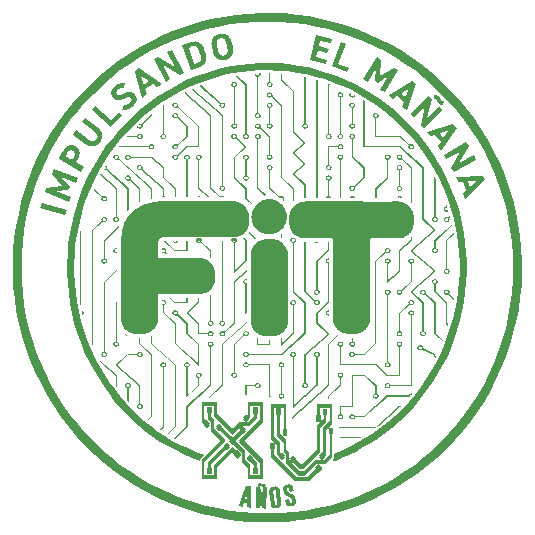
<source format=gbr>
%TF.GenerationSoftware,KiCad,Pcbnew,8.0.2-1*%
%TF.CreationDate,2024-09-20T10:56:36-06:00*%
%TF.ProjectId,FIT-Basic,4649542d-4261-4736-9963-2e6b69636164,rev?*%
%TF.SameCoordinates,Original*%
%TF.FileFunction,Paste,Top*%
%TF.FilePolarity,Positive*%
%FSLAX46Y46*%
G04 Gerber Fmt 4.6, Leading zero omitted, Abs format (unit mm)*
G04 Created by KiCad (PCBNEW 8.0.2-1) date 2024-09-20 10:56:36*
%MOMM*%
%LPD*%
G01*
G04 APERTURE LIST*
%ADD10C,0.000000*%
G04 APERTURE END LIST*
D10*
G36*
X207898042Y-58883913D02*
G01*
X207910803Y-58884753D01*
X207923370Y-58886135D01*
X207935728Y-58888048D01*
X207947863Y-58890477D01*
X207959759Y-58893410D01*
X207971400Y-58896833D01*
X207982772Y-58900734D01*
X207993859Y-58905098D01*
X208004646Y-58909913D01*
X208015117Y-58915166D01*
X208025258Y-58920842D01*
X208035053Y-58926930D01*
X208044486Y-58933416D01*
X208053543Y-58940286D01*
X208062209Y-58947527D01*
X208070468Y-58955127D01*
X208078304Y-58963072D01*
X208085703Y-58971348D01*
X208092649Y-58979942D01*
X208099127Y-58988842D01*
X208105122Y-58998034D01*
X208110618Y-59007505D01*
X208115601Y-59017241D01*
X208120055Y-59027229D01*
X208123964Y-59037457D01*
X208127314Y-59047910D01*
X208130088Y-59058576D01*
X208132273Y-59069442D01*
X208133853Y-59080494D01*
X208134812Y-59091718D01*
X208135135Y-59103102D01*
X208135135Y-59125329D01*
X208107137Y-59129495D01*
X208077836Y-59133662D01*
X208018454Y-59141995D01*
X208019463Y-59139880D01*
X208020407Y-59137704D01*
X208021286Y-59135470D01*
X208022100Y-59133184D01*
X208022849Y-59130849D01*
X208023532Y-59128469D01*
X208024151Y-59126049D01*
X208024704Y-59123591D01*
X208025193Y-59121101D01*
X208025616Y-59118583D01*
X208025974Y-59116040D01*
X208026267Y-59113477D01*
X208026495Y-59110898D01*
X208026657Y-59108306D01*
X208026755Y-59105706D01*
X208026788Y-59103102D01*
X208026610Y-59096885D01*
X208026082Y-59090742D01*
X208025213Y-59084679D01*
X208024010Y-59078707D01*
X208022481Y-59072832D01*
X208020635Y-59067062D01*
X208018479Y-59061407D01*
X208016022Y-59055874D01*
X208013273Y-59050471D01*
X208010238Y-59045206D01*
X208006927Y-59040088D01*
X208003347Y-59035125D01*
X207999507Y-59030324D01*
X207995414Y-59025694D01*
X207991078Y-59021243D01*
X207986505Y-59016980D01*
X207981704Y-59012912D01*
X207976684Y-59009047D01*
X207971452Y-59005394D01*
X207966016Y-59001961D01*
X207960385Y-58998755D01*
X207954567Y-58995786D01*
X207948570Y-58993061D01*
X207942402Y-58990588D01*
X207936071Y-58988376D01*
X207929586Y-58986432D01*
X207922954Y-58984765D01*
X207916183Y-58983382D01*
X207909283Y-58982293D01*
X207902260Y-58981505D01*
X207895124Y-58981026D01*
X207887881Y-58980865D01*
X207880639Y-58981026D01*
X207873503Y-58981505D01*
X207866480Y-58982293D01*
X207859580Y-58983382D01*
X207852809Y-58984765D01*
X207846178Y-58986432D01*
X207839692Y-58988376D01*
X207833361Y-58990588D01*
X207827193Y-58993061D01*
X207821196Y-58995786D01*
X207815378Y-58998756D01*
X207809747Y-59001961D01*
X207804312Y-59005395D01*
X207799080Y-59009048D01*
X207794059Y-59012912D01*
X207789259Y-59016981D01*
X207784686Y-59021244D01*
X207780349Y-59025695D01*
X207776256Y-59030325D01*
X207772416Y-59035125D01*
X207768836Y-59040089D01*
X207765525Y-59045207D01*
X207762490Y-59050472D01*
X207759740Y-59055875D01*
X207757284Y-59061408D01*
X207755128Y-59067063D01*
X207753282Y-59072832D01*
X207751753Y-59078707D01*
X207750550Y-59084680D01*
X207749680Y-59090742D01*
X207749153Y-59096886D01*
X207748975Y-59103102D01*
X207746195Y-59103102D01*
X207746260Y-59106717D01*
X207746450Y-59110270D01*
X207746763Y-59113767D01*
X207747194Y-59117210D01*
X207747738Y-59120605D01*
X207748393Y-59123955D01*
X207749153Y-59127264D01*
X207750016Y-59130537D01*
X207750975Y-59133777D01*
X207752029Y-59136989D01*
X207753172Y-59140176D01*
X207754400Y-59143343D01*
X207755710Y-59146493D01*
X207757097Y-59149632D01*
X207760086Y-59155888D01*
X207643406Y-59155888D01*
X207641453Y-59149631D01*
X207639760Y-59143342D01*
X207638328Y-59136988D01*
X207637156Y-59130536D01*
X207636244Y-59123954D01*
X207635593Y-59117210D01*
X207635203Y-59110270D01*
X207635072Y-59103102D01*
X207635395Y-59091718D01*
X207636354Y-59080494D01*
X207637934Y-59069442D01*
X207640119Y-59058576D01*
X207642894Y-59047910D01*
X207646243Y-59037457D01*
X207650153Y-59027229D01*
X207654606Y-59017241D01*
X207659589Y-59007505D01*
X207665085Y-58998034D01*
X207671080Y-58988842D01*
X207677558Y-58979942D01*
X207684504Y-58971348D01*
X207691903Y-58963072D01*
X207699740Y-58955127D01*
X207707998Y-58947527D01*
X207716664Y-58940286D01*
X207725721Y-58933416D01*
X207735154Y-58926930D01*
X207744949Y-58920842D01*
X207755090Y-58915166D01*
X207765561Y-58909913D01*
X207776348Y-58905098D01*
X207787435Y-58900734D01*
X207798807Y-58896833D01*
X207810448Y-58893410D01*
X207822344Y-58890477D01*
X207834479Y-58888048D01*
X207846837Y-58886135D01*
X207859404Y-58884753D01*
X207872165Y-58883913D01*
X207885104Y-58883631D01*
X207898042Y-58883913D01*
G37*
G36*
X212882952Y-58886409D02*
G01*
X212894865Y-58886659D01*
X212906635Y-58887402D01*
X212918250Y-58888627D01*
X212929697Y-58890321D01*
X212940962Y-58892473D01*
X212952033Y-58895070D01*
X212962898Y-58898103D01*
X212973544Y-58901558D01*
X212983958Y-58905424D01*
X212994127Y-58909689D01*
X213004038Y-58914342D01*
X213013680Y-58919371D01*
X213023039Y-58924765D01*
X213032102Y-58930510D01*
X213040857Y-58936597D01*
X213049291Y-58943012D01*
X213057391Y-58949745D01*
X213065145Y-58956784D01*
X213072540Y-58964117D01*
X213079563Y-58971732D01*
X213086201Y-58979618D01*
X213092442Y-58987763D01*
X213098273Y-58996154D01*
X213103681Y-59004782D01*
X213108654Y-59013633D01*
X213113179Y-59022697D01*
X213117243Y-59031960D01*
X213120833Y-59041413D01*
X213123938Y-59051042D01*
X213126543Y-59060837D01*
X213128636Y-59070786D01*
X213130205Y-59080876D01*
X213090085Y-59059650D01*
X213050942Y-59037642D01*
X213012710Y-59014852D01*
X212975325Y-58991282D01*
X212938721Y-58966930D01*
X212902833Y-58941797D01*
X212867596Y-58915883D01*
X212832946Y-58889186D01*
X212836071Y-58888208D01*
X212839196Y-58887353D01*
X212842321Y-58886611D01*
X212845446Y-58885975D01*
X212848572Y-58885436D01*
X212851697Y-58884987D01*
X212854822Y-58884620D01*
X212857948Y-58884325D01*
X212864199Y-58883924D01*
X212870450Y-58883718D01*
X212882952Y-58883631D01*
X212882952Y-58886409D01*
G37*
G36*
X204900445Y-58883913D02*
G01*
X204913205Y-58884753D01*
X204925772Y-58886135D01*
X204938131Y-58888048D01*
X204950266Y-58890477D01*
X204962162Y-58893410D01*
X204973803Y-58896833D01*
X204985175Y-58900734D01*
X204996262Y-58905098D01*
X205007049Y-58909913D01*
X205017520Y-58915166D01*
X205027661Y-58920842D01*
X205037456Y-58926930D01*
X205046889Y-58933416D01*
X205055947Y-58940286D01*
X205064612Y-58947527D01*
X205072871Y-58955127D01*
X205080707Y-58963072D01*
X205088106Y-58971348D01*
X205095052Y-58979942D01*
X205101530Y-58988842D01*
X205107525Y-58998034D01*
X205113022Y-59007505D01*
X205118004Y-59017241D01*
X205122458Y-59027229D01*
X205126367Y-59037457D01*
X205129717Y-59047910D01*
X205132492Y-59058576D01*
X205134677Y-59069442D01*
X205136256Y-59080494D01*
X205137215Y-59091718D01*
X205137538Y-59103102D01*
X205137408Y-59110275D01*
X205137017Y-59117253D01*
X205136366Y-59124101D01*
X205135455Y-59130883D01*
X205134283Y-59137666D01*
X205132850Y-59144513D01*
X205131157Y-59151491D01*
X205129204Y-59158664D01*
X205009745Y-59158664D01*
X205012854Y-59152288D01*
X205015865Y-59145685D01*
X205018682Y-59138886D01*
X205019986Y-59135424D01*
X205021205Y-59131925D01*
X205022326Y-59128393D01*
X205023337Y-59124833D01*
X205024226Y-59121249D01*
X205024981Y-59117644D01*
X205025590Y-59114023D01*
X205026039Y-59110389D01*
X205026318Y-59106748D01*
X205026414Y-59103102D01*
X205026236Y-59096885D01*
X205025708Y-59090742D01*
X205024839Y-59084679D01*
X205023635Y-59078707D01*
X205022107Y-59072832D01*
X205020260Y-59067062D01*
X205018105Y-59061407D01*
X205015648Y-59055874D01*
X205012899Y-59050471D01*
X205009864Y-59045206D01*
X205006553Y-59040088D01*
X205002973Y-59035125D01*
X204999133Y-59030324D01*
X204995040Y-59025694D01*
X204990703Y-59021243D01*
X204986131Y-59016980D01*
X204981330Y-59012912D01*
X204976310Y-59009047D01*
X204971078Y-59005394D01*
X204965642Y-59001961D01*
X204960011Y-58998755D01*
X204954193Y-58995786D01*
X204948196Y-58993061D01*
X204942028Y-58990588D01*
X204935697Y-58988376D01*
X204929212Y-58986432D01*
X204922580Y-58984765D01*
X204915809Y-58983382D01*
X204908909Y-58982293D01*
X204901886Y-58981505D01*
X204894750Y-58981026D01*
X204887507Y-58980865D01*
X204880265Y-58981026D01*
X204873128Y-58981505D01*
X204866106Y-58982293D01*
X204859205Y-58983382D01*
X204852435Y-58984765D01*
X204845803Y-58986432D01*
X204839318Y-58988376D01*
X204832987Y-58990588D01*
X204826819Y-58993061D01*
X204820822Y-58995786D01*
X204815004Y-58998756D01*
X204809373Y-59001961D01*
X204803937Y-59005395D01*
X204798705Y-59009048D01*
X204793685Y-59012912D01*
X204788884Y-59016981D01*
X204784311Y-59021244D01*
X204779974Y-59025695D01*
X204775882Y-59030325D01*
X204772042Y-59035125D01*
X204768462Y-59040089D01*
X204765150Y-59045207D01*
X204762116Y-59050472D01*
X204759366Y-59055875D01*
X204756910Y-59061408D01*
X204754754Y-59067063D01*
X204752908Y-59072832D01*
X204751379Y-59078707D01*
X204750176Y-59084680D01*
X204749306Y-59090742D01*
X204748779Y-59096886D01*
X204748601Y-59103102D01*
X204748666Y-59106748D01*
X204748861Y-59110389D01*
X204749187Y-59114023D01*
X204749643Y-59117644D01*
X204750229Y-59121249D01*
X204750945Y-59124833D01*
X204751791Y-59128393D01*
X204752768Y-59131925D01*
X204753875Y-59135424D01*
X204755112Y-59138886D01*
X204756480Y-59142308D01*
X204757977Y-59145685D01*
X204759605Y-59149013D01*
X204761363Y-59152288D01*
X204763252Y-59155507D01*
X204765270Y-59158664D01*
X204645810Y-59158664D01*
X204644801Y-59155507D01*
X204643857Y-59152288D01*
X204642165Y-59145685D01*
X204640732Y-59138886D01*
X204639560Y-59131925D01*
X204638649Y-59124833D01*
X204637998Y-59117644D01*
X204637607Y-59110389D01*
X204637477Y-59103102D01*
X204637800Y-59091718D01*
X204638759Y-59080494D01*
X204640338Y-59069442D01*
X204642523Y-59058576D01*
X204645298Y-59047910D01*
X204648648Y-59037457D01*
X204652557Y-59027229D01*
X204657011Y-59017241D01*
X204661993Y-59007505D01*
X204667490Y-58998034D01*
X204673485Y-58988842D01*
X204679963Y-58979942D01*
X204686909Y-58971348D01*
X204694308Y-58963072D01*
X204702144Y-58955127D01*
X204710403Y-58947527D01*
X204719068Y-58940286D01*
X204728126Y-58933416D01*
X204737559Y-58926930D01*
X204747354Y-58920842D01*
X204757495Y-58915166D01*
X204767966Y-58909913D01*
X204778753Y-58905098D01*
X204789840Y-58900734D01*
X204801211Y-58896833D01*
X204812853Y-58893410D01*
X204824749Y-58890477D01*
X204836883Y-58888048D01*
X204849242Y-58886135D01*
X204861809Y-58884753D01*
X204874570Y-58883913D01*
X204887507Y-58883631D01*
X204900445Y-58883913D01*
G37*
G36*
X212774605Y-64309307D02*
G01*
X212771546Y-64312987D01*
X212768625Y-64316736D01*
X212765851Y-64320558D01*
X212763232Y-64324457D01*
X212760775Y-64328438D01*
X212758490Y-64332504D01*
X212756383Y-64336660D01*
X212754464Y-64340909D01*
X212752740Y-64345256D01*
X212751220Y-64349705D01*
X212749911Y-64354259D01*
X212748821Y-64358924D01*
X212747960Y-64363702D01*
X212747335Y-64368598D01*
X212746954Y-64373617D01*
X212746825Y-64378761D01*
X212746825Y-64384319D01*
X212746954Y-64389005D01*
X212747335Y-64393684D01*
X212747960Y-64398346D01*
X212748821Y-64402984D01*
X212749911Y-64407589D01*
X212751220Y-64412154D01*
X212752740Y-64416669D01*
X212754464Y-64421128D01*
X212756383Y-64425522D01*
X212758490Y-64429842D01*
X212760775Y-64434081D01*
X212763232Y-64438231D01*
X212765851Y-64442283D01*
X212768625Y-64446229D01*
X212771546Y-64450061D01*
X212774605Y-64453771D01*
X212774605Y-64578787D01*
X212759310Y-64571566D01*
X212744707Y-64563474D01*
X212730836Y-64554553D01*
X212717739Y-64544841D01*
X212705456Y-64534381D01*
X212694028Y-64523213D01*
X212683494Y-64511377D01*
X212673897Y-64498915D01*
X212665276Y-64485867D01*
X212657673Y-64472273D01*
X212651128Y-64458175D01*
X212645682Y-64443612D01*
X212641375Y-64428627D01*
X212638248Y-64413259D01*
X212636343Y-64397550D01*
X212635860Y-64389579D01*
X212635698Y-64381539D01*
X212635860Y-64373499D01*
X212636343Y-64365528D01*
X212637140Y-64357633D01*
X212638248Y-64349819D01*
X212639662Y-64342090D01*
X212641375Y-64334451D01*
X212643384Y-64326908D01*
X212645682Y-64319466D01*
X212648265Y-64312129D01*
X212651128Y-64304904D01*
X212654266Y-64297794D01*
X212657673Y-64290806D01*
X212661345Y-64283943D01*
X212665276Y-64277212D01*
X212669462Y-64270617D01*
X212673897Y-64264164D01*
X212678576Y-64257857D01*
X212683494Y-64251702D01*
X212688646Y-64245703D01*
X212694028Y-64239866D01*
X212705456Y-64228698D01*
X212717739Y-64218238D01*
X212730836Y-64208527D01*
X212744707Y-64199606D01*
X212759310Y-64191514D01*
X212774605Y-64184294D01*
X212774605Y-64309307D01*
G37*
G36*
X204894751Y-58981026D02*
G01*
X204901887Y-58981505D01*
X204908910Y-58982293D01*
X204915810Y-58983382D01*
X204922581Y-58984765D01*
X204929213Y-58986432D01*
X204935698Y-58988376D01*
X204942029Y-58990588D01*
X204948197Y-58993061D01*
X204954194Y-58995786D01*
X204960012Y-58998756D01*
X204965643Y-59001961D01*
X204971079Y-59005395D01*
X204976311Y-59009048D01*
X204981331Y-59012912D01*
X204986132Y-59016981D01*
X204990704Y-59021244D01*
X204995041Y-59025695D01*
X204999134Y-59030325D01*
X205002974Y-59035125D01*
X205006554Y-59040089D01*
X205009865Y-59045207D01*
X205012900Y-59050472D01*
X205015649Y-59055875D01*
X205018106Y-59061408D01*
X205020261Y-59067063D01*
X205022108Y-59072832D01*
X205023636Y-59078707D01*
X205024840Y-59084680D01*
X205025709Y-59090742D01*
X205026237Y-59096886D01*
X205026415Y-59103102D01*
X205023637Y-59103102D01*
X205023572Y-59106748D01*
X205023376Y-59110389D01*
X205023051Y-59114023D01*
X205022595Y-59117644D01*
X205022009Y-59121249D01*
X205021293Y-59124833D01*
X205020446Y-59128393D01*
X205019470Y-59131925D01*
X205018363Y-59135424D01*
X205017125Y-59138886D01*
X205015758Y-59142308D01*
X205014261Y-59145685D01*
X205012633Y-59149013D01*
X205010875Y-59152288D01*
X205008987Y-59155507D01*
X205006968Y-59158664D01*
X204765271Y-59158664D01*
X204762162Y-59152288D01*
X204759150Y-59145685D01*
X204756334Y-59138886D01*
X204755030Y-59135424D01*
X204753811Y-59131925D01*
X204752690Y-59128393D01*
X204751678Y-59124833D01*
X204750789Y-59121249D01*
X204750034Y-59117644D01*
X204749426Y-59114023D01*
X204748976Y-59110389D01*
X204748697Y-59106748D01*
X204748602Y-59103102D01*
X204748780Y-59096885D01*
X204749307Y-59090742D01*
X204750177Y-59084679D01*
X204751380Y-59078707D01*
X204752909Y-59072832D01*
X204754755Y-59067062D01*
X204756911Y-59061407D01*
X204759367Y-59055874D01*
X204762117Y-59050471D01*
X204765151Y-59045206D01*
X204768463Y-59040088D01*
X204772043Y-59035125D01*
X204775883Y-59030324D01*
X204779975Y-59025694D01*
X204784312Y-59021243D01*
X204788885Y-59016980D01*
X204793686Y-59012912D01*
X204798706Y-59009047D01*
X204803938Y-59005394D01*
X204809374Y-59001961D01*
X204815005Y-58998755D01*
X204820823Y-58995786D01*
X204826820Y-58993061D01*
X204832988Y-58990588D01*
X204839319Y-58988376D01*
X204845804Y-58986432D01*
X204852436Y-58984765D01*
X204859206Y-58983382D01*
X204866107Y-58982293D01*
X204873129Y-58981505D01*
X204880266Y-58981026D01*
X204887508Y-58980865D01*
X204894751Y-58981026D01*
G37*
G36*
X212774605Y-64448213D02*
G01*
X212771546Y-64444503D01*
X212768625Y-64440671D01*
X212765851Y-64436725D01*
X212763232Y-64432674D01*
X212760775Y-64428524D01*
X212758490Y-64424285D01*
X212756383Y-64419964D01*
X212754464Y-64415571D01*
X212752740Y-64411112D01*
X212751220Y-64406596D01*
X212749911Y-64402031D01*
X212748821Y-64397426D01*
X212747960Y-64392788D01*
X212747335Y-64388126D01*
X212746954Y-64383448D01*
X212746825Y-64378761D01*
X212746954Y-64374075D01*
X212747335Y-64369396D01*
X212747960Y-64364734D01*
X212748821Y-64360096D01*
X212749911Y-64355491D01*
X212751220Y-64350926D01*
X212752740Y-64346410D01*
X212754464Y-64341952D01*
X212756383Y-64337558D01*
X212758490Y-64333237D01*
X212760775Y-64328998D01*
X212763232Y-64324848D01*
X212765851Y-64320796D01*
X212768625Y-64316850D01*
X212771546Y-64313017D01*
X212774605Y-64309307D01*
X212774605Y-64448213D01*
G37*
G36*
X207895124Y-58983804D02*
G01*
X207902260Y-58984283D01*
X207909283Y-58985071D01*
X207916183Y-58986160D01*
X207922954Y-58987542D01*
X207929586Y-58989210D01*
X207936071Y-58991154D01*
X207942402Y-58993366D01*
X207948570Y-58995839D01*
X207954567Y-58998564D01*
X207960385Y-59001534D01*
X207966016Y-59004739D01*
X207971452Y-59008172D01*
X207976684Y-59011826D01*
X207981704Y-59015690D01*
X207986505Y-59019758D01*
X207991078Y-59024022D01*
X207995414Y-59028473D01*
X207999507Y-59033102D01*
X208003347Y-59037903D01*
X208006927Y-59042867D01*
X208010238Y-59047985D01*
X208013273Y-59053249D01*
X208016022Y-59058652D01*
X208018479Y-59064185D01*
X208020635Y-59069841D01*
X208022481Y-59075610D01*
X208024010Y-59081485D01*
X208025213Y-59087458D01*
X208026082Y-59093520D01*
X208026610Y-59099663D01*
X208026788Y-59105880D01*
X208026755Y-59108484D01*
X208026657Y-59111084D01*
X208026495Y-59113676D01*
X208026267Y-59116256D01*
X208025974Y-59118819D01*
X208025616Y-59121362D01*
X208025193Y-59123880D01*
X208024704Y-59126370D01*
X208024151Y-59128827D01*
X208023532Y-59131248D01*
X208022849Y-59133628D01*
X208022100Y-59135963D01*
X208021286Y-59138249D01*
X208020407Y-59140483D01*
X208019463Y-59142659D01*
X208018454Y-59144775D01*
X207964671Y-59150462D01*
X207937926Y-59152833D01*
X207911149Y-59154846D01*
X207884242Y-59156468D01*
X207857106Y-59157668D01*
X207829645Y-59158411D01*
X207801760Y-59158666D01*
X207762868Y-59158666D01*
X207759877Y-59152409D01*
X207758490Y-59149271D01*
X207757180Y-59146120D01*
X207755951Y-59142953D01*
X207754808Y-59139766D01*
X207753755Y-59136555D01*
X207752795Y-59133315D01*
X207751933Y-59130042D01*
X207751172Y-59126733D01*
X207750518Y-59123383D01*
X207749973Y-59119988D01*
X207749543Y-59116545D01*
X207749230Y-59113048D01*
X207749039Y-59109495D01*
X207748975Y-59105880D01*
X207749153Y-59099663D01*
X207749680Y-59093520D01*
X207750550Y-59087457D01*
X207751753Y-59081484D01*
X207753282Y-59075609D01*
X207755128Y-59069840D01*
X207757284Y-59064185D01*
X207759740Y-59058651D01*
X207762490Y-59053248D01*
X207765525Y-59047984D01*
X207768836Y-59042866D01*
X207772416Y-59037902D01*
X207776256Y-59033102D01*
X207780349Y-59028472D01*
X207784686Y-59024021D01*
X207789259Y-59019758D01*
X207794059Y-59015690D01*
X207799080Y-59011825D01*
X207804312Y-59008172D01*
X207809747Y-59004739D01*
X207815378Y-59001533D01*
X207821196Y-58998564D01*
X207827193Y-58995839D01*
X207833361Y-58993366D01*
X207839692Y-58991153D01*
X207846178Y-58989209D01*
X207852809Y-58987542D01*
X207859580Y-58986160D01*
X207866480Y-58985071D01*
X207873503Y-58984283D01*
X207880639Y-58983804D01*
X207887881Y-58983642D01*
X207895124Y-58983804D01*
G37*
G36*
X226476317Y-58636379D02*
G01*
X225931806Y-59100327D01*
X225931806Y-61528406D01*
X225942141Y-61530675D01*
X225952303Y-61533311D01*
X225962281Y-61536304D01*
X225972067Y-61539648D01*
X225981649Y-61543334D01*
X225991017Y-61547353D01*
X226000161Y-61551698D01*
X226009072Y-61556360D01*
X226017738Y-61561332D01*
X226026150Y-61566605D01*
X226034298Y-61572170D01*
X226042170Y-61578021D01*
X226049758Y-61584148D01*
X226057051Y-61590544D01*
X226064039Y-61597201D01*
X226070711Y-61604109D01*
X226077058Y-61611262D01*
X226083069Y-61618651D01*
X226088734Y-61626268D01*
X226094043Y-61634105D01*
X226098986Y-61642153D01*
X226103552Y-61650404D01*
X226107732Y-61658851D01*
X226111515Y-61667486D01*
X226114891Y-61676299D01*
X226117850Y-61685283D01*
X226120382Y-61694430D01*
X226122476Y-61703732D01*
X226124122Y-61713180D01*
X226125311Y-61722766D01*
X226126032Y-61732483D01*
X226126274Y-61742322D01*
X226125951Y-61753706D01*
X226124992Y-61764931D01*
X226123413Y-61775982D01*
X226121228Y-61786848D01*
X226118453Y-61797514D01*
X226115103Y-61807967D01*
X226111194Y-61818195D01*
X226106740Y-61828183D01*
X226101757Y-61837919D01*
X226096261Y-61847390D01*
X226090266Y-61856582D01*
X226083788Y-61865482D01*
X226076842Y-61874076D01*
X226069443Y-61882353D01*
X226061606Y-61890297D01*
X226053348Y-61897897D01*
X226044682Y-61905138D01*
X226035625Y-61912008D01*
X226026191Y-61918494D01*
X226016396Y-61924582D01*
X226006256Y-61930259D01*
X225995784Y-61935511D01*
X225984997Y-61940326D01*
X225973911Y-61944691D01*
X225962539Y-61948591D01*
X225950898Y-61952014D01*
X225939002Y-61954947D01*
X225926867Y-61957377D01*
X225914509Y-61959289D01*
X225901942Y-61960672D01*
X225889181Y-61961511D01*
X225876243Y-61961793D01*
X225863304Y-61961511D01*
X225850544Y-61960672D01*
X225837976Y-61959289D01*
X225825618Y-61957377D01*
X225813483Y-61954947D01*
X225801587Y-61952014D01*
X225789945Y-61948591D01*
X225778574Y-61944691D01*
X225767487Y-61940326D01*
X225756700Y-61935511D01*
X225746229Y-61930259D01*
X225736088Y-61924582D01*
X225726293Y-61918494D01*
X225716859Y-61912008D01*
X225707802Y-61905138D01*
X225699137Y-61897897D01*
X225690878Y-61890297D01*
X225683042Y-61882353D01*
X225675643Y-61874076D01*
X225668697Y-61865482D01*
X225662219Y-61856582D01*
X225656224Y-61847390D01*
X225650728Y-61837919D01*
X225645745Y-61828183D01*
X225641292Y-61818195D01*
X225637382Y-61807967D01*
X225634033Y-61797514D01*
X225631258Y-61786848D01*
X225629073Y-61775982D01*
X225627494Y-61764931D01*
X225626535Y-61753706D01*
X225626212Y-61742322D01*
X225737335Y-61742322D01*
X225737512Y-61748539D01*
X225738040Y-61754682D01*
X225738910Y-61760745D01*
X225740113Y-61766718D01*
X225741642Y-61772593D01*
X225743488Y-61778362D01*
X225745644Y-61784017D01*
X225748100Y-61789551D01*
X225750850Y-61794954D01*
X225753885Y-61800218D01*
X225757196Y-61805336D01*
X225760776Y-61810300D01*
X225764617Y-61815100D01*
X225768709Y-61819730D01*
X225773046Y-61824181D01*
X225777619Y-61828444D01*
X225782420Y-61832512D01*
X225787441Y-61836377D01*
X225792673Y-61840030D01*
X225798108Y-61843463D01*
X225803739Y-61846669D01*
X225809557Y-61849638D01*
X225815555Y-61852363D01*
X225821723Y-61854836D01*
X225828054Y-61857049D01*
X225834539Y-61858993D01*
X225841171Y-61860660D01*
X225847941Y-61862042D01*
X225854842Y-61863131D01*
X225861864Y-61863919D01*
X225869001Y-61864398D01*
X225876243Y-61864560D01*
X225883485Y-61864398D01*
X225890622Y-61863919D01*
X225897644Y-61863131D01*
X225904544Y-61862042D01*
X225911315Y-61860660D01*
X225917946Y-61858992D01*
X225924432Y-61857048D01*
X225930762Y-61854836D01*
X225936930Y-61852363D01*
X225942927Y-61849638D01*
X225948745Y-61846668D01*
X225954376Y-61843463D01*
X225959812Y-61840030D01*
X225965044Y-61836376D01*
X225970064Y-61832512D01*
X225974865Y-61828444D01*
X225979437Y-61824180D01*
X225983774Y-61819729D01*
X225987867Y-61815100D01*
X225991707Y-61810299D01*
X225995287Y-61805335D01*
X225998598Y-61800217D01*
X226001632Y-61794953D01*
X226004382Y-61789550D01*
X226006839Y-61784016D01*
X226008994Y-61778361D01*
X226010840Y-61772592D01*
X226012369Y-61766717D01*
X226013572Y-61760744D01*
X226014442Y-61754682D01*
X226014970Y-61748539D01*
X226015147Y-61742322D01*
X226014970Y-61736105D01*
X226014442Y-61729961D01*
X226013572Y-61723899D01*
X226012369Y-61717926D01*
X226010840Y-61712051D01*
X226008994Y-61706281D01*
X226006839Y-61700626D01*
X226004382Y-61695093D01*
X226001632Y-61689690D01*
X225998598Y-61684425D01*
X225995287Y-61679307D01*
X225991707Y-61674343D01*
X225987867Y-61669542D01*
X225983774Y-61664913D01*
X225979437Y-61660462D01*
X225974865Y-61656198D01*
X225970064Y-61652130D01*
X225965044Y-61648265D01*
X225959812Y-61644612D01*
X225954376Y-61641179D01*
X225948745Y-61637973D01*
X225942927Y-61635004D01*
X225936930Y-61632279D01*
X225930762Y-61629806D01*
X225924432Y-61627593D01*
X225917946Y-61625649D01*
X225911315Y-61623982D01*
X225904544Y-61622600D01*
X225897644Y-61621510D01*
X225890622Y-61620722D01*
X225883485Y-61620243D01*
X225876243Y-61620082D01*
X225869001Y-61620243D01*
X225861864Y-61620722D01*
X225854842Y-61621510D01*
X225847941Y-61622600D01*
X225841171Y-61623982D01*
X225834539Y-61625649D01*
X225828054Y-61627593D01*
X225821723Y-61629806D01*
X225815555Y-61632279D01*
X225809557Y-61635004D01*
X225803739Y-61637973D01*
X225798108Y-61641179D01*
X225792673Y-61644612D01*
X225787441Y-61648265D01*
X225782420Y-61652130D01*
X225777619Y-61656198D01*
X225773046Y-61660462D01*
X225768709Y-61664913D01*
X225764617Y-61669542D01*
X225760776Y-61674343D01*
X225757196Y-61679307D01*
X225753885Y-61684425D01*
X225750850Y-61689690D01*
X225748100Y-61695093D01*
X225745644Y-61700626D01*
X225743488Y-61706281D01*
X225741642Y-61712051D01*
X225740113Y-61717926D01*
X225738910Y-61723899D01*
X225738040Y-61729961D01*
X225737512Y-61736105D01*
X225737335Y-61742322D01*
X225626212Y-61742322D01*
X225626454Y-61732728D01*
X225627175Y-61723224D01*
X225628364Y-61713822D01*
X225630010Y-61704530D01*
X225632104Y-61695358D01*
X225634636Y-61686315D01*
X225637595Y-61677413D01*
X225640971Y-61668659D01*
X225644754Y-61660063D01*
X225648934Y-61651637D01*
X225653500Y-61643388D01*
X225658443Y-61635327D01*
X225663752Y-61627463D01*
X225669417Y-61619806D01*
X225675428Y-61612366D01*
X225681775Y-61605152D01*
X225688447Y-61598175D01*
X225695435Y-61591443D01*
X225702728Y-61584966D01*
X225710316Y-61578755D01*
X225718188Y-61572818D01*
X225726336Y-61567165D01*
X225734748Y-61561807D01*
X225743414Y-61556752D01*
X225752325Y-61552010D01*
X225761469Y-61547592D01*
X225770837Y-61543506D01*
X225780419Y-61539763D01*
X225790205Y-61536371D01*
X225800183Y-61533341D01*
X225810345Y-61530683D01*
X225820680Y-61528406D01*
X225823459Y-61528406D01*
X225823459Y-59058654D01*
X226456870Y-58516919D01*
X226476317Y-58636379D01*
G37*
G36*
X197978311Y-61725653D02*
G01*
X196947627Y-62639657D01*
X196947627Y-68559840D01*
X196957962Y-68562109D01*
X196968124Y-68564745D01*
X196978102Y-68567738D01*
X196987888Y-68571082D01*
X196997470Y-68574768D01*
X197006838Y-68578787D01*
X197015983Y-68583132D01*
X197024893Y-68587794D01*
X197033560Y-68592766D01*
X197041972Y-68598038D01*
X197050119Y-68603604D01*
X197057992Y-68609455D01*
X197065580Y-68615582D01*
X197072873Y-68621978D01*
X197079861Y-68628634D01*
X197086533Y-68635543D01*
X197092880Y-68642696D01*
X197098891Y-68650085D01*
X197104556Y-68657701D01*
X197109865Y-68665538D01*
X197114808Y-68673586D01*
X197119374Y-68681838D01*
X197123554Y-68690285D01*
X197127337Y-68698919D01*
X197130713Y-68707732D01*
X197133672Y-68716716D01*
X197136203Y-68725863D01*
X197138297Y-68735164D01*
X197139944Y-68744612D01*
X197141132Y-68754199D01*
X197141853Y-68763915D01*
X197142095Y-68773754D01*
X197141772Y-68785138D01*
X197140814Y-68796363D01*
X197139234Y-68807415D01*
X197137049Y-68818280D01*
X197134274Y-68828947D01*
X197130925Y-68839400D01*
X197127015Y-68849628D01*
X197122562Y-68859616D01*
X197117579Y-68869353D01*
X197112083Y-68878823D01*
X197106088Y-68888015D01*
X197099610Y-68896915D01*
X197092664Y-68905510D01*
X197085265Y-68913786D01*
X197077428Y-68921731D01*
X197069170Y-68929330D01*
X197060504Y-68936572D01*
X197051447Y-68943442D01*
X197042013Y-68949928D01*
X197032219Y-68956016D01*
X197022078Y-68961693D01*
X197011607Y-68966945D01*
X197000820Y-68971760D01*
X196989733Y-68976125D01*
X196978361Y-68980025D01*
X196966720Y-68983448D01*
X196954824Y-68986381D01*
X196942689Y-68988811D01*
X196930331Y-68990723D01*
X196917763Y-68992106D01*
X196905003Y-68992945D01*
X196892064Y-68993227D01*
X196879126Y-68992945D01*
X196866365Y-68992106D01*
X196853798Y-68990723D01*
X196841440Y-68988811D01*
X196829305Y-68986381D01*
X196817409Y-68983448D01*
X196805768Y-68980025D01*
X196794396Y-68976125D01*
X196783309Y-68971760D01*
X196772522Y-68966945D01*
X196762051Y-68961693D01*
X196751910Y-68956016D01*
X196742115Y-68949928D01*
X196732682Y-68943442D01*
X196723624Y-68936572D01*
X196714959Y-68929330D01*
X196706700Y-68921731D01*
X196698864Y-68913786D01*
X196691465Y-68905510D01*
X196684519Y-68896915D01*
X196678041Y-68888015D01*
X196672046Y-68878823D01*
X196666550Y-68869353D01*
X196661567Y-68859616D01*
X196657113Y-68849628D01*
X196653204Y-68839400D01*
X196649854Y-68828947D01*
X196647079Y-68818280D01*
X196644895Y-68807415D01*
X196643315Y-68796363D01*
X196642356Y-68785138D01*
X196642112Y-68776533D01*
X196753159Y-68776533D01*
X196753337Y-68782750D01*
X196753864Y-68788894D01*
X196754734Y-68794957D01*
X196755937Y-68800929D01*
X196757466Y-68806804D01*
X196759312Y-68812574D01*
X196761468Y-68818229D01*
X196763924Y-68823762D01*
X196766674Y-68829165D01*
X196769708Y-68834430D01*
X196773019Y-68839548D01*
X196776599Y-68844511D01*
X196780440Y-68849312D01*
X196784532Y-68853942D01*
X196788869Y-68858393D01*
X196793442Y-68862656D01*
X196798242Y-68866724D01*
X196803263Y-68870589D01*
X196808495Y-68874242D01*
X196813930Y-68877675D01*
X196819561Y-68880881D01*
X196825379Y-68883850D01*
X196831376Y-68886575D01*
X196837544Y-68889048D01*
X196843875Y-68891260D01*
X196850360Y-68893204D01*
X196856992Y-68894871D01*
X196863763Y-68896254D01*
X196870663Y-68897343D01*
X196877686Y-68898131D01*
X196884822Y-68898610D01*
X196892065Y-68898771D01*
X196899307Y-68898610D01*
X196906444Y-68898131D01*
X196913467Y-68897343D01*
X196920367Y-68896254D01*
X196927138Y-68894871D01*
X196933769Y-68893204D01*
X196940255Y-68891260D01*
X196946586Y-68889048D01*
X196952754Y-68886575D01*
X196958751Y-68883850D01*
X196964569Y-68880880D01*
X196970200Y-68877675D01*
X196975635Y-68874241D01*
X196980867Y-68870588D01*
X196985888Y-68866723D01*
X196990689Y-68862655D01*
X196995261Y-68858392D01*
X196999598Y-68853941D01*
X197003691Y-68849311D01*
X197007531Y-68844511D01*
X197011111Y-68839547D01*
X197014422Y-68834429D01*
X197017456Y-68829164D01*
X197020206Y-68823761D01*
X197022663Y-68818228D01*
X197024818Y-68812573D01*
X197026664Y-68806804D01*
X197028193Y-68800929D01*
X197029396Y-68794956D01*
X197030266Y-68788894D01*
X197030794Y-68782750D01*
X197030971Y-68776533D01*
X197030794Y-68770316D01*
X197030266Y-68764173D01*
X197029396Y-68758110D01*
X197028193Y-68752138D01*
X197026664Y-68746263D01*
X197024818Y-68740493D01*
X197022663Y-68734838D01*
X197020206Y-68729305D01*
X197017456Y-68723902D01*
X197014422Y-68718637D01*
X197011111Y-68713519D01*
X197007531Y-68708556D01*
X197003691Y-68703755D01*
X196999598Y-68699125D01*
X196995261Y-68694674D01*
X196990689Y-68690411D01*
X196985888Y-68686343D01*
X196980867Y-68682478D01*
X196975635Y-68678825D01*
X196970200Y-68675392D01*
X196964569Y-68672186D01*
X196958751Y-68669217D01*
X196952754Y-68666492D01*
X196946586Y-68664019D01*
X196940255Y-68661807D01*
X196933769Y-68659863D01*
X196927138Y-68658196D01*
X196920367Y-68656813D01*
X196913467Y-68655724D01*
X196906444Y-68654936D01*
X196899307Y-68654457D01*
X196892065Y-68654296D01*
X196884822Y-68654457D01*
X196877686Y-68654936D01*
X196870663Y-68655724D01*
X196863763Y-68656813D01*
X196856992Y-68658196D01*
X196850360Y-68659863D01*
X196843875Y-68661807D01*
X196837544Y-68664019D01*
X196831376Y-68666492D01*
X196825379Y-68669217D01*
X196819561Y-68672186D01*
X196813930Y-68675392D01*
X196808495Y-68678825D01*
X196803263Y-68682478D01*
X196798242Y-68686343D01*
X196793442Y-68690411D01*
X196788869Y-68694674D01*
X196784532Y-68699125D01*
X196780440Y-68703755D01*
X196776599Y-68708556D01*
X196773019Y-68713519D01*
X196769708Y-68718637D01*
X196766674Y-68723902D01*
X196763924Y-68729305D01*
X196761468Y-68734838D01*
X196759312Y-68740493D01*
X196757466Y-68746263D01*
X196755937Y-68752138D01*
X196754734Y-68758110D01*
X196753864Y-68764173D01*
X196753337Y-68770316D01*
X196753159Y-68776533D01*
X196642112Y-68776533D01*
X196642033Y-68773754D01*
X196642276Y-68764160D01*
X196642996Y-68754656D01*
X196644185Y-68745254D01*
X196645831Y-68735962D01*
X196647926Y-68726790D01*
X196650457Y-68717748D01*
X196653416Y-68708845D01*
X196656792Y-68700091D01*
X196660575Y-68691496D01*
X196664755Y-68683069D01*
X196669321Y-68674820D01*
X196674264Y-68666759D01*
X196679573Y-68658896D01*
X196685238Y-68651239D01*
X196691249Y-68643799D01*
X196697596Y-68636585D01*
X196704268Y-68629608D01*
X196711256Y-68622876D01*
X196718549Y-68616400D01*
X196726137Y-68610188D01*
X196734010Y-68604251D01*
X196742157Y-68598599D01*
X196750569Y-68593240D01*
X196759236Y-68588186D01*
X196768146Y-68583444D01*
X196777291Y-68579026D01*
X196786659Y-68574940D01*
X196796241Y-68571197D01*
X196806027Y-68567805D01*
X196816006Y-68564775D01*
X196826168Y-68562117D01*
X196836503Y-68559840D01*
X196836503Y-62600762D01*
X196836502Y-62597984D01*
X197978311Y-61586747D01*
X197978311Y-61725653D01*
G37*
G36*
X198903455Y-51852415D02*
G01*
X198914472Y-51853063D01*
X198925354Y-51854131D01*
X198936092Y-51855610D01*
X198946675Y-51857489D01*
X198957093Y-51859760D01*
X198967336Y-51862412D01*
X198977394Y-51865436D01*
X198987257Y-51868823D01*
X198996915Y-51872561D01*
X199006356Y-51876643D01*
X199015572Y-51881058D01*
X199024552Y-51885796D01*
X199033285Y-51890849D01*
X199041762Y-51896205D01*
X199049973Y-51901856D01*
X199057907Y-51907792D01*
X199065554Y-51914003D01*
X199072904Y-51920479D01*
X199079946Y-51927212D01*
X199086672Y-51934190D01*
X199093069Y-51941406D01*
X199099129Y-51948848D01*
X199104841Y-51956507D01*
X199110195Y-51964374D01*
X199115181Y-51972438D01*
X199119788Y-51980691D01*
X199124006Y-51989123D01*
X199127826Y-51997723D01*
X199131236Y-52006482D01*
X199134228Y-52015391D01*
X199136790Y-52024440D01*
X200914790Y-52024440D01*
X201945474Y-52932887D01*
X201945474Y-53810775D01*
X202945599Y-54688663D01*
X202948377Y-54683108D01*
X202948377Y-55449870D01*
X202837252Y-55449870D01*
X202837252Y-54724780D01*
X201837127Y-53846892D01*
X201837127Y-52969004D01*
X200870340Y-52118898D01*
X199136790Y-52118898D01*
X199130779Y-52137314D01*
X199123209Y-52155013D01*
X199114149Y-52171932D01*
X199103669Y-52188003D01*
X199091839Y-52203164D01*
X199078726Y-52217347D01*
X199064400Y-52230489D01*
X199048931Y-52242524D01*
X199032388Y-52253387D01*
X199014840Y-52263013D01*
X198996355Y-52271336D01*
X198977004Y-52278292D01*
X198956855Y-52283816D01*
X198935978Y-52287842D01*
X198914441Y-52290306D01*
X198892315Y-52291141D01*
X198879376Y-52290858D01*
X198866616Y-52290019D01*
X198854048Y-52288637D01*
X198841690Y-52286724D01*
X198829555Y-52284295D01*
X198817659Y-52281362D01*
X198806018Y-52277939D01*
X198794646Y-52274038D01*
X198783559Y-52269674D01*
X198772772Y-52264859D01*
X198762301Y-52259606D01*
X198752160Y-52253930D01*
X198742365Y-52247842D01*
X198732931Y-52241356D01*
X198723874Y-52234486D01*
X198715209Y-52227244D01*
X198706950Y-52219645D01*
X198699114Y-52211700D01*
X198691715Y-52203424D01*
X198684768Y-52194829D01*
X198678290Y-52185930D01*
X198672295Y-52176738D01*
X198666799Y-52167267D01*
X198661816Y-52157531D01*
X198657363Y-52147543D01*
X198653453Y-52137315D01*
X198650104Y-52126862D01*
X198647329Y-52116196D01*
X198645144Y-52105330D01*
X198643564Y-52094278D01*
X198642606Y-52083054D01*
X198642282Y-52071670D01*
X198753408Y-52071670D01*
X198753586Y-52077886D01*
X198754114Y-52084030D01*
X198754983Y-52090092D01*
X198756186Y-52096065D01*
X198757715Y-52101940D01*
X198759561Y-52107709D01*
X198761717Y-52113364D01*
X198764173Y-52118897D01*
X198766923Y-52124300D01*
X198769958Y-52129565D01*
X198773269Y-52134683D01*
X198776849Y-52139646D01*
X198780689Y-52144447D01*
X198784782Y-52149077D01*
X198789118Y-52153527D01*
X198793691Y-52157791D01*
X198798492Y-52161859D01*
X198803512Y-52165724D01*
X198808744Y-52169377D01*
X198814180Y-52172810D01*
X198819811Y-52176015D01*
X198825629Y-52178985D01*
X198831626Y-52181710D01*
X198837794Y-52184183D01*
X198844125Y-52186395D01*
X198850610Y-52188339D01*
X198857242Y-52190006D01*
X198864012Y-52191389D01*
X198870913Y-52192478D01*
X198877936Y-52193266D01*
X198885072Y-52193745D01*
X198892315Y-52193906D01*
X198899557Y-52193745D01*
X198906694Y-52193266D01*
X198913716Y-52192478D01*
X198920617Y-52191389D01*
X198927387Y-52190006D01*
X198934019Y-52188339D01*
X198940504Y-52186395D01*
X198946835Y-52184183D01*
X198953003Y-52181710D01*
X198959000Y-52178985D01*
X198964819Y-52176015D01*
X198970449Y-52172810D01*
X198975885Y-52169377D01*
X198981117Y-52165724D01*
X198986137Y-52161859D01*
X198990938Y-52157791D01*
X198995511Y-52153527D01*
X198999848Y-52149077D01*
X199003940Y-52144447D01*
X199007780Y-52139646D01*
X199011360Y-52134683D01*
X199014672Y-52129565D01*
X199017706Y-52124300D01*
X199020456Y-52118897D01*
X199022912Y-52113364D01*
X199025068Y-52107709D01*
X199026914Y-52101940D01*
X199028443Y-52096065D01*
X199029646Y-52090092D01*
X199030516Y-52084030D01*
X199031043Y-52077886D01*
X199031221Y-52071670D01*
X199031043Y-52065453D01*
X199030516Y-52059309D01*
X199029646Y-52053247D01*
X199028443Y-52047274D01*
X199026914Y-52041399D01*
X199025068Y-52035630D01*
X199022912Y-52029975D01*
X199020456Y-52024442D01*
X199017706Y-52019039D01*
X199014672Y-52013774D01*
X199011360Y-52008656D01*
X199007780Y-52003692D01*
X199003940Y-51998892D01*
X198999848Y-51994262D01*
X198995511Y-51989811D01*
X198990938Y-51985548D01*
X198986137Y-51981480D01*
X198981117Y-51977615D01*
X198975885Y-51973962D01*
X198970449Y-51970528D01*
X198964819Y-51967323D01*
X198959000Y-51964353D01*
X198953003Y-51961628D01*
X198946835Y-51959155D01*
X198940504Y-51956943D01*
X198934019Y-51954999D01*
X198927387Y-51953332D01*
X198920617Y-51951949D01*
X198913716Y-51950860D01*
X198906694Y-51950072D01*
X198899557Y-51949593D01*
X198892315Y-51949432D01*
X198885072Y-51949593D01*
X198877936Y-51950072D01*
X198870913Y-51950860D01*
X198864012Y-51951949D01*
X198857242Y-51953332D01*
X198850610Y-51954999D01*
X198844125Y-51956943D01*
X198837794Y-51959155D01*
X198831626Y-51961628D01*
X198825629Y-51964353D01*
X198819811Y-51967323D01*
X198814180Y-51970528D01*
X198808744Y-51973962D01*
X198803512Y-51977615D01*
X198798492Y-51981480D01*
X198793691Y-51985548D01*
X198789118Y-51989811D01*
X198784782Y-51994262D01*
X198780689Y-51998892D01*
X198776849Y-52003692D01*
X198773269Y-52008656D01*
X198769958Y-52013774D01*
X198766923Y-52019039D01*
X198764173Y-52024442D01*
X198761717Y-52029975D01*
X198759561Y-52035630D01*
X198757715Y-52041399D01*
X198756186Y-52047274D01*
X198754983Y-52053247D01*
X198754114Y-52059309D01*
X198753586Y-52065453D01*
X198753408Y-52071670D01*
X198642282Y-52071670D01*
X198642606Y-52060285D01*
X198643564Y-52049060D01*
X198645144Y-52038009D01*
X198647329Y-52027143D01*
X198650104Y-52016477D01*
X198653453Y-52006024D01*
X198657363Y-51995796D01*
X198661816Y-51985807D01*
X198666799Y-51976071D01*
X198672295Y-51966601D01*
X198678290Y-51957409D01*
X198684768Y-51948509D01*
X198691715Y-51939914D01*
X198699114Y-51931638D01*
X198706950Y-51923693D01*
X198715209Y-51916094D01*
X198723874Y-51908852D01*
X198732931Y-51901982D01*
X198742365Y-51895496D01*
X198752160Y-51889408D01*
X198762301Y-51883732D01*
X198772772Y-51878479D01*
X198783559Y-51873664D01*
X198794646Y-51869300D01*
X198806018Y-51865399D01*
X198817659Y-51861976D01*
X198829555Y-51859043D01*
X198841690Y-51856614D01*
X198854048Y-51854701D01*
X198866616Y-51853319D01*
X198879376Y-51852480D01*
X198892315Y-51852197D01*
X198903455Y-51852415D01*
G37*
G36*
X215899997Y-60036552D02*
G01*
X214938766Y-60883882D01*
X214938766Y-63286961D01*
X214949100Y-63289230D01*
X214959262Y-63291865D01*
X214969241Y-63294859D01*
X214979027Y-63298202D01*
X214988609Y-63301888D01*
X214997977Y-63305907D01*
X215007121Y-63310252D01*
X215016032Y-63314914D01*
X215024698Y-63319886D01*
X215033110Y-63325158D01*
X215041258Y-63330724D01*
X215049131Y-63336575D01*
X215056718Y-63342702D01*
X215064011Y-63349098D01*
X215070999Y-63355755D01*
X215077671Y-63362663D01*
X215084018Y-63369816D01*
X215090029Y-63377205D01*
X215095694Y-63384822D01*
X215101003Y-63392658D01*
X215105946Y-63400707D01*
X215110512Y-63408958D01*
X215114692Y-63417405D01*
X215118475Y-63426039D01*
X215121851Y-63434853D01*
X215124810Y-63443837D01*
X215127341Y-63452984D01*
X215129435Y-63462285D01*
X215131082Y-63471733D01*
X215132270Y-63481320D01*
X215132991Y-63491036D01*
X215133233Y-63500875D01*
X215132910Y-63512259D01*
X215131951Y-63523484D01*
X215130372Y-63534535D01*
X215128187Y-63545401D01*
X215125412Y-63556067D01*
X215122063Y-63566520D01*
X215118153Y-63576748D01*
X215113700Y-63586736D01*
X215108717Y-63596472D01*
X215103221Y-63605943D01*
X215097226Y-63615135D01*
X215090748Y-63624035D01*
X215083802Y-63632629D01*
X215076403Y-63640905D01*
X215068566Y-63648850D01*
X215060308Y-63656450D01*
X215051642Y-63663691D01*
X215042585Y-63670561D01*
X215033151Y-63677047D01*
X215023357Y-63683135D01*
X215013216Y-63688812D01*
X215002744Y-63694064D01*
X214991958Y-63698879D01*
X214980871Y-63703244D01*
X214969499Y-63707144D01*
X214957858Y-63710567D01*
X214945962Y-63713500D01*
X214933827Y-63715930D01*
X214921468Y-63717842D01*
X214908901Y-63719225D01*
X214896141Y-63720064D01*
X214883202Y-63720346D01*
X214870264Y-63720064D01*
X214857503Y-63719225D01*
X214844936Y-63717842D01*
X214832577Y-63715930D01*
X214820443Y-63713500D01*
X214808547Y-63710567D01*
X214796906Y-63707144D01*
X214785534Y-63703244D01*
X214774447Y-63698879D01*
X214763660Y-63694064D01*
X214753189Y-63688812D01*
X214743048Y-63683135D01*
X214733253Y-63677047D01*
X214723820Y-63670561D01*
X214714762Y-63663691D01*
X214706097Y-63656450D01*
X214697838Y-63648850D01*
X214690002Y-63640905D01*
X214682603Y-63632629D01*
X214675657Y-63624035D01*
X214669179Y-63615135D01*
X214663184Y-63605943D01*
X214657687Y-63596472D01*
X214652705Y-63586736D01*
X214648251Y-63576748D01*
X214644342Y-63566520D01*
X214640992Y-63556067D01*
X214638217Y-63545401D01*
X214636033Y-63534535D01*
X214634453Y-63523484D01*
X214633494Y-63512259D01*
X214633171Y-63500875D01*
X214744294Y-63500875D01*
X214744472Y-63507092D01*
X214744999Y-63513235D01*
X214745869Y-63519298D01*
X214747072Y-63525271D01*
X214748601Y-63531146D01*
X214750447Y-63536915D01*
X214752603Y-63542570D01*
X214755059Y-63548103D01*
X214757809Y-63553506D01*
X214760843Y-63558771D01*
X214764155Y-63563889D01*
X214767734Y-63568853D01*
X214771575Y-63573653D01*
X214775667Y-63578283D01*
X214780004Y-63582734D01*
X214784577Y-63586997D01*
X214789377Y-63591065D01*
X214794398Y-63594930D01*
X214799630Y-63598583D01*
X214805065Y-63602016D01*
X214810696Y-63605222D01*
X214816514Y-63608191D01*
X214822512Y-63610916D01*
X214828680Y-63613389D01*
X214835010Y-63615602D01*
X214841496Y-63617545D01*
X214848128Y-63619213D01*
X214854898Y-63620595D01*
X214861799Y-63621684D01*
X214868821Y-63622472D01*
X214875958Y-63622951D01*
X214883200Y-63623112D01*
X214890443Y-63622951D01*
X214897579Y-63622472D01*
X214904602Y-63621684D01*
X214911502Y-63620595D01*
X214918273Y-63619212D01*
X214924905Y-63617545D01*
X214931390Y-63615601D01*
X214937721Y-63613389D01*
X214943889Y-63610916D01*
X214949886Y-63608191D01*
X214955704Y-63605221D01*
X214961335Y-63602016D01*
X214966771Y-63598582D01*
X214972003Y-63594929D01*
X214977023Y-63591065D01*
X214981824Y-63586996D01*
X214986397Y-63582733D01*
X214990733Y-63578282D01*
X214994826Y-63573652D01*
X214998666Y-63568852D01*
X215002246Y-63563888D01*
X215005557Y-63558770D01*
X215008592Y-63553506D01*
X215011341Y-63548103D01*
X215013798Y-63542569D01*
X215015954Y-63536914D01*
X215017800Y-63531145D01*
X215019329Y-63525270D01*
X215020532Y-63519297D01*
X215021401Y-63513235D01*
X215021929Y-63507091D01*
X215022107Y-63500875D01*
X215021929Y-63494658D01*
X215021401Y-63488514D01*
X215020532Y-63482452D01*
X215019329Y-63476479D01*
X215017800Y-63470604D01*
X215015954Y-63464834D01*
X215013798Y-63459179D01*
X215011341Y-63453646D01*
X215008592Y-63448243D01*
X215005557Y-63442978D01*
X215002246Y-63437860D01*
X214998666Y-63432897D01*
X214994826Y-63428096D01*
X214990733Y-63423466D01*
X214986397Y-63419016D01*
X214981824Y-63414752D01*
X214977023Y-63410684D01*
X214972003Y-63406819D01*
X214966771Y-63403166D01*
X214961335Y-63399733D01*
X214955704Y-63396528D01*
X214949886Y-63393558D01*
X214943889Y-63390833D01*
X214937721Y-63388360D01*
X214931390Y-63386148D01*
X214924905Y-63384204D01*
X214918273Y-63382537D01*
X214911502Y-63381155D01*
X214904602Y-63380065D01*
X214897579Y-63379277D01*
X214890443Y-63378798D01*
X214883200Y-63378637D01*
X214875958Y-63378798D01*
X214868821Y-63379277D01*
X214861799Y-63380065D01*
X214854898Y-63381155D01*
X214848128Y-63382537D01*
X214841496Y-63384204D01*
X214835010Y-63386148D01*
X214828680Y-63388360D01*
X214822512Y-63390833D01*
X214816514Y-63393558D01*
X214810696Y-63396528D01*
X214805065Y-63399733D01*
X214799630Y-63403166D01*
X214794398Y-63406819D01*
X214789377Y-63410684D01*
X214784577Y-63414752D01*
X214780004Y-63419016D01*
X214775667Y-63423466D01*
X214771575Y-63428096D01*
X214767734Y-63432897D01*
X214764155Y-63437860D01*
X214760843Y-63442978D01*
X214757809Y-63448243D01*
X214755059Y-63453646D01*
X214752603Y-63459179D01*
X214750447Y-63464834D01*
X214748601Y-63470604D01*
X214747072Y-63476479D01*
X214745869Y-63482452D01*
X214744999Y-63488514D01*
X214744472Y-63494658D01*
X214744294Y-63500875D01*
X214633171Y-63500875D01*
X214633414Y-63491280D01*
X214634134Y-63481777D01*
X214635323Y-63472375D01*
X214636969Y-63463083D01*
X214639063Y-63453911D01*
X214641595Y-63444868D01*
X214644554Y-63435965D01*
X214647930Y-63427212D01*
X214651713Y-63418616D01*
X214655892Y-63410190D01*
X214660459Y-63401941D01*
X214665402Y-63393880D01*
X214670711Y-63386016D01*
X214676376Y-63378359D01*
X214682387Y-63370919D01*
X214688733Y-63363706D01*
X214695406Y-63356728D01*
X214702393Y-63349996D01*
X214709686Y-63343520D01*
X214717274Y-63337308D01*
X214725147Y-63331371D01*
X214733294Y-63325719D01*
X214741706Y-63320360D01*
X214750373Y-63315306D01*
X214759283Y-63310564D01*
X214768428Y-63306146D01*
X214777796Y-63302060D01*
X214787378Y-63298317D01*
X214797163Y-63294926D01*
X214807142Y-63291896D01*
X214817304Y-63289238D01*
X214827639Y-63286961D01*
X214827639Y-60842209D01*
X214824865Y-60842209D01*
X215824990Y-59964320D01*
X215824990Y-59258677D01*
X215899997Y-59258677D01*
X215899997Y-60036552D01*
G37*
G36*
X215049206Y-59268583D02*
G01*
X215039876Y-59275368D01*
X215030246Y-59281796D01*
X215020326Y-59287849D01*
X215010130Y-59293511D01*
X214999669Y-59298766D01*
X214988956Y-59303598D01*
X214978003Y-59307991D01*
X214966822Y-59311927D01*
X214955426Y-59315392D01*
X214943826Y-59318368D01*
X214932034Y-59320840D01*
X214920064Y-59322790D01*
X214907926Y-59324204D01*
X214895635Y-59325064D01*
X214883200Y-59325354D01*
X214870735Y-59325064D01*
X214858360Y-59324204D01*
X214846099Y-59322790D01*
X214833976Y-59320839D01*
X214822016Y-59318368D01*
X214810243Y-59315391D01*
X214798682Y-59311927D01*
X214787356Y-59307990D01*
X214776291Y-59303598D01*
X214765511Y-59298766D01*
X214755040Y-59293510D01*
X214744903Y-59287848D01*
X214735124Y-59281795D01*
X214725727Y-59275368D01*
X214716737Y-59268582D01*
X214708179Y-59261455D01*
X215058222Y-59261455D01*
X215049206Y-59268583D01*
G37*
G36*
X223662390Y-67983603D02*
G01*
X223674361Y-67984462D01*
X223686182Y-67985847D01*
X223697833Y-67987746D01*
X223709296Y-67990151D01*
X223720552Y-67993052D01*
X223731583Y-67996440D01*
X223742368Y-68000304D01*
X223752890Y-68004635D01*
X223763130Y-68009423D01*
X223773069Y-68014659D01*
X223782688Y-68020333D01*
X223791967Y-68026435D01*
X223800890Y-68032956D01*
X223809436Y-68039886D01*
X223817586Y-68047215D01*
X223825323Y-68054934D01*
X223832627Y-68063033D01*
X223839479Y-68071502D01*
X223845860Y-68080332D01*
X223851752Y-68089512D01*
X223857136Y-68099035D01*
X223861994Y-68108888D01*
X223866305Y-68119064D01*
X223870051Y-68129552D01*
X223873214Y-68140343D01*
X223875104Y-68148156D01*
X223876616Y-68155964D01*
X223877762Y-68163765D01*
X223878553Y-68171554D01*
X223879003Y-68179326D01*
X223879123Y-68187078D01*
X223878925Y-68194805D01*
X223878423Y-68202504D01*
X223877627Y-68210170D01*
X223876551Y-68217800D01*
X223875206Y-68225389D01*
X223873604Y-68232933D01*
X223871759Y-68240428D01*
X223869681Y-68247871D01*
X223867384Y-68255256D01*
X223864879Y-68262580D01*
X223864875Y-68262582D01*
X224873335Y-68759867D01*
X224940013Y-69004340D01*
X224864999Y-69151582D01*
X224778879Y-68829319D01*
X223809316Y-68351481D01*
X223803457Y-68357113D01*
X223797345Y-68362550D01*
X223790990Y-68367791D01*
X223784398Y-68372837D01*
X223777579Y-68377688D01*
X223770540Y-68382344D01*
X223763289Y-68386804D01*
X223755835Y-68391068D01*
X223748185Y-68395138D01*
X223740349Y-68399012D01*
X223732333Y-68402690D01*
X223724146Y-68406174D01*
X223715797Y-68409462D01*
X223707293Y-68412555D01*
X223698643Y-68415453D01*
X223689854Y-68418155D01*
X223677355Y-68421242D01*
X223664876Y-68423736D01*
X223652434Y-68425646D01*
X223640049Y-68426984D01*
X223627739Y-68427758D01*
X223615523Y-68427978D01*
X223603420Y-68427653D01*
X223591448Y-68426794D01*
X223579627Y-68425410D01*
X223567976Y-68423511D01*
X223556513Y-68421106D01*
X223545257Y-68418205D01*
X223534226Y-68414817D01*
X223523441Y-68410954D01*
X223512919Y-68406623D01*
X223502679Y-68401834D01*
X223492740Y-68396598D01*
X223483122Y-68390924D01*
X223473842Y-68384822D01*
X223464919Y-68378301D01*
X223456373Y-68371371D01*
X223448223Y-68364042D01*
X223440486Y-68356323D01*
X223433182Y-68348225D01*
X223426330Y-68339755D01*
X223419949Y-68330926D01*
X223414057Y-68321745D01*
X223408673Y-68312222D01*
X223403816Y-68302369D01*
X223399504Y-68292193D01*
X223395758Y-68281705D01*
X223392595Y-68270914D01*
X223389809Y-68259954D01*
X223387696Y-68248962D01*
X223386241Y-68237958D01*
X223385434Y-68226958D01*
X223385261Y-68215980D01*
X223385536Y-68209280D01*
X223491010Y-68209280D01*
X223491147Y-68215443D01*
X223491647Y-68221641D01*
X223492516Y-68227864D01*
X223493761Y-68234105D01*
X223495390Y-68240354D01*
X223497366Y-68246515D01*
X223499643Y-68252492D01*
X223502210Y-68258281D01*
X223505059Y-68263877D01*
X223508181Y-68269275D01*
X223511566Y-68274472D01*
X223515206Y-68279462D01*
X223519090Y-68284241D01*
X223523211Y-68288804D01*
X223527559Y-68293147D01*
X223532124Y-68297265D01*
X223536898Y-68301154D01*
X223541872Y-68304809D01*
X223547035Y-68308225D01*
X223552380Y-68311398D01*
X223557897Y-68314323D01*
X223563576Y-68316996D01*
X223569409Y-68319412D01*
X223575387Y-68321566D01*
X223581500Y-68323455D01*
X223587739Y-68325073D01*
X223594095Y-68326416D01*
X223600559Y-68327478D01*
X223607121Y-68328257D01*
X223613773Y-68328747D01*
X223620506Y-68328943D01*
X223627310Y-68328841D01*
X223634175Y-68328436D01*
X223641094Y-68327724D01*
X223648057Y-68326701D01*
X223655054Y-68325360D01*
X223662076Y-68323699D01*
X223669026Y-68321739D01*
X223675805Y-68319511D01*
X223682408Y-68317024D01*
X223688827Y-68314285D01*
X223695054Y-68311305D01*
X223701083Y-68308091D01*
X223706906Y-68304652D01*
X223712517Y-68300997D01*
X223717908Y-68297135D01*
X223723072Y-68293073D01*
X223728002Y-68288822D01*
X223732691Y-68284388D01*
X223737131Y-68279782D01*
X223741317Y-68275011D01*
X223745240Y-68270085D01*
X223748893Y-68265012D01*
X223752269Y-68259800D01*
X223755362Y-68254459D01*
X223758164Y-68248997D01*
X223760667Y-68243422D01*
X223762866Y-68237743D01*
X223764752Y-68231969D01*
X223766318Y-68226109D01*
X223767559Y-68220171D01*
X223768465Y-68214164D01*
X223769030Y-68208096D01*
X223769248Y-68201976D01*
X223769110Y-68195813D01*
X223768611Y-68189616D01*
X223767742Y-68183392D01*
X223766496Y-68177152D01*
X223764867Y-68170902D01*
X223762891Y-68164742D01*
X223760615Y-68158765D01*
X223758048Y-68152976D01*
X223755199Y-68147380D01*
X223752077Y-68141981D01*
X223748692Y-68136785D01*
X223745052Y-68131795D01*
X223741167Y-68127016D01*
X223737046Y-68122452D01*
X223732699Y-68118109D01*
X223728133Y-68113991D01*
X223723359Y-68110103D01*
X223718386Y-68106448D01*
X223713222Y-68103032D01*
X223707877Y-68099859D01*
X223702361Y-68096934D01*
X223696681Y-68094261D01*
X223690848Y-68091845D01*
X223684871Y-68089690D01*
X223678758Y-68087802D01*
X223672519Y-68086184D01*
X223666163Y-68084841D01*
X223659699Y-68083778D01*
X223653136Y-68082999D01*
X223646484Y-68082510D01*
X223639752Y-68082314D01*
X223632948Y-68082416D01*
X223626082Y-68082820D01*
X223619163Y-68083532D01*
X223612201Y-68084556D01*
X223605204Y-68085896D01*
X223598181Y-68087557D01*
X223591232Y-68089517D01*
X223584452Y-68091745D01*
X223577850Y-68094233D01*
X223571431Y-68096971D01*
X223565204Y-68099952D01*
X223559175Y-68103165D01*
X223553352Y-68106604D01*
X223547741Y-68110259D01*
X223542350Y-68114122D01*
X223537186Y-68118183D01*
X223532256Y-68122435D01*
X223527567Y-68126868D01*
X223523126Y-68131474D01*
X223518941Y-68136245D01*
X223515018Y-68141171D01*
X223511365Y-68146244D01*
X223507988Y-68151456D01*
X223504895Y-68156797D01*
X223502094Y-68162260D01*
X223499590Y-68167835D01*
X223497392Y-68173513D01*
X223495506Y-68179287D01*
X223493939Y-68185147D01*
X223492699Y-68191085D01*
X223491793Y-68197093D01*
X223491227Y-68203160D01*
X223491010Y-68209280D01*
X223385536Y-68209280D01*
X223385711Y-68205043D01*
X223386771Y-68194163D01*
X223388430Y-68183360D01*
X223390674Y-68172650D01*
X223393492Y-68162051D01*
X223396872Y-68151582D01*
X223400801Y-68141259D01*
X223405268Y-68131101D01*
X223410259Y-68121126D01*
X223415763Y-68111352D01*
X223421768Y-68101795D01*
X223428261Y-68092475D01*
X223435230Y-68083409D01*
X223442663Y-68074614D01*
X223450547Y-68066108D01*
X223458872Y-68057910D01*
X223467623Y-68050037D01*
X223476790Y-68042507D01*
X223486359Y-68035337D01*
X223496320Y-68028546D01*
X223506658Y-68022151D01*
X223517363Y-68016170D01*
X223528422Y-68010621D01*
X223539823Y-68005522D01*
X223551554Y-68000891D01*
X223563602Y-67996744D01*
X223575955Y-67993101D01*
X223588454Y-67990015D01*
X223600933Y-67987521D01*
X223613375Y-67985610D01*
X223625760Y-67984273D01*
X223638070Y-67983499D01*
X223650286Y-67983279D01*
X223662390Y-67983603D01*
G37*
G36*
X216714459Y-67116827D02*
G01*
X216726271Y-67123767D01*
X216738278Y-67130511D01*
X216750449Y-67137093D01*
X216775148Y-67149898D01*
X216800108Y-67162442D01*
X215938888Y-67918093D01*
X215938888Y-71435199D01*
X215922221Y-71449090D01*
X212752378Y-74243884D01*
X212752378Y-74104976D01*
X215827763Y-71393527D01*
X215827763Y-67879199D01*
X216702874Y-67109659D01*
X216714459Y-67116827D01*
G37*
G36*
X215902773Y-65139970D02*
G01*
X215901700Y-65139480D01*
X215900571Y-65139052D01*
X215899392Y-65138681D01*
X215898173Y-65138363D01*
X215896921Y-65138093D01*
X215895644Y-65137868D01*
X215894352Y-65137685D01*
X215893051Y-65137537D01*
X215891750Y-65137423D01*
X215890457Y-65137336D01*
X215887928Y-65137233D01*
X215885529Y-65137195D01*
X215883327Y-65137190D01*
X215876084Y-65137351D01*
X215868948Y-65137830D01*
X215861925Y-65138618D01*
X215855024Y-65139707D01*
X215848254Y-65141090D01*
X215841622Y-65142757D01*
X215835137Y-65144701D01*
X215828806Y-65146913D01*
X215822638Y-65149386D01*
X215816641Y-65152111D01*
X215810823Y-65155081D01*
X215805192Y-65158286D01*
X215799756Y-65161719D01*
X215794524Y-65165372D01*
X215789504Y-65169237D01*
X215784703Y-65173305D01*
X215780130Y-65177569D01*
X215775794Y-65182019D01*
X215771701Y-65186649D01*
X215767861Y-65191450D01*
X215764281Y-65196413D01*
X215760970Y-65201531D01*
X215757935Y-65206796D01*
X215755186Y-65212199D01*
X215752729Y-65217732D01*
X215750573Y-65223387D01*
X215748727Y-65229157D01*
X215747198Y-65235032D01*
X215745995Y-65241005D01*
X215745126Y-65247067D01*
X215744598Y-65253211D01*
X215744420Y-65259428D01*
X215744598Y-65265645D01*
X215745126Y-65271788D01*
X215745995Y-65277851D01*
X215747198Y-65283823D01*
X215748727Y-65289699D01*
X215750573Y-65295468D01*
X215752729Y-65301123D01*
X215755186Y-65306656D01*
X215757935Y-65312059D01*
X215760970Y-65317324D01*
X215764281Y-65322442D01*
X215767861Y-65327406D01*
X215771701Y-65332206D01*
X215775794Y-65336836D01*
X215780130Y-65341287D01*
X215784703Y-65345550D01*
X215789504Y-65349618D01*
X215794524Y-65353483D01*
X215799756Y-65357136D01*
X215805192Y-65360569D01*
X215810823Y-65363775D01*
X215816641Y-65366744D01*
X215822638Y-65369469D01*
X215828806Y-65371942D01*
X215835137Y-65374155D01*
X215841622Y-65376098D01*
X215848254Y-65377766D01*
X215855024Y-65379148D01*
X215861925Y-65380237D01*
X215868948Y-65381025D01*
X215876084Y-65381504D01*
X215883327Y-65381665D01*
X215902773Y-65378888D01*
X215902773Y-65478899D01*
X215883327Y-65478899D01*
X215870388Y-65478617D01*
X215857628Y-65477777D01*
X215845060Y-65476395D01*
X215832702Y-65474482D01*
X215820567Y-65472053D01*
X215808671Y-65469120D01*
X215797030Y-65465697D01*
X215785658Y-65461797D01*
X215774571Y-65457432D01*
X215763784Y-65452617D01*
X215753313Y-65447365D01*
X215743172Y-65441688D01*
X215733378Y-65435600D01*
X215723944Y-65429114D01*
X215714887Y-65422244D01*
X215706221Y-65415003D01*
X215697963Y-65407403D01*
X215690126Y-65399458D01*
X215682727Y-65391182D01*
X215675781Y-65382588D01*
X215669303Y-65373688D01*
X215663308Y-65364496D01*
X215657812Y-65355025D01*
X215652829Y-65345289D01*
X215648376Y-65335301D01*
X215644466Y-65325073D01*
X215641117Y-65314620D01*
X215638342Y-65303954D01*
X215636157Y-65293088D01*
X215634577Y-65282037D01*
X215633619Y-65270812D01*
X215633296Y-65259428D01*
X215633619Y-65248043D01*
X215634577Y-65236819D01*
X215636157Y-65225767D01*
X215638342Y-65214902D01*
X215641117Y-65204236D01*
X215644466Y-65193782D01*
X215648376Y-65183555D01*
X215652829Y-65173566D01*
X215657812Y-65163830D01*
X215663308Y-65154359D01*
X215669303Y-65145167D01*
X215675781Y-65136268D01*
X215682727Y-65127673D01*
X215690126Y-65119397D01*
X215697963Y-65111452D01*
X215706221Y-65103853D01*
X215714887Y-65096611D01*
X215723944Y-65089741D01*
X215733378Y-65083255D01*
X215743172Y-65077168D01*
X215753313Y-65071491D01*
X215763784Y-65066238D01*
X215774571Y-65061423D01*
X215785658Y-65057059D01*
X215797030Y-65053158D01*
X215808671Y-65049735D01*
X215820567Y-65046802D01*
X215832702Y-65044373D01*
X215845060Y-65042460D01*
X215857628Y-65041078D01*
X215870388Y-65040239D01*
X215883327Y-65039956D01*
X215902773Y-65039956D01*
X215902773Y-65139970D01*
G37*
G36*
X199939668Y-67879201D02*
G01*
X200939792Y-68757089D01*
X200939792Y-74071639D01*
X200939540Y-74071899D01*
X200939303Y-74072159D01*
X200939082Y-74072418D01*
X200938875Y-74072675D01*
X200938683Y-74072931D01*
X200938505Y-74073184D01*
X200938339Y-74073433D01*
X200938186Y-74073679D01*
X200938046Y-74073921D01*
X200937917Y-74074159D01*
X200937800Y-74074391D01*
X200937693Y-74074618D01*
X200937596Y-74074839D01*
X200937509Y-74075053D01*
X200937362Y-74075459D01*
X200937247Y-74075832D01*
X200937161Y-74076169D01*
X200937099Y-74076466D01*
X200937058Y-74076717D01*
X200937033Y-74076920D01*
X200937020Y-74077069D01*
X200937015Y-74077194D01*
X200931458Y-74082750D01*
X200923123Y-74085529D01*
X200617530Y-74352231D01*
X200536964Y-74285557D01*
X200828667Y-74029970D01*
X200828667Y-68795982D01*
X199828542Y-67918093D01*
X199828542Y-67376361D01*
X199939668Y-67373581D01*
X199939668Y-67879201D01*
G37*
G36*
X222884195Y-72068740D02*
G01*
X222892491Y-72069131D01*
X222900723Y-72069783D01*
X222908856Y-72070694D01*
X222916859Y-72071867D01*
X222924700Y-72073299D01*
X222932346Y-72074992D01*
X222939765Y-72076945D01*
X222864755Y-72168624D01*
X222858033Y-72169274D01*
X222851416Y-72170179D01*
X222844911Y-72171333D01*
X222838525Y-72172731D01*
X222832265Y-72174367D01*
X222826138Y-72176235D01*
X222820152Y-72178331D01*
X222814313Y-72180647D01*
X222808629Y-72183180D01*
X222803107Y-72185922D01*
X222797754Y-72188869D01*
X222792577Y-72192015D01*
X222787583Y-72195354D01*
X222782779Y-72198881D01*
X222778172Y-72202589D01*
X222773770Y-72206475D01*
X222769580Y-72210531D01*
X222765608Y-72214753D01*
X222761863Y-72219134D01*
X222758350Y-72223670D01*
X222755077Y-72228354D01*
X222752052Y-72233181D01*
X222749281Y-72238145D01*
X222746771Y-72243241D01*
X222744530Y-72248464D01*
X222742565Y-72253806D01*
X222740882Y-72259264D01*
X222739490Y-72264831D01*
X222738394Y-72270502D01*
X222737603Y-72276271D01*
X222737123Y-72282133D01*
X222736961Y-72288082D01*
X222742517Y-72313086D01*
X222664730Y-72404764D01*
X222659656Y-72397341D01*
X222657226Y-72393532D01*
X222654875Y-72389657D01*
X222652605Y-72385718D01*
X222650420Y-72381713D01*
X222648325Y-72377644D01*
X222646323Y-72373509D01*
X222644420Y-72369310D01*
X222642618Y-72365045D01*
X222640921Y-72360715D01*
X222639335Y-72356320D01*
X222637863Y-72351860D01*
X222636508Y-72347335D01*
X222635276Y-72342745D01*
X222634170Y-72338090D01*
X220900619Y-72338090D01*
X218900370Y-74096645D01*
X218122495Y-74096645D01*
X218116484Y-74115060D01*
X218108914Y-74132760D01*
X218099854Y-74149678D01*
X218089375Y-74165750D01*
X218077544Y-74180910D01*
X218064431Y-74195093D01*
X218050106Y-74208235D01*
X218034637Y-74220270D01*
X218018094Y-74231132D01*
X218000546Y-74240758D01*
X217982061Y-74249081D01*
X217962710Y-74256038D01*
X217942562Y-74261561D01*
X217921685Y-74265587D01*
X217900148Y-74268051D01*
X217878022Y-74268886D01*
X217865083Y-74268604D01*
X217852323Y-74267764D01*
X217839756Y-74266382D01*
X217827397Y-74264469D01*
X217815262Y-74262040D01*
X217803366Y-74259107D01*
X217791725Y-74255684D01*
X217780353Y-74251784D01*
X217769266Y-74247419D01*
X217758479Y-74242604D01*
X217748008Y-74237352D01*
X217737867Y-74231675D01*
X217728072Y-74225588D01*
X217718638Y-74219102D01*
X217709581Y-74212232D01*
X217700915Y-74204990D01*
X217692657Y-74197391D01*
X217684820Y-74189447D01*
X217677421Y-74181170D01*
X217670475Y-74172576D01*
X217663997Y-74163676D01*
X217658002Y-74154484D01*
X217652505Y-74145014D01*
X217647523Y-74135278D01*
X217643069Y-74125289D01*
X217639160Y-74115062D01*
X217635810Y-74104608D01*
X217633035Y-74093942D01*
X217630850Y-74083077D01*
X217629271Y-74072025D01*
X217628312Y-74060801D01*
X217627989Y-74049417D01*
X217627989Y-74049413D01*
X217741891Y-74049413D01*
X217742069Y-74055630D01*
X217742597Y-74061774D01*
X217743466Y-74067836D01*
X217744669Y-74073809D01*
X217746198Y-74079684D01*
X217748044Y-74085453D01*
X217750200Y-74091109D01*
X217752656Y-74096642D01*
X217755406Y-74102045D01*
X217758441Y-74107310D01*
X217761752Y-74112428D01*
X217765332Y-74117391D01*
X217769172Y-74122192D01*
X217773265Y-74126822D01*
X217777601Y-74131272D01*
X217782174Y-74135536D01*
X217786975Y-74139604D01*
X217791995Y-74143469D01*
X217797227Y-74147121D01*
X217802663Y-74150555D01*
X217808294Y-74153760D01*
X217814112Y-74156729D01*
X217820109Y-74159454D01*
X217826277Y-74161927D01*
X217832608Y-74164140D01*
X217839093Y-74166083D01*
X217845725Y-74167751D01*
X217852495Y-74169133D01*
X217859396Y-74170222D01*
X217866419Y-74171010D01*
X217873555Y-74171489D01*
X217880798Y-74171650D01*
X217888040Y-74171489D01*
X217895177Y-74171010D01*
X217902199Y-74170222D01*
X217909100Y-74169133D01*
X217915870Y-74167751D01*
X217922502Y-74166083D01*
X217928987Y-74164140D01*
X217935318Y-74161927D01*
X217941486Y-74159454D01*
X217947483Y-74156729D01*
X217953302Y-74153760D01*
X217958932Y-74150555D01*
X217964368Y-74147121D01*
X217969600Y-74143469D01*
X217974620Y-74139604D01*
X217979421Y-74135536D01*
X217983994Y-74131272D01*
X217988331Y-74126822D01*
X217992423Y-74122192D01*
X217996263Y-74117391D01*
X217999843Y-74112428D01*
X218003155Y-74107310D01*
X218006189Y-74102045D01*
X218008939Y-74096642D01*
X218011395Y-74091109D01*
X218013551Y-74085453D01*
X218015397Y-74079684D01*
X218016926Y-74073809D01*
X218018129Y-74067836D01*
X218018999Y-74061774D01*
X218019526Y-74055630D01*
X218019704Y-74049413D01*
X218019526Y-74043196D01*
X218018999Y-74037052D01*
X218018129Y-74030990D01*
X218016926Y-74025017D01*
X218015397Y-74019142D01*
X218013551Y-74013373D01*
X218011395Y-74007718D01*
X218008939Y-74002185D01*
X218006189Y-73996782D01*
X218003155Y-73991517D01*
X217999843Y-73986399D01*
X217996263Y-73981435D01*
X217992423Y-73976635D01*
X217988331Y-73972005D01*
X217983994Y-73967554D01*
X217979421Y-73963291D01*
X217974620Y-73959223D01*
X217969600Y-73955358D01*
X217964368Y-73951705D01*
X217958932Y-73948271D01*
X217953302Y-73945066D01*
X217947483Y-73942096D01*
X217941486Y-73939371D01*
X217935318Y-73936898D01*
X217928987Y-73934686D01*
X217922502Y-73932742D01*
X217915870Y-73931075D01*
X217909100Y-73929692D01*
X217902199Y-73928603D01*
X217895177Y-73927815D01*
X217888040Y-73927336D01*
X217880798Y-73927175D01*
X217873555Y-73927336D01*
X217866419Y-73927815D01*
X217859396Y-73928603D01*
X217852495Y-73929692D01*
X217845725Y-73931075D01*
X217839093Y-73932742D01*
X217832608Y-73934686D01*
X217826277Y-73936898D01*
X217820109Y-73939371D01*
X217814112Y-73942096D01*
X217808294Y-73945066D01*
X217802663Y-73948271D01*
X217797227Y-73951705D01*
X217791995Y-73955358D01*
X217786975Y-73959223D01*
X217782174Y-73963291D01*
X217777601Y-73967554D01*
X217773265Y-73972005D01*
X217769172Y-73976635D01*
X217765332Y-73981435D01*
X217761752Y-73986399D01*
X217758441Y-73991517D01*
X217755406Y-73996782D01*
X217752656Y-74002185D01*
X217750200Y-74007718D01*
X217748044Y-74013373D01*
X217746198Y-74019142D01*
X217744669Y-74025017D01*
X217743466Y-74030990D01*
X217742597Y-74037052D01*
X217742069Y-74043196D01*
X217741891Y-74049413D01*
X217627989Y-74049413D01*
X217628312Y-74038032D01*
X217629271Y-74026808D01*
X217630850Y-74015756D01*
X217633035Y-74004890D01*
X217635810Y-73994224D01*
X217639160Y-73983771D01*
X217643069Y-73973543D01*
X217647523Y-73963555D01*
X217652505Y-73953818D01*
X217658002Y-73944348D01*
X217663997Y-73935156D01*
X217670475Y-73926256D01*
X217677421Y-73917661D01*
X217684820Y-73909385D01*
X217692657Y-73901440D01*
X217700915Y-73893841D01*
X217709581Y-73886599D01*
X217718638Y-73879729D01*
X217728072Y-73873243D01*
X217737867Y-73867155D01*
X217748008Y-73861478D01*
X217758479Y-73856226D01*
X217769266Y-73851410D01*
X217780353Y-73847046D01*
X217791725Y-73843145D01*
X217803366Y-73839722D01*
X217815262Y-73836789D01*
X217827397Y-73834360D01*
X217839756Y-73832447D01*
X217852323Y-73831065D01*
X217865083Y-73830226D01*
X217878022Y-73829943D01*
X217889162Y-73830161D01*
X217900179Y-73830809D01*
X217911061Y-73831877D01*
X217921799Y-73833356D01*
X217932382Y-73835235D01*
X217942800Y-73837506D01*
X217953043Y-73840158D01*
X217963101Y-73843182D01*
X217972964Y-73846569D01*
X217982621Y-73850308D01*
X217992063Y-73854389D01*
X218001279Y-73858804D01*
X218010258Y-73863542D01*
X218018992Y-73868595D01*
X218027469Y-73873951D01*
X218035680Y-73879602D01*
X218043613Y-73885538D01*
X218051260Y-73891749D01*
X218058610Y-73898226D01*
X218065653Y-73904958D01*
X218072378Y-73911937D01*
X218078776Y-73919152D01*
X218084836Y-73926594D01*
X218090547Y-73934254D01*
X218095901Y-73942121D01*
X218100887Y-73950185D01*
X218105494Y-73958438D01*
X218109712Y-73966870D01*
X218113532Y-73975470D01*
X218116942Y-73984230D01*
X218119933Y-73993139D01*
X218122495Y-74002188D01*
X218855920Y-74002188D01*
X220856169Y-72243634D01*
X222634170Y-72243634D01*
X222631390Y-72240856D01*
X222637402Y-72222440D01*
X222644972Y-72204740D01*
X222654031Y-72187821D01*
X222664511Y-72171749D01*
X222676341Y-72156589D01*
X222689454Y-72142405D01*
X222703779Y-72129263D01*
X222719248Y-72117228D01*
X222735791Y-72106365D01*
X222753340Y-72096739D01*
X222771824Y-72088415D01*
X222791175Y-72081459D01*
X222811324Y-72075935D01*
X222832202Y-72071909D01*
X222853739Y-72069446D01*
X222875866Y-72068610D01*
X222884195Y-72068740D01*
G37*
G36*
X216896388Y-70315897D02*
G01*
X216909148Y-70316737D01*
X216921715Y-70318119D01*
X216934074Y-70320032D01*
X216946209Y-70322461D01*
X216958105Y-70325394D01*
X216969746Y-70328817D01*
X216981118Y-70332718D01*
X216992205Y-70337082D01*
X217002992Y-70341897D01*
X217013463Y-70347150D01*
X217023604Y-70352826D01*
X217033399Y-70358914D01*
X217042833Y-70365400D01*
X217051890Y-70372270D01*
X217060555Y-70379511D01*
X217068814Y-70387111D01*
X217076651Y-70395056D01*
X217084050Y-70403332D01*
X217090996Y-70411926D01*
X217097474Y-70420826D01*
X217103469Y-70430018D01*
X217108965Y-70439489D01*
X217113948Y-70449225D01*
X217118402Y-70459213D01*
X217122311Y-70469441D01*
X217125661Y-70479894D01*
X217128436Y-70490560D01*
X217130621Y-70501426D01*
X217132200Y-70512477D01*
X217133159Y-70523702D01*
X217133482Y-70535086D01*
X217133240Y-70544681D01*
X217132519Y-70554184D01*
X217131330Y-70563586D01*
X217129684Y-70572878D01*
X217127590Y-70582050D01*
X217125058Y-70591093D01*
X217122099Y-70599996D01*
X217118723Y-70608749D01*
X217114940Y-70617345D01*
X217110761Y-70625772D01*
X217106194Y-70634020D01*
X217101252Y-70642081D01*
X217095943Y-70649945D01*
X217090278Y-70657602D01*
X217084267Y-70665042D01*
X217077920Y-70672255D01*
X217071248Y-70679233D01*
X217064260Y-70685965D01*
X217056967Y-70692441D01*
X217049379Y-70698653D01*
X217041506Y-70704590D01*
X217033359Y-70710242D01*
X217024947Y-70715601D01*
X217016281Y-70720655D01*
X217007370Y-70725397D01*
X216998226Y-70729815D01*
X216988857Y-70733901D01*
X216979275Y-70737644D01*
X216969490Y-70741035D01*
X216959511Y-70744065D01*
X216949349Y-70746723D01*
X216939014Y-70749001D01*
X216939014Y-71435199D01*
X215938888Y-72313088D01*
X215938886Y-72310308D01*
X215938886Y-72549228D01*
X215827761Y-72549228D01*
X215827761Y-72271415D01*
X216827886Y-71393527D01*
X216827886Y-70749001D01*
X216817551Y-70746731D01*
X216807389Y-70744096D01*
X216797411Y-70741102D01*
X216787625Y-70737759D01*
X216778043Y-70734073D01*
X216768675Y-70730054D01*
X216759531Y-70725709D01*
X216750620Y-70721047D01*
X216741954Y-70716076D01*
X216733542Y-70710803D01*
X216725394Y-70705237D01*
X216717522Y-70699387D01*
X216709934Y-70693260D01*
X216702641Y-70686864D01*
X216695653Y-70680207D01*
X216688981Y-70673299D01*
X216682634Y-70666146D01*
X216676623Y-70658757D01*
X216670958Y-70651140D01*
X216665649Y-70643304D01*
X216660706Y-70635255D01*
X216656140Y-70627004D01*
X216651960Y-70618557D01*
X216648177Y-70609922D01*
X216644801Y-70601109D01*
X216641842Y-70592125D01*
X216639310Y-70582978D01*
X216637216Y-70573676D01*
X216635570Y-70564228D01*
X216634381Y-70554642D01*
X216633660Y-70544925D01*
X216633418Y-70535086D01*
X216744545Y-70535086D01*
X216744722Y-70541303D01*
X216745250Y-70547447D01*
X216746120Y-70553509D01*
X216747323Y-70559482D01*
X216748852Y-70565357D01*
X216750698Y-70571127D01*
X216752853Y-70576782D01*
X216755310Y-70582315D01*
X216758060Y-70587718D01*
X216761094Y-70592983D01*
X216764406Y-70598101D01*
X216767986Y-70603064D01*
X216771826Y-70607865D01*
X216775919Y-70612495D01*
X216780255Y-70616945D01*
X216784828Y-70621209D01*
X216789629Y-70625277D01*
X216794649Y-70629142D01*
X216799882Y-70632795D01*
X216805317Y-70636228D01*
X216810948Y-70639433D01*
X216816766Y-70642403D01*
X216822763Y-70645128D01*
X216828931Y-70647601D01*
X216835262Y-70649813D01*
X216841747Y-70651757D01*
X216848379Y-70653424D01*
X216855149Y-70654807D01*
X216862050Y-70655896D01*
X216869072Y-70656684D01*
X216876209Y-70657163D01*
X216883451Y-70657324D01*
X216890693Y-70657163D01*
X216897830Y-70656684D01*
X216904853Y-70655896D01*
X216911753Y-70654807D01*
X216918523Y-70653424D01*
X216925155Y-70651757D01*
X216931641Y-70649813D01*
X216937972Y-70647601D01*
X216944140Y-70645128D01*
X216950137Y-70642403D01*
X216955955Y-70639433D01*
X216961586Y-70636228D01*
X216967021Y-70632795D01*
X216972253Y-70629142D01*
X216977274Y-70625277D01*
X216982074Y-70621209D01*
X216986647Y-70616945D01*
X216990984Y-70612495D01*
X216995077Y-70607865D01*
X216998917Y-70603064D01*
X217002497Y-70598101D01*
X217005808Y-70592983D01*
X217008842Y-70587718D01*
X217011592Y-70582315D01*
X217014049Y-70576782D01*
X217016204Y-70571127D01*
X217018050Y-70565357D01*
X217019579Y-70559482D01*
X217020782Y-70553509D01*
X217021652Y-70547447D01*
X217022180Y-70541303D01*
X217022357Y-70535086D01*
X217022180Y-70528869D01*
X217021652Y-70522726D01*
X217020782Y-70516663D01*
X217019579Y-70510691D01*
X217018050Y-70504815D01*
X217016204Y-70499046D01*
X217014049Y-70493391D01*
X217011592Y-70487858D01*
X217008842Y-70482455D01*
X217005808Y-70477190D01*
X217002497Y-70472072D01*
X216998917Y-70467108D01*
X216995077Y-70462308D01*
X216990984Y-70457678D01*
X216986647Y-70453227D01*
X216982074Y-70448964D01*
X216977274Y-70444896D01*
X216972253Y-70441031D01*
X216967021Y-70437378D01*
X216961586Y-70433945D01*
X216955955Y-70430739D01*
X216950137Y-70427770D01*
X216944140Y-70425045D01*
X216937972Y-70422572D01*
X216931641Y-70420359D01*
X216925155Y-70418416D01*
X216918523Y-70416749D01*
X216911753Y-70415366D01*
X216904853Y-70414277D01*
X216897830Y-70413489D01*
X216890693Y-70413010D01*
X216883451Y-70412849D01*
X216876209Y-70413010D01*
X216869072Y-70413489D01*
X216862050Y-70414277D01*
X216855149Y-70415366D01*
X216848379Y-70416749D01*
X216841747Y-70418416D01*
X216835262Y-70420360D01*
X216828931Y-70422572D01*
X216822763Y-70425045D01*
X216816766Y-70427770D01*
X216810948Y-70430740D01*
X216805317Y-70433945D01*
X216799882Y-70437379D01*
X216794649Y-70441032D01*
X216789629Y-70444896D01*
X216784828Y-70448965D01*
X216780255Y-70453228D01*
X216775919Y-70457679D01*
X216771826Y-70462309D01*
X216767986Y-70467109D01*
X216764406Y-70472073D01*
X216761094Y-70477191D01*
X216758060Y-70482456D01*
X216755310Y-70487858D01*
X216752853Y-70493392D01*
X216750698Y-70499047D01*
X216748852Y-70504816D01*
X216747323Y-70510691D01*
X216746120Y-70516664D01*
X216745250Y-70522726D01*
X216744722Y-70528870D01*
X216744545Y-70535086D01*
X216633418Y-70535086D01*
X216633741Y-70523702D01*
X216634700Y-70512477D01*
X216636279Y-70501426D01*
X216638464Y-70490560D01*
X216641239Y-70479894D01*
X216644589Y-70469441D01*
X216648498Y-70459213D01*
X216652952Y-70449225D01*
X216657934Y-70439489D01*
X216663431Y-70430018D01*
X216669425Y-70420826D01*
X216675904Y-70411926D01*
X216682850Y-70403332D01*
X216690249Y-70395056D01*
X216698085Y-70387111D01*
X216706344Y-70379511D01*
X216715009Y-70372270D01*
X216724066Y-70365400D01*
X216733500Y-70358914D01*
X216743295Y-70352826D01*
X216753435Y-70347150D01*
X216763907Y-70341897D01*
X216774694Y-70337082D01*
X216785780Y-70332718D01*
X216797152Y-70328817D01*
X216808794Y-70325394D01*
X216820689Y-70322461D01*
X216832824Y-70320032D01*
X216845183Y-70318119D01*
X216857750Y-70316737D01*
X216870510Y-70315897D01*
X216883449Y-70315615D01*
X216896388Y-70315897D01*
G37*
G36*
X223891709Y-63281686D02*
G01*
X223904469Y-63282525D01*
X223917037Y-63283907D01*
X223929395Y-63285820D01*
X223941530Y-63288249D01*
X223953426Y-63291182D01*
X223965068Y-63294605D01*
X223976439Y-63298506D01*
X223987526Y-63302870D01*
X223998313Y-63307685D01*
X224008784Y-63312938D01*
X224018925Y-63318615D01*
X224028720Y-63324702D01*
X224038154Y-63331188D01*
X224047211Y-63338058D01*
X224055876Y-63345300D01*
X224064135Y-63352899D01*
X224071971Y-63360844D01*
X224079370Y-63369120D01*
X224086316Y-63377715D01*
X224092794Y-63386615D01*
X224098789Y-63395806D01*
X224104285Y-63405277D01*
X224109268Y-63415013D01*
X224113721Y-63425002D01*
X224117630Y-63435229D01*
X224120980Y-63445683D01*
X224123755Y-63456349D01*
X224125940Y-63467214D01*
X224127519Y-63478266D01*
X224128478Y-63489490D01*
X224128801Y-63500875D01*
X224128639Y-63508686D01*
X224128155Y-63516486D01*
X224127354Y-63524260D01*
X224126240Y-63531999D01*
X224124816Y-63539688D01*
X224123087Y-63547316D01*
X224121057Y-63554871D01*
X224118730Y-63562341D01*
X224116110Y-63569712D01*
X224113201Y-63576974D01*
X224110008Y-63584114D01*
X224106533Y-63591120D01*
X224102782Y-63597979D01*
X224098758Y-63604679D01*
X224094465Y-63611209D01*
X224089908Y-63617555D01*
X224934458Y-64359315D01*
X224934458Y-66995754D01*
X225578984Y-67562491D01*
X225537315Y-67665282D01*
X224823335Y-67037427D01*
X224823335Y-64400987D01*
X224012123Y-63687009D01*
X223997276Y-63694025D01*
X223989658Y-63697307D01*
X223981909Y-63700422D01*
X223974030Y-63703358D01*
X223966022Y-63706103D01*
X223957882Y-63708644D01*
X223949613Y-63710970D01*
X223941214Y-63713068D01*
X223932684Y-63714926D01*
X223924024Y-63716531D01*
X223915234Y-63717872D01*
X223906313Y-63718936D01*
X223897262Y-63719711D01*
X223888081Y-63720186D01*
X223878770Y-63720346D01*
X223865832Y-63720064D01*
X223853071Y-63719225D01*
X223840504Y-63717842D01*
X223828146Y-63715930D01*
X223816011Y-63713500D01*
X223804115Y-63710567D01*
X223792474Y-63707144D01*
X223781102Y-63703244D01*
X223770015Y-63698879D01*
X223759229Y-63694064D01*
X223748757Y-63688812D01*
X223738617Y-63683135D01*
X223728822Y-63677047D01*
X223719388Y-63670561D01*
X223710331Y-63663691D01*
X223701665Y-63656450D01*
X223693407Y-63648850D01*
X223685570Y-63640905D01*
X223678171Y-63632629D01*
X223671225Y-63624035D01*
X223664747Y-63615135D01*
X223658752Y-63605943D01*
X223653255Y-63596472D01*
X223648273Y-63586736D01*
X223643819Y-63576748D01*
X223639910Y-63566520D01*
X223636560Y-63556067D01*
X223633785Y-63545401D01*
X223631600Y-63534535D01*
X223630021Y-63523484D01*
X223629062Y-63512259D01*
X223628739Y-63500875D01*
X223628739Y-63500873D01*
X223739866Y-63500873D01*
X223740043Y-63507090D01*
X223740571Y-63513233D01*
X223741440Y-63519296D01*
X223742644Y-63525269D01*
X223744173Y-63531144D01*
X223746019Y-63536913D01*
X223748174Y-63542568D01*
X223750631Y-63548101D01*
X223753380Y-63553504D01*
X223756415Y-63558769D01*
X223759726Y-63563887D01*
X223763306Y-63568851D01*
X223767146Y-63573651D01*
X223771239Y-63578281D01*
X223775575Y-63582732D01*
X223780148Y-63586995D01*
X223784949Y-63591063D01*
X223789969Y-63594928D01*
X223795201Y-63598581D01*
X223800637Y-63602014D01*
X223806267Y-63605220D01*
X223812085Y-63608189D01*
X223818082Y-63610914D01*
X223824250Y-63613387D01*
X223830581Y-63615600D01*
X223837066Y-63617543D01*
X223843698Y-63619211D01*
X223850468Y-63620593D01*
X223857369Y-63621682D01*
X223864391Y-63622470D01*
X223871528Y-63622949D01*
X223878770Y-63623110D01*
X223886012Y-63622949D01*
X223893149Y-63622470D01*
X223900171Y-63621682D01*
X223907072Y-63620593D01*
X223913842Y-63619211D01*
X223920474Y-63617543D01*
X223926959Y-63615600D01*
X223933290Y-63613387D01*
X223939458Y-63610914D01*
X223945455Y-63608189D01*
X223951274Y-63605220D01*
X223956905Y-63602014D01*
X223962340Y-63598581D01*
X223967572Y-63594928D01*
X223972593Y-63591063D01*
X223977394Y-63586995D01*
X223981967Y-63582732D01*
X223986304Y-63578281D01*
X223990396Y-63573651D01*
X223994237Y-63568851D01*
X223997817Y-63563887D01*
X224001128Y-63558769D01*
X224004163Y-63553504D01*
X224006913Y-63548101D01*
X224009369Y-63542568D01*
X224011525Y-63536913D01*
X224013371Y-63531144D01*
X224014900Y-63525269D01*
X224016103Y-63519296D01*
X224016973Y-63513233D01*
X224017501Y-63507090D01*
X224017678Y-63500873D01*
X224017501Y-63494656D01*
X224016973Y-63488512D01*
X224016103Y-63482450D01*
X224014900Y-63476477D01*
X224013371Y-63470602D01*
X224011525Y-63464832D01*
X224009369Y-63459177D01*
X224006913Y-63453644D01*
X224004163Y-63448241D01*
X224001128Y-63442976D01*
X223997817Y-63437858D01*
X223994237Y-63432895D01*
X223990396Y-63428094D01*
X223986304Y-63423464D01*
X223981967Y-63419014D01*
X223977394Y-63414750D01*
X223972593Y-63410682D01*
X223967572Y-63406817D01*
X223962340Y-63403164D01*
X223956905Y-63399731D01*
X223951274Y-63396526D01*
X223945455Y-63393556D01*
X223939458Y-63390831D01*
X223933290Y-63388358D01*
X223926959Y-63386146D01*
X223920474Y-63384202D01*
X223913842Y-63382535D01*
X223907072Y-63381153D01*
X223900171Y-63380063D01*
X223893149Y-63379275D01*
X223886012Y-63378796D01*
X223878770Y-63378635D01*
X223871528Y-63378796D01*
X223864391Y-63379275D01*
X223857369Y-63380063D01*
X223850468Y-63381153D01*
X223843698Y-63382535D01*
X223837066Y-63384202D01*
X223830581Y-63386146D01*
X223824250Y-63388358D01*
X223818082Y-63390831D01*
X223812085Y-63393556D01*
X223806267Y-63396526D01*
X223800637Y-63399731D01*
X223795201Y-63403164D01*
X223789969Y-63406817D01*
X223784949Y-63410682D01*
X223780148Y-63414750D01*
X223775575Y-63419014D01*
X223771239Y-63423464D01*
X223767146Y-63428094D01*
X223763306Y-63432895D01*
X223759726Y-63437858D01*
X223756415Y-63442976D01*
X223753380Y-63448241D01*
X223750631Y-63453644D01*
X223748174Y-63459177D01*
X223746019Y-63464832D01*
X223744173Y-63470602D01*
X223742644Y-63476477D01*
X223741440Y-63482450D01*
X223740571Y-63488512D01*
X223740043Y-63494656D01*
X223739866Y-63500873D01*
X223628739Y-63500873D01*
X223629062Y-63489490D01*
X223630021Y-63478266D01*
X223631600Y-63467214D01*
X223633785Y-63456349D01*
X223636560Y-63445683D01*
X223639910Y-63435229D01*
X223643819Y-63425002D01*
X223648273Y-63415013D01*
X223653255Y-63405277D01*
X223658752Y-63395806D01*
X223664747Y-63386615D01*
X223671225Y-63377715D01*
X223678171Y-63369120D01*
X223685570Y-63360844D01*
X223693407Y-63352899D01*
X223701665Y-63345300D01*
X223710331Y-63338058D01*
X223719388Y-63331188D01*
X223728822Y-63324702D01*
X223738617Y-63318615D01*
X223748757Y-63312938D01*
X223759229Y-63307685D01*
X223770015Y-63302870D01*
X223781102Y-63298506D01*
X223792474Y-63294605D01*
X223804115Y-63291182D01*
X223816011Y-63288249D01*
X223828146Y-63285820D01*
X223840504Y-63283907D01*
X223853071Y-63282525D01*
X223865832Y-63281686D01*
X223878770Y-63281403D01*
X223891709Y-63281686D01*
G37*
G36*
X208940795Y-59080876D02*
G01*
X208940795Y-60881102D01*
X207829546Y-61859002D01*
X207829546Y-59317017D01*
X207812592Y-59312887D01*
X207796138Y-59307814D01*
X207780230Y-59301829D01*
X207764911Y-59294965D01*
X207750228Y-59287255D01*
X207736224Y-59278731D01*
X207722945Y-59269425D01*
X207710434Y-59259371D01*
X207698738Y-59248600D01*
X207687900Y-59237146D01*
X207677966Y-59225041D01*
X207673351Y-59218754D01*
X207668980Y-59212317D01*
X207664856Y-59205733D01*
X207660986Y-59199007D01*
X207657376Y-59192142D01*
X207654031Y-59185143D01*
X207650956Y-59178014D01*
X207648158Y-59170759D01*
X207645641Y-59163381D01*
X207643412Y-59155886D01*
X207760092Y-59155886D01*
X207764548Y-59163533D01*
X207769566Y-59170835D01*
X207775120Y-59177770D01*
X207781188Y-59184319D01*
X207787744Y-59190460D01*
X207794764Y-59196174D01*
X207802224Y-59201441D01*
X207810098Y-59206239D01*
X207818364Y-59210550D01*
X207826995Y-59214351D01*
X207835968Y-59217623D01*
X207845259Y-59220347D01*
X207854843Y-59222500D01*
X207864695Y-59224063D01*
X207874791Y-59225016D01*
X207885108Y-59225338D01*
X207890804Y-59225233D01*
X207896432Y-59224921D01*
X207901988Y-59224407D01*
X207907468Y-59223694D01*
X207912869Y-59222788D01*
X207918187Y-59221694D01*
X207923418Y-59220415D01*
X207928559Y-59218957D01*
X207933607Y-59217324D01*
X207938557Y-59215520D01*
X207943407Y-59213551D01*
X207948153Y-59211420D01*
X207952790Y-59209133D01*
X207957316Y-59206693D01*
X207961728Y-59204106D01*
X207966021Y-59201376D01*
X207970191Y-59198508D01*
X207974236Y-59195506D01*
X207978152Y-59192375D01*
X207981935Y-59189119D01*
X207985582Y-59185743D01*
X207989089Y-59182251D01*
X207992452Y-59178649D01*
X207995669Y-59174940D01*
X207998734Y-59171130D01*
X208001646Y-59167222D01*
X208004400Y-59163222D01*
X208006993Y-59159134D01*
X208009421Y-59154963D01*
X208011681Y-59150712D01*
X208013768Y-59146388D01*
X208015681Y-59141993D01*
X208030265Y-59140708D01*
X208044850Y-59138999D01*
X208059435Y-59136964D01*
X208074020Y-59134702D01*
X208103190Y-59129883D01*
X208117775Y-59127523D01*
X208132361Y-59125327D01*
X208131125Y-59134132D01*
X208129506Y-59142832D01*
X208127512Y-59151419D01*
X208125149Y-59159885D01*
X208122427Y-59168223D01*
X208119352Y-59176425D01*
X208115933Y-59184484D01*
X208112176Y-59192392D01*
X208108089Y-59200141D01*
X208103680Y-59207724D01*
X208093928Y-59222360D01*
X208082979Y-59236239D01*
X208070894Y-59249300D01*
X208057735Y-59261482D01*
X208043563Y-59272724D01*
X208028439Y-59282965D01*
X208012423Y-59292144D01*
X207995577Y-59300200D01*
X207977962Y-59307071D01*
X207959639Y-59312697D01*
X207940669Y-59317017D01*
X207940669Y-61622862D01*
X208829669Y-60842209D01*
X208829669Y-59125329D01*
X208829673Y-59119771D01*
X208632425Y-58947525D01*
X208644802Y-58941151D01*
X208656951Y-58934547D01*
X208668904Y-58927749D01*
X208680695Y-58920787D01*
X208692355Y-58913695D01*
X208703918Y-58906506D01*
X208726881Y-58891964D01*
X208940795Y-59080876D01*
G37*
G36*
X204904801Y-55369689D02*
G01*
X204919153Y-55370833D01*
X204933309Y-55372709D01*
X204947238Y-55375293D01*
X204960906Y-55378561D01*
X204974281Y-55382488D01*
X204987331Y-55387050D01*
X205000023Y-55392222D01*
X205012323Y-55397981D01*
X205024201Y-55404301D01*
X205035623Y-55411158D01*
X205046556Y-55418528D01*
X205056968Y-55426386D01*
X205066827Y-55434708D01*
X205076100Y-55443470D01*
X205084755Y-55452647D01*
X205084755Y-55455426D01*
X204695817Y-55455426D01*
X204704472Y-55445760D01*
X204713745Y-55436570D01*
X204723604Y-55427876D01*
X204734016Y-55419700D01*
X204744950Y-55412061D01*
X204756372Y-55404979D01*
X204768249Y-55398475D01*
X204780550Y-55392570D01*
X204793241Y-55387283D01*
X204806291Y-55382634D01*
X204819666Y-55378646D01*
X204833334Y-55375336D01*
X204847263Y-55372727D01*
X204861419Y-55370838D01*
X204875771Y-55369690D01*
X204890286Y-55369303D01*
X204904801Y-55369689D01*
G37*
G36*
X209898291Y-71196562D02*
G01*
X209911051Y-71197401D01*
X209923618Y-71198783D01*
X209935977Y-71200696D01*
X209948112Y-71203125D01*
X209960008Y-71206058D01*
X209971649Y-71209481D01*
X209983021Y-71213382D01*
X209994108Y-71217746D01*
X210004894Y-71222561D01*
X210015366Y-71227814D01*
X210025506Y-71233491D01*
X210035301Y-71239578D01*
X210044735Y-71246064D01*
X210053792Y-71252934D01*
X210062458Y-71260176D01*
X210070716Y-71267775D01*
X210078553Y-71275720D01*
X210085951Y-71283996D01*
X210092898Y-71292591D01*
X210099376Y-71301491D01*
X210105371Y-71310682D01*
X210110867Y-71320153D01*
X210115850Y-71329889D01*
X210120303Y-71339878D01*
X210124213Y-71350105D01*
X210127562Y-71360559D01*
X210130337Y-71371225D01*
X210132522Y-71382090D01*
X210134101Y-71393142D01*
X210135060Y-71404366D01*
X210135383Y-71415751D01*
X210135060Y-71427135D01*
X210134101Y-71438360D01*
X210132522Y-71449412D01*
X210130337Y-71460277D01*
X210127562Y-71470944D01*
X210124213Y-71481397D01*
X210120303Y-71491625D01*
X210115850Y-71501613D01*
X210110867Y-71511350D01*
X210105371Y-71520820D01*
X210099376Y-71530012D01*
X210092898Y-71538912D01*
X210085951Y-71547507D01*
X210078553Y-71555783D01*
X210070716Y-71563728D01*
X210062458Y-71571328D01*
X210053792Y-71578569D01*
X210044735Y-71585439D01*
X210035301Y-71591925D01*
X210025506Y-71598013D01*
X210015366Y-71603690D01*
X210004894Y-71608942D01*
X209994108Y-71613757D01*
X209983021Y-71618122D01*
X209971649Y-71622022D01*
X209960008Y-71625445D01*
X209948112Y-71628378D01*
X209935977Y-71630808D01*
X209923618Y-71632720D01*
X209911051Y-71634103D01*
X209898291Y-71634942D01*
X209885352Y-71635224D01*
X209874212Y-71635006D01*
X209863195Y-71634358D01*
X209852313Y-71633290D01*
X209841575Y-71631811D01*
X209830992Y-71629932D01*
X209820573Y-71627661D01*
X209810330Y-71625009D01*
X209800272Y-71621985D01*
X209790409Y-71618598D01*
X209780752Y-71614859D01*
X209771310Y-71610778D01*
X209762094Y-71606363D01*
X209753115Y-71601624D01*
X209744381Y-71596572D01*
X209735904Y-71591215D01*
X209727694Y-71585564D01*
X209719760Y-71579628D01*
X209712113Y-71573417D01*
X209704763Y-71566941D01*
X209697721Y-71560208D01*
X209690995Y-71553229D01*
X209684598Y-71546014D01*
X209678538Y-71538572D01*
X209672826Y-71530913D01*
X209667473Y-71523046D01*
X209662487Y-71514981D01*
X209657880Y-71506728D01*
X209653662Y-71498297D01*
X209649842Y-71489696D01*
X209646432Y-71480937D01*
X209643441Y-71472028D01*
X209640879Y-71462979D01*
X208940791Y-71462979D01*
X208940791Y-71465761D01*
X208946347Y-72215854D01*
X208835222Y-72215854D01*
X208829958Y-71412975D01*
X209746448Y-71412975D01*
X209746626Y-71419192D01*
X209747153Y-71425336D01*
X209748023Y-71431398D01*
X209749226Y-71437371D01*
X209750755Y-71443246D01*
X209752601Y-71449015D01*
X209754756Y-71454671D01*
X209757213Y-71460204D01*
X209759963Y-71465607D01*
X209762997Y-71470871D01*
X209766308Y-71475989D01*
X209769888Y-71480953D01*
X209773729Y-71485754D01*
X209777821Y-71490383D01*
X209782158Y-71494834D01*
X209786731Y-71499098D01*
X209791531Y-71503166D01*
X209796552Y-71507030D01*
X209801784Y-71510683D01*
X209807219Y-71514117D01*
X209812850Y-71517322D01*
X209818668Y-71520291D01*
X209824665Y-71523017D01*
X209830834Y-71525489D01*
X209837164Y-71527702D01*
X209843650Y-71529646D01*
X209850282Y-71531313D01*
X209857052Y-71532695D01*
X209863953Y-71533784D01*
X209870975Y-71534573D01*
X209878112Y-71535051D01*
X209885354Y-71535213D01*
X209892597Y-71535051D01*
X209899733Y-71534573D01*
X209906756Y-71533784D01*
X209913656Y-71532695D01*
X209920427Y-71531313D01*
X209927059Y-71529646D01*
X209933544Y-71527702D01*
X209939875Y-71525489D01*
X209946043Y-71523017D01*
X209952040Y-71520291D01*
X209957858Y-71517322D01*
X209963489Y-71514117D01*
X209968925Y-71510683D01*
X209974157Y-71507030D01*
X209979177Y-71503166D01*
X209983978Y-71499098D01*
X209988551Y-71494834D01*
X209992887Y-71490383D01*
X209996980Y-71485754D01*
X210000820Y-71480953D01*
X210004400Y-71475989D01*
X210007711Y-71470871D01*
X210010746Y-71465607D01*
X210013495Y-71460204D01*
X210015952Y-71454671D01*
X210018107Y-71449015D01*
X210019954Y-71443246D01*
X210021482Y-71437371D01*
X210022686Y-71431398D01*
X210023555Y-71425336D01*
X210024083Y-71419192D01*
X210024261Y-71412975D01*
X210024083Y-71406758D01*
X210023555Y-71400614D01*
X210022686Y-71394552D01*
X210021482Y-71388579D01*
X210019954Y-71382704D01*
X210018107Y-71376935D01*
X210015952Y-71371279D01*
X210013495Y-71365746D01*
X210010746Y-71360343D01*
X210007711Y-71355079D01*
X210004400Y-71349960D01*
X210000820Y-71344997D01*
X209996980Y-71340196D01*
X209992887Y-71335567D01*
X209988551Y-71331116D01*
X209983978Y-71326852D01*
X209979177Y-71322784D01*
X209974157Y-71318920D01*
X209968925Y-71315267D01*
X209963489Y-71311833D01*
X209957858Y-71308628D01*
X209952040Y-71305659D01*
X209946043Y-71302933D01*
X209939875Y-71300460D01*
X209933544Y-71298248D01*
X209927059Y-71296304D01*
X209920427Y-71294637D01*
X209913656Y-71293255D01*
X209906756Y-71292166D01*
X209899733Y-71291377D01*
X209892597Y-71290899D01*
X209885354Y-71290737D01*
X209878112Y-71290899D01*
X209870975Y-71291377D01*
X209863953Y-71292166D01*
X209857052Y-71293255D01*
X209850282Y-71294637D01*
X209843650Y-71296304D01*
X209837164Y-71298248D01*
X209830834Y-71300460D01*
X209824665Y-71302933D01*
X209818668Y-71305659D01*
X209812850Y-71308628D01*
X209807219Y-71311833D01*
X209801784Y-71315267D01*
X209796552Y-71318920D01*
X209791531Y-71322784D01*
X209786731Y-71326852D01*
X209782158Y-71331116D01*
X209777821Y-71335567D01*
X209773729Y-71340196D01*
X209769888Y-71344997D01*
X209766308Y-71349960D01*
X209762997Y-71355079D01*
X209759963Y-71360343D01*
X209757213Y-71365746D01*
X209754756Y-71371279D01*
X209752601Y-71376935D01*
X209750755Y-71382704D01*
X209749226Y-71388579D01*
X209748023Y-71394552D01*
X209747153Y-71400614D01*
X209746626Y-71406758D01*
X209746448Y-71412975D01*
X208829958Y-71412975D01*
X208829667Y-71368525D01*
X209640879Y-71368525D01*
X209646890Y-71350109D01*
X209654459Y-71332409D01*
X209663519Y-71315490D01*
X209673998Y-71299418D01*
X209685829Y-71284258D01*
X209698941Y-71270074D01*
X209713267Y-71256932D01*
X209728735Y-71244897D01*
X209745279Y-71234034D01*
X209762827Y-71224408D01*
X209781311Y-71216084D01*
X209800663Y-71209128D01*
X209820811Y-71203604D01*
X209841689Y-71199578D01*
X209863225Y-71197115D01*
X209885352Y-71196279D01*
X209898291Y-71196562D01*
G37*
G36*
X208896373Y-69432389D02*
G01*
X208907389Y-69433037D01*
X208918271Y-69434105D01*
X208929009Y-69435584D01*
X208939592Y-69437463D01*
X208950011Y-69439734D01*
X208960254Y-69442386D01*
X208970312Y-69445410D01*
X208980175Y-69448796D01*
X208989832Y-69452535D01*
X208999274Y-69456617D01*
X209008490Y-69461032D01*
X209017469Y-69465770D01*
X209026203Y-69470822D01*
X209034680Y-69476179D01*
X209042890Y-69481830D01*
X209050824Y-69487766D01*
X209058471Y-69493977D01*
X209065821Y-69500453D01*
X209072864Y-69507186D01*
X209079589Y-69514164D01*
X209085986Y-69521379D01*
X209092046Y-69528821D01*
X209097758Y-69536481D01*
X209103112Y-69544347D01*
X209108097Y-69552412D01*
X209112704Y-69560665D01*
X209116922Y-69569096D01*
X209120742Y-69577697D01*
X209124152Y-69586456D01*
X209127143Y-69595365D01*
X209129705Y-69604414D01*
X210941042Y-69604414D01*
X210941042Y-72271415D01*
X210941044Y-72268635D01*
X211079950Y-72346423D01*
X210921598Y-72346423D01*
X210829919Y-72307530D01*
X210829919Y-69698870D01*
X209129705Y-69698870D01*
X209127143Y-69708164D01*
X209124152Y-69717286D01*
X209120742Y-69726230D01*
X209116922Y-69734986D01*
X209108097Y-69751905D01*
X209097758Y-69767977D01*
X209085986Y-69783137D01*
X209072864Y-69797321D01*
X209058471Y-69810462D01*
X209042890Y-69822497D01*
X209026203Y-69833360D01*
X209008490Y-69842986D01*
X208989832Y-69851309D01*
X208970312Y-69858265D01*
X208950011Y-69863789D01*
X208929009Y-69867815D01*
X208907389Y-69870278D01*
X208885232Y-69871114D01*
X208872293Y-69870831D01*
X208859533Y-69869992D01*
X208846966Y-69868610D01*
X208834607Y-69866697D01*
X208822472Y-69864268D01*
X208810577Y-69861335D01*
X208798935Y-69857912D01*
X208787563Y-69854011D01*
X208776476Y-69849647D01*
X208765690Y-69844832D01*
X208755218Y-69839579D01*
X208745078Y-69833902D01*
X208735283Y-69827815D01*
X208725849Y-69821329D01*
X208716792Y-69814459D01*
X208708126Y-69807217D01*
X208699868Y-69799618D01*
X208692032Y-69791673D01*
X208684633Y-69783397D01*
X208677686Y-69774802D01*
X208671208Y-69765902D01*
X208665213Y-69756711D01*
X208659717Y-69747240D01*
X208654734Y-69737504D01*
X208650281Y-69727515D01*
X208646372Y-69717288D01*
X208643022Y-69706834D01*
X208640247Y-69696168D01*
X208638062Y-69685303D01*
X208636483Y-69674251D01*
X208635524Y-69663027D01*
X208635280Y-69654420D01*
X208746323Y-69654420D01*
X208746501Y-69660637D01*
X208747029Y-69666781D01*
X208747898Y-69672843D01*
X208749102Y-69678816D01*
X208750630Y-69684691D01*
X208752477Y-69690460D01*
X208754632Y-69696116D01*
X208757089Y-69701649D01*
X208759838Y-69707052D01*
X208762873Y-69712316D01*
X208766184Y-69717435D01*
X208769764Y-69722398D01*
X208773604Y-69727199D01*
X208777697Y-69731828D01*
X208782034Y-69736279D01*
X208786606Y-69740543D01*
X208791407Y-69744611D01*
X208796427Y-69748475D01*
X208801660Y-69752128D01*
X208807095Y-69755562D01*
X208812726Y-69758767D01*
X208818544Y-69761736D01*
X208824541Y-69764462D01*
X208830709Y-69766935D01*
X208837040Y-69769147D01*
X208843525Y-69771091D01*
X208850157Y-69772758D01*
X208856928Y-69774140D01*
X208863828Y-69775229D01*
X208870851Y-69776018D01*
X208877987Y-69776496D01*
X208885230Y-69776658D01*
X208892472Y-69776496D01*
X208899609Y-69776018D01*
X208906631Y-69775229D01*
X208913532Y-69774140D01*
X208920302Y-69772758D01*
X208926934Y-69771091D01*
X208933420Y-69769147D01*
X208939751Y-69766935D01*
X208945919Y-69764462D01*
X208951916Y-69761736D01*
X208957734Y-69758767D01*
X208963365Y-69755562D01*
X208968800Y-69752128D01*
X208974032Y-69748475D01*
X208979053Y-69744611D01*
X208983853Y-69740543D01*
X208988426Y-69736279D01*
X208992763Y-69731828D01*
X208996856Y-69727199D01*
X209000696Y-69722398D01*
X209004276Y-69717435D01*
X209007587Y-69712316D01*
X209010621Y-69707052D01*
X209013371Y-69701649D01*
X209015828Y-69696116D01*
X209017983Y-69690460D01*
X209019829Y-69684691D01*
X209021358Y-69678816D01*
X209022561Y-69672843D01*
X209023431Y-69666781D01*
X209023959Y-69660637D01*
X209024136Y-69654420D01*
X209023959Y-69648203D01*
X209023431Y-69642059D01*
X209022561Y-69635997D01*
X209021358Y-69630024D01*
X209019829Y-69624149D01*
X209017983Y-69618380D01*
X209015828Y-69612724D01*
X209013371Y-69607191D01*
X209010621Y-69601788D01*
X209007587Y-69596523D01*
X209004276Y-69591405D01*
X209000696Y-69586441D01*
X208996856Y-69581641D01*
X208992763Y-69577011D01*
X208988426Y-69572560D01*
X208983853Y-69568297D01*
X208979053Y-69564228D01*
X208974032Y-69560364D01*
X208968800Y-69556710D01*
X208963365Y-69553277D01*
X208957734Y-69550072D01*
X208951916Y-69547102D01*
X208945919Y-69544377D01*
X208939751Y-69541904D01*
X208933420Y-69539691D01*
X208926934Y-69537747D01*
X208920302Y-69536080D01*
X208913532Y-69534698D01*
X208906631Y-69533609D01*
X208899609Y-69532821D01*
X208892472Y-69532342D01*
X208885230Y-69532180D01*
X208877987Y-69532342D01*
X208870851Y-69532821D01*
X208863828Y-69533609D01*
X208856928Y-69534698D01*
X208850157Y-69536080D01*
X208843525Y-69537747D01*
X208837040Y-69539691D01*
X208830709Y-69541904D01*
X208824541Y-69544377D01*
X208818544Y-69547102D01*
X208812726Y-69550072D01*
X208807095Y-69553277D01*
X208801660Y-69556710D01*
X208796427Y-69560364D01*
X208791407Y-69564228D01*
X208786606Y-69568297D01*
X208782034Y-69572560D01*
X208777697Y-69577011D01*
X208773604Y-69581641D01*
X208769764Y-69586441D01*
X208766184Y-69591405D01*
X208762873Y-69596523D01*
X208759838Y-69601788D01*
X208757089Y-69607191D01*
X208754632Y-69612724D01*
X208752477Y-69618380D01*
X208750630Y-69624149D01*
X208749102Y-69630024D01*
X208747898Y-69635997D01*
X208747029Y-69642059D01*
X208746501Y-69648203D01*
X208746323Y-69654420D01*
X208635280Y-69654420D01*
X208635201Y-69651642D01*
X208635524Y-69640258D01*
X208636483Y-69629033D01*
X208638062Y-69617982D01*
X208640247Y-69607116D01*
X208643022Y-69596450D01*
X208646372Y-69585997D01*
X208650281Y-69575769D01*
X208654734Y-69565781D01*
X208659717Y-69556045D01*
X208665213Y-69546574D01*
X208671208Y-69537382D01*
X208677686Y-69528482D01*
X208684633Y-69519888D01*
X208692032Y-69511611D01*
X208699868Y-69503667D01*
X208708126Y-69496067D01*
X208716792Y-69488826D01*
X208725849Y-69481956D01*
X208735283Y-69475470D01*
X208745078Y-69469382D01*
X208755218Y-69463705D01*
X208765690Y-69458453D01*
X208776476Y-69453638D01*
X208787563Y-69449273D01*
X208798935Y-69445373D01*
X208810577Y-69441950D01*
X208822472Y-69439017D01*
X208834607Y-69436587D01*
X208846966Y-69434675D01*
X208859533Y-69433292D01*
X208872293Y-69432453D01*
X208885232Y-69432171D01*
X208896373Y-69432389D01*
G37*
G36*
X208900948Y-66798792D02*
G01*
X208913708Y-66799631D01*
X208926275Y-66801013D01*
X208938634Y-66802926D01*
X208950769Y-66805355D01*
X208962664Y-66808288D01*
X208974306Y-66811711D01*
X208985677Y-66815612D01*
X208996764Y-66819976D01*
X209007551Y-66824791D01*
X209018022Y-66830044D01*
X209028163Y-66835721D01*
X209037958Y-66841808D01*
X209047392Y-66848294D01*
X209056449Y-66855164D01*
X209065114Y-66862406D01*
X209073373Y-66870005D01*
X209081209Y-66877950D01*
X209088608Y-66886226D01*
X209095555Y-66894821D01*
X209102033Y-66903721D01*
X209108028Y-66912913D01*
X209113524Y-66922384D01*
X209118507Y-66932120D01*
X209122960Y-66942108D01*
X209126870Y-66952336D01*
X209130220Y-66962790D01*
X209132994Y-66973456D01*
X209135179Y-66984321D01*
X209136759Y-66995373D01*
X209137718Y-67006598D01*
X209138041Y-67017983D01*
X209137718Y-67029367D01*
X209136759Y-67040591D01*
X209135179Y-67051643D01*
X209132994Y-67062509D01*
X209130220Y-67073175D01*
X209126870Y-67083628D01*
X209122960Y-67093856D01*
X209118507Y-67103844D01*
X209113524Y-67113580D01*
X209108028Y-67123051D01*
X209102033Y-67132243D01*
X209095555Y-67141143D01*
X209088608Y-67149737D01*
X209081209Y-67158013D01*
X209073373Y-67165958D01*
X209065114Y-67173558D01*
X209056449Y-67180799D01*
X209047392Y-67187669D01*
X209037958Y-67194155D01*
X209028163Y-67200243D01*
X209018022Y-67205919D01*
X209007551Y-67211172D01*
X208996764Y-67215987D01*
X208985677Y-67220351D01*
X208974306Y-67224252D01*
X208962664Y-67227675D01*
X208950769Y-67230608D01*
X208938634Y-67233037D01*
X208926275Y-67234950D01*
X208913708Y-67236332D01*
X208900948Y-67237172D01*
X208888010Y-67237454D01*
X208878698Y-67237324D01*
X208869517Y-67236933D01*
X208860466Y-67236282D01*
X208851546Y-67235370D01*
X208842756Y-67234198D01*
X208834095Y-67232766D01*
X208825566Y-67231073D01*
X208817166Y-67229119D01*
X208808897Y-67226905D01*
X208800758Y-67224431D01*
X208792749Y-67221696D01*
X208784870Y-67218701D01*
X208777122Y-67215445D01*
X208769504Y-67211929D01*
X208762016Y-67208152D01*
X208754659Y-67204115D01*
X207943447Y-67918093D01*
X207943447Y-70321172D01*
X207953781Y-70323441D01*
X207963943Y-70326077D01*
X207973922Y-70329071D01*
X207983707Y-70332414D01*
X207993289Y-70336100D01*
X208002657Y-70340119D01*
X208011802Y-70344464D01*
X208020712Y-70349126D01*
X208029378Y-70354098D01*
X208037790Y-70359370D01*
X208045938Y-70364936D01*
X208053811Y-70370787D01*
X208061399Y-70376914D01*
X208068692Y-70383310D01*
X208075679Y-70389966D01*
X208082352Y-70396875D01*
X208088698Y-70404028D01*
X208094709Y-70411417D01*
X208100374Y-70419034D01*
X208105683Y-70426870D01*
X208110626Y-70434918D01*
X208115193Y-70443170D01*
X208119372Y-70451617D01*
X208123155Y-70460251D01*
X208126531Y-70469064D01*
X208129490Y-70478049D01*
X208132022Y-70487195D01*
X208134116Y-70496497D01*
X208135763Y-70505945D01*
X208136951Y-70515531D01*
X208137672Y-70525248D01*
X208137914Y-70535086D01*
X208137916Y-70535086D01*
X208137593Y-70546471D01*
X208136634Y-70557695D01*
X208135055Y-70568747D01*
X208132870Y-70579612D01*
X208130095Y-70590278D01*
X208126745Y-70600732D01*
X208122836Y-70610959D01*
X208118382Y-70620948D01*
X208113400Y-70630684D01*
X208107903Y-70640155D01*
X208101908Y-70649347D01*
X208095430Y-70658246D01*
X208088484Y-70666841D01*
X208081085Y-70675117D01*
X208073248Y-70683062D01*
X208064990Y-70690661D01*
X208056324Y-70697903D01*
X208047267Y-70704773D01*
X208037833Y-70711259D01*
X208028038Y-70717347D01*
X208017897Y-70723023D01*
X208007426Y-70728276D01*
X207996639Y-70733091D01*
X207985552Y-70737455D01*
X207974180Y-70741356D01*
X207962539Y-70744779D01*
X207950643Y-70747712D01*
X207938508Y-70750141D01*
X207926150Y-70752054D01*
X207913582Y-70753436D01*
X207900822Y-70754275D01*
X207887883Y-70754558D01*
X207874945Y-70754275D01*
X207862185Y-70753436D01*
X207849618Y-70752054D01*
X207837259Y-70750141D01*
X207825124Y-70747712D01*
X207813229Y-70744779D01*
X207801587Y-70741356D01*
X207790216Y-70737455D01*
X207779129Y-70733091D01*
X207768342Y-70728276D01*
X207757871Y-70723023D01*
X207747730Y-70717347D01*
X207737935Y-70711259D01*
X207728501Y-70704773D01*
X207719444Y-70697903D01*
X207710779Y-70690661D01*
X207702520Y-70683062D01*
X207694684Y-70675117D01*
X207687285Y-70666841D01*
X207680338Y-70658246D01*
X207673860Y-70649347D01*
X207667865Y-70640155D01*
X207662369Y-70630684D01*
X207657386Y-70620948D01*
X207652932Y-70610959D01*
X207649023Y-70600732D01*
X207645673Y-70590278D01*
X207642898Y-70579612D01*
X207640714Y-70568747D01*
X207639134Y-70557695D01*
X207638175Y-70546471D01*
X207637852Y-70535086D01*
X207748975Y-70535086D01*
X207749153Y-70541303D01*
X207749680Y-70547447D01*
X207750550Y-70553509D01*
X207751753Y-70559482D01*
X207753282Y-70565357D01*
X207755128Y-70571127D01*
X207757284Y-70576782D01*
X207759740Y-70582315D01*
X207762490Y-70587718D01*
X207765525Y-70592983D01*
X207768836Y-70598101D01*
X207772416Y-70603064D01*
X207776256Y-70607865D01*
X207780349Y-70612495D01*
X207784686Y-70616945D01*
X207789259Y-70621209D01*
X207794059Y-70625277D01*
X207799080Y-70629142D01*
X207804312Y-70632795D01*
X207809747Y-70636228D01*
X207815378Y-70639433D01*
X207821196Y-70642403D01*
X207827193Y-70645128D01*
X207833361Y-70647601D01*
X207839692Y-70649813D01*
X207846178Y-70651757D01*
X207852809Y-70653424D01*
X207859580Y-70654807D01*
X207866480Y-70655896D01*
X207873503Y-70656684D01*
X207880639Y-70657163D01*
X207887881Y-70657324D01*
X207895124Y-70657163D01*
X207902260Y-70656684D01*
X207909283Y-70655896D01*
X207916183Y-70654807D01*
X207922954Y-70653424D01*
X207929586Y-70651757D01*
X207936071Y-70649813D01*
X207942402Y-70647601D01*
X207948570Y-70645128D01*
X207954567Y-70642403D01*
X207960385Y-70639433D01*
X207966016Y-70636228D01*
X207971452Y-70632795D01*
X207976684Y-70629142D01*
X207981704Y-70625277D01*
X207986505Y-70621209D01*
X207991078Y-70616945D01*
X207995414Y-70612495D01*
X207999507Y-70607865D01*
X208003347Y-70603064D01*
X208006927Y-70598101D01*
X208010238Y-70592983D01*
X208013273Y-70587718D01*
X208016022Y-70582315D01*
X208018479Y-70576782D01*
X208020635Y-70571127D01*
X208022481Y-70565357D01*
X208024010Y-70559482D01*
X208025213Y-70553509D01*
X208026082Y-70547447D01*
X208026610Y-70541303D01*
X208026788Y-70535086D01*
X208026610Y-70528869D01*
X208026082Y-70522726D01*
X208025213Y-70516663D01*
X208024010Y-70510691D01*
X208022481Y-70504815D01*
X208020635Y-70499046D01*
X208018479Y-70493391D01*
X208016022Y-70487858D01*
X208013273Y-70482455D01*
X208010238Y-70477190D01*
X208006927Y-70472072D01*
X208003347Y-70467108D01*
X207999507Y-70462308D01*
X207995414Y-70457678D01*
X207991078Y-70453227D01*
X207986505Y-70448964D01*
X207981704Y-70444896D01*
X207976684Y-70441031D01*
X207971452Y-70437378D01*
X207966016Y-70433945D01*
X207960385Y-70430739D01*
X207954567Y-70427770D01*
X207948570Y-70425045D01*
X207942402Y-70422572D01*
X207936071Y-70420359D01*
X207929586Y-70418416D01*
X207922954Y-70416749D01*
X207916183Y-70415366D01*
X207909283Y-70414277D01*
X207902260Y-70413489D01*
X207895124Y-70413010D01*
X207887881Y-70412849D01*
X207880639Y-70413010D01*
X207873503Y-70413489D01*
X207866480Y-70414277D01*
X207859580Y-70415366D01*
X207852809Y-70416749D01*
X207846178Y-70418416D01*
X207839692Y-70420360D01*
X207833361Y-70422572D01*
X207827193Y-70425045D01*
X207821196Y-70427770D01*
X207815378Y-70430740D01*
X207809747Y-70433945D01*
X207804312Y-70437379D01*
X207799080Y-70441032D01*
X207794059Y-70444896D01*
X207789259Y-70448965D01*
X207784686Y-70453228D01*
X207780349Y-70457679D01*
X207776256Y-70462309D01*
X207772416Y-70467109D01*
X207768836Y-70472073D01*
X207765525Y-70477191D01*
X207762490Y-70482456D01*
X207759740Y-70487858D01*
X207757284Y-70493392D01*
X207755128Y-70499047D01*
X207753282Y-70504816D01*
X207751753Y-70510691D01*
X207750550Y-70516664D01*
X207749680Y-70522726D01*
X207749153Y-70528870D01*
X207748975Y-70535086D01*
X207637852Y-70535086D01*
X207638095Y-70525492D01*
X207638815Y-70515989D01*
X207640004Y-70506587D01*
X207641650Y-70497295D01*
X207643744Y-70488122D01*
X207646276Y-70479080D01*
X207649235Y-70470177D01*
X207652611Y-70461423D01*
X207656394Y-70452828D01*
X207660573Y-70444401D01*
X207665140Y-70436152D01*
X207670083Y-70428091D01*
X207675392Y-70420228D01*
X207681057Y-70412571D01*
X207687068Y-70405131D01*
X207693414Y-70397917D01*
X207700087Y-70390940D01*
X207707074Y-70384208D01*
X207714367Y-70377731D01*
X207721955Y-70371520D01*
X207729828Y-70365583D01*
X207737975Y-70359931D01*
X207746387Y-70354572D01*
X207755054Y-70349517D01*
X207763964Y-70344776D01*
X207773109Y-70340358D01*
X207782477Y-70336272D01*
X207792059Y-70332529D01*
X207801844Y-70329137D01*
X207811823Y-70326108D01*
X207821985Y-70323450D01*
X207832320Y-70321172D01*
X207832320Y-67876421D01*
X208676871Y-67134663D01*
X208672314Y-67128316D01*
X208668022Y-67121787D01*
X208663998Y-67115086D01*
X208660246Y-67108227D01*
X208656772Y-67101222D01*
X208653578Y-67094082D01*
X208650668Y-67086820D01*
X208648048Y-67079448D01*
X208645721Y-67071978D01*
X208643691Y-67064423D01*
X208641962Y-67056795D01*
X208640538Y-67049106D01*
X208639423Y-67041367D01*
X208638622Y-67033593D01*
X208638139Y-67025794D01*
X208637977Y-67017983D01*
X208746323Y-67017983D01*
X208746501Y-67024200D01*
X208747029Y-67030343D01*
X208747898Y-67036406D01*
X208749102Y-67042378D01*
X208750630Y-67048253D01*
X208752477Y-67054023D01*
X208754632Y-67059678D01*
X208757089Y-67065211D01*
X208759838Y-67070614D01*
X208762873Y-67075879D01*
X208766184Y-67080997D01*
X208769764Y-67085961D01*
X208773604Y-67090761D01*
X208777697Y-67095391D01*
X208782034Y-67099842D01*
X208786606Y-67104105D01*
X208791407Y-67108173D01*
X208796427Y-67112038D01*
X208801660Y-67115691D01*
X208807095Y-67119124D01*
X208812726Y-67122330D01*
X208818544Y-67125299D01*
X208824541Y-67128024D01*
X208830709Y-67130497D01*
X208837040Y-67132709D01*
X208843525Y-67134653D01*
X208850157Y-67136320D01*
X208856928Y-67137703D01*
X208863828Y-67138792D01*
X208870851Y-67139580D01*
X208877987Y-67140059D01*
X208885230Y-67140220D01*
X208892472Y-67140059D01*
X208899609Y-67139580D01*
X208906631Y-67138792D01*
X208913532Y-67137703D01*
X208920302Y-67136320D01*
X208926934Y-67134653D01*
X208933420Y-67132709D01*
X208939751Y-67130497D01*
X208945919Y-67128024D01*
X208951916Y-67125299D01*
X208957734Y-67122330D01*
X208963365Y-67119124D01*
X208968800Y-67115691D01*
X208974032Y-67112038D01*
X208979053Y-67108173D01*
X208983853Y-67104105D01*
X208988426Y-67099842D01*
X208992763Y-67095391D01*
X208996856Y-67090761D01*
X209000696Y-67085961D01*
X209004276Y-67080997D01*
X209007587Y-67075879D01*
X209010621Y-67070614D01*
X209013371Y-67065211D01*
X209015828Y-67059678D01*
X209017983Y-67054023D01*
X209019829Y-67048253D01*
X209021358Y-67042378D01*
X209022561Y-67036406D01*
X209023431Y-67030343D01*
X209023959Y-67024200D01*
X209024136Y-67017983D01*
X209023959Y-67011765D01*
X209023431Y-67005621D01*
X209022561Y-66999559D01*
X209021358Y-66993586D01*
X209019829Y-66987711D01*
X209017983Y-66981941D01*
X209015828Y-66976286D01*
X209013371Y-66970753D01*
X209010621Y-66965350D01*
X209007587Y-66960085D01*
X209004276Y-66954967D01*
X209000696Y-66950003D01*
X208996856Y-66945202D01*
X208992763Y-66940573D01*
X208988426Y-66936122D01*
X208983853Y-66931858D01*
X208979053Y-66927790D01*
X208974032Y-66923925D01*
X208968800Y-66920272D01*
X208963365Y-66916839D01*
X208957734Y-66913634D01*
X208951916Y-66910664D01*
X208945919Y-66907939D01*
X208939751Y-66905466D01*
X208933420Y-66903254D01*
X208926934Y-66901310D01*
X208920302Y-66899643D01*
X208913532Y-66898260D01*
X208906631Y-66897171D01*
X208899609Y-66896383D01*
X208892472Y-66895904D01*
X208885230Y-66895743D01*
X208877987Y-66895904D01*
X208870851Y-66896383D01*
X208863828Y-66897171D01*
X208856928Y-66898260D01*
X208850157Y-66899643D01*
X208843525Y-66901310D01*
X208837040Y-66903254D01*
X208830709Y-66905466D01*
X208824541Y-66907939D01*
X208818544Y-66910664D01*
X208812726Y-66913634D01*
X208807095Y-66916839D01*
X208801660Y-66920272D01*
X208796427Y-66923925D01*
X208791407Y-66927790D01*
X208786606Y-66931858D01*
X208782034Y-66936122D01*
X208777697Y-66940573D01*
X208773604Y-66945202D01*
X208769764Y-66950003D01*
X208766184Y-66954967D01*
X208762873Y-66960085D01*
X208759838Y-66965350D01*
X208757089Y-66970753D01*
X208754632Y-66976286D01*
X208752477Y-66981941D01*
X208750630Y-66987711D01*
X208749102Y-66993586D01*
X208747898Y-66999559D01*
X208747029Y-67005621D01*
X208746501Y-67011765D01*
X208746323Y-67017983D01*
X208637977Y-67017983D01*
X208638300Y-67006598D01*
X208639258Y-66995373D01*
X208640838Y-66984321D01*
X208643023Y-66973456D01*
X208645798Y-66962790D01*
X208649148Y-66952336D01*
X208653057Y-66942108D01*
X208657511Y-66932120D01*
X208662493Y-66922384D01*
X208667990Y-66912913D01*
X208673985Y-66903721D01*
X208680463Y-66894821D01*
X208687409Y-66886226D01*
X208694808Y-66877950D01*
X208702645Y-66870005D01*
X208710903Y-66862406D01*
X208719569Y-66855164D01*
X208728626Y-66848294D01*
X208738060Y-66841808D01*
X208747855Y-66835721D01*
X208757996Y-66830044D01*
X208768467Y-66824791D01*
X208779254Y-66819976D01*
X208790341Y-66815612D01*
X208801713Y-66811711D01*
X208813354Y-66808288D01*
X208825250Y-66805355D01*
X208837385Y-66802926D01*
X208849743Y-66801013D01*
X208862311Y-66799631D01*
X208875071Y-66798792D01*
X208888010Y-66798509D01*
X208900948Y-66798792D01*
G37*
G36*
X213837010Y-59256815D02*
G01*
X213846701Y-59257505D01*
X213856522Y-59257999D01*
X213866408Y-59258330D01*
X213886116Y-59258634D01*
X213905302Y-59258677D01*
X213938639Y-59258677D01*
X213938639Y-63478649D01*
X214749851Y-64192627D01*
X214764698Y-64185611D01*
X214772316Y-64182329D01*
X214780065Y-64179214D01*
X214787944Y-64176278D01*
X214795953Y-64173533D01*
X214804092Y-64170992D01*
X214812361Y-64168666D01*
X214820760Y-64166568D01*
X214829290Y-64164710D01*
X214837950Y-64163105D01*
X214846740Y-64161764D01*
X214855660Y-64160700D01*
X214864711Y-64159924D01*
X214873891Y-64159450D01*
X214883202Y-64159290D01*
X214896141Y-64159572D01*
X214908901Y-64160411D01*
X214921468Y-64161794D01*
X214933827Y-64163706D01*
X214945962Y-64166136D01*
X214957858Y-64169069D01*
X214969499Y-64172492D01*
X214980871Y-64176392D01*
X214991958Y-64180757D01*
X215002744Y-64185572D01*
X215013216Y-64190824D01*
X215023357Y-64196501D01*
X215033151Y-64202589D01*
X215042585Y-64209075D01*
X215051642Y-64215945D01*
X215060308Y-64223186D01*
X215068566Y-64230786D01*
X215076403Y-64238730D01*
X215083802Y-64247007D01*
X215090748Y-64255601D01*
X215097226Y-64264501D01*
X215103221Y-64273693D01*
X215108717Y-64283164D01*
X215113700Y-64292900D01*
X215118153Y-64302888D01*
X215122063Y-64313116D01*
X215125412Y-64323569D01*
X215128187Y-64334235D01*
X215130372Y-64345101D01*
X215131951Y-64356152D01*
X215132910Y-64367377D01*
X215133233Y-64378761D01*
X215132910Y-64390146D01*
X215131951Y-64401370D01*
X215130372Y-64412422D01*
X215128187Y-64423287D01*
X215125412Y-64433953D01*
X215122063Y-64444407D01*
X215118153Y-64454634D01*
X215113700Y-64464623D01*
X215108717Y-64474359D01*
X215103221Y-64483830D01*
X215097226Y-64493021D01*
X215090748Y-64501921D01*
X215083802Y-64510516D01*
X215076403Y-64518792D01*
X215068566Y-64526737D01*
X215060308Y-64534336D01*
X215051642Y-64541578D01*
X215042585Y-64548448D01*
X215033151Y-64554934D01*
X215023357Y-64561021D01*
X215013216Y-64566698D01*
X215002744Y-64571951D01*
X214991958Y-64576766D01*
X214980871Y-64581130D01*
X214969499Y-64585031D01*
X214957858Y-64588454D01*
X214945962Y-64591387D01*
X214933827Y-64593816D01*
X214921468Y-64595729D01*
X214908901Y-64597111D01*
X214896141Y-64597950D01*
X214883202Y-64598233D01*
X214870264Y-64597950D01*
X214857503Y-64597111D01*
X214844936Y-64595729D01*
X214832577Y-64593816D01*
X214820443Y-64591387D01*
X214808547Y-64588454D01*
X214796906Y-64585031D01*
X214785534Y-64581130D01*
X214774447Y-64576766D01*
X214763660Y-64571951D01*
X214753189Y-64566698D01*
X214743048Y-64561021D01*
X214733253Y-64554934D01*
X214723820Y-64548448D01*
X214714762Y-64541578D01*
X214706097Y-64534336D01*
X214697838Y-64526737D01*
X214690002Y-64518792D01*
X214682603Y-64510516D01*
X214675657Y-64501921D01*
X214669179Y-64493021D01*
X214663184Y-64483830D01*
X214657687Y-64474359D01*
X214652705Y-64464623D01*
X214648251Y-64454634D01*
X214644342Y-64444407D01*
X214640992Y-64433953D01*
X214638217Y-64423287D01*
X214636033Y-64412422D01*
X214634453Y-64401370D01*
X214633494Y-64390146D01*
X214633171Y-64378763D01*
X214744294Y-64378763D01*
X214744472Y-64384980D01*
X214744999Y-64391124D01*
X214745869Y-64397186D01*
X214747072Y-64403159D01*
X214748601Y-64409034D01*
X214750447Y-64414803D01*
X214752603Y-64420459D01*
X214755059Y-64425992D01*
X214757809Y-64431395D01*
X214760843Y-64436660D01*
X214764155Y-64441778D01*
X214767734Y-64446741D01*
X214771575Y-64451542D01*
X214775667Y-64456172D01*
X214780004Y-64460622D01*
X214784577Y-64464886D01*
X214789377Y-64468954D01*
X214794398Y-64472819D01*
X214799630Y-64476472D01*
X214805065Y-64479905D01*
X214810696Y-64483110D01*
X214816514Y-64486080D01*
X214822512Y-64488805D01*
X214828680Y-64491278D01*
X214835010Y-64493490D01*
X214841496Y-64495434D01*
X214848128Y-64497101D01*
X214854898Y-64498483D01*
X214861799Y-64499573D01*
X214868821Y-64500361D01*
X214875958Y-64500840D01*
X214883200Y-64501001D01*
X214890443Y-64500840D01*
X214897579Y-64500361D01*
X214904602Y-64499573D01*
X214911502Y-64498483D01*
X214918273Y-64497101D01*
X214924905Y-64495434D01*
X214931390Y-64493490D01*
X214937721Y-64491278D01*
X214943889Y-64488805D01*
X214949886Y-64486080D01*
X214955704Y-64483110D01*
X214961335Y-64479905D01*
X214966771Y-64476472D01*
X214972003Y-64472819D01*
X214977023Y-64468954D01*
X214981824Y-64464886D01*
X214986397Y-64460622D01*
X214990733Y-64456172D01*
X214994826Y-64451542D01*
X214998666Y-64446741D01*
X215002246Y-64441778D01*
X215005557Y-64436660D01*
X215008592Y-64431395D01*
X215011341Y-64425992D01*
X215013798Y-64420459D01*
X215015954Y-64414803D01*
X215017800Y-64409034D01*
X215019329Y-64403159D01*
X215020532Y-64397186D01*
X215021401Y-64391124D01*
X215021929Y-64384980D01*
X215022107Y-64378763D01*
X215021929Y-64372546D01*
X215021401Y-64366403D01*
X215020532Y-64360340D01*
X215019329Y-64354367D01*
X215017800Y-64348492D01*
X215015954Y-64342723D01*
X215013798Y-64337068D01*
X215011341Y-64331534D01*
X215008592Y-64326132D01*
X215005557Y-64320867D01*
X215002246Y-64315749D01*
X214998666Y-64310785D01*
X214994826Y-64305985D01*
X214990733Y-64301355D01*
X214986397Y-64296904D01*
X214981824Y-64292641D01*
X214977023Y-64288573D01*
X214972003Y-64284708D01*
X214966771Y-64281055D01*
X214961335Y-64277622D01*
X214955704Y-64274416D01*
X214949886Y-64271447D01*
X214943889Y-64268722D01*
X214937721Y-64266249D01*
X214931390Y-64264036D01*
X214924905Y-64262092D01*
X214918273Y-64260425D01*
X214911502Y-64259043D01*
X214904602Y-64257954D01*
X214897579Y-64257166D01*
X214890443Y-64256687D01*
X214883200Y-64256525D01*
X214875958Y-64256687D01*
X214868821Y-64257166D01*
X214861799Y-64257954D01*
X214854898Y-64259043D01*
X214848128Y-64260425D01*
X214841496Y-64262092D01*
X214835010Y-64264036D01*
X214828680Y-64266249D01*
X214822512Y-64268722D01*
X214816514Y-64271447D01*
X214810696Y-64274416D01*
X214805065Y-64277622D01*
X214799630Y-64281055D01*
X214794398Y-64284708D01*
X214789377Y-64288573D01*
X214784577Y-64292641D01*
X214780004Y-64296904D01*
X214775667Y-64301355D01*
X214771575Y-64305985D01*
X214767734Y-64310785D01*
X214764155Y-64315749D01*
X214760843Y-64320867D01*
X214757809Y-64326132D01*
X214755059Y-64331534D01*
X214752603Y-64337068D01*
X214750447Y-64342723D01*
X214748601Y-64348492D01*
X214747072Y-64354367D01*
X214745869Y-64360340D01*
X214744999Y-64366403D01*
X214744472Y-64372546D01*
X214744294Y-64378763D01*
X214633171Y-64378763D01*
X214633171Y-64378761D01*
X214633333Y-64370950D01*
X214633817Y-64363150D01*
X214634618Y-64355376D01*
X214635732Y-64347637D01*
X214637156Y-64339948D01*
X214638885Y-64332320D01*
X214640915Y-64324765D01*
X214643242Y-64317295D01*
X214645862Y-64309924D01*
X214648771Y-64302662D01*
X214651965Y-64295522D01*
X214655439Y-64288516D01*
X214659191Y-64281657D01*
X214663214Y-64274957D01*
X214667507Y-64268427D01*
X214672064Y-64262081D01*
X214672064Y-64262079D01*
X213827515Y-63520319D01*
X213827515Y-59255898D01*
X213837010Y-59256815D01*
G37*
G36*
X222878646Y-50971531D02*
G01*
X222877116Y-50971557D01*
X222875862Y-50971530D01*
X222878646Y-50971531D01*
G37*
G36*
X219891207Y-48335373D02*
G01*
X219903968Y-48336212D01*
X219916535Y-48337594D01*
X219928893Y-48339507D01*
X219941028Y-48341936D01*
X219952924Y-48344869D01*
X219964565Y-48348292D01*
X219975937Y-48352193D01*
X219987024Y-48356557D01*
X219997811Y-48361372D01*
X220008282Y-48366625D01*
X220018423Y-48372302D01*
X220028218Y-48378389D01*
X220037651Y-48384875D01*
X220046708Y-48391745D01*
X220055374Y-48398987D01*
X220063633Y-48406586D01*
X220071469Y-48414531D01*
X220078868Y-48422807D01*
X220085814Y-48431402D01*
X220092292Y-48440302D01*
X220098287Y-48449493D01*
X220103783Y-48458964D01*
X220108766Y-48468700D01*
X220113220Y-48478689D01*
X220117129Y-48488916D01*
X220120479Y-48499370D01*
X220123253Y-48510036D01*
X220125438Y-48520901D01*
X220127018Y-48531953D01*
X220127977Y-48543177D01*
X220128300Y-48554562D01*
X220128057Y-48564156D01*
X220127337Y-48573659D01*
X220126148Y-48583062D01*
X220124501Y-48592354D01*
X220122407Y-48601526D01*
X220119876Y-48610569D01*
X220116917Y-48619472D01*
X220113541Y-48628226D01*
X220109758Y-48636821D01*
X220105578Y-48645248D01*
X220101012Y-48653497D01*
X220096069Y-48661558D01*
X220090760Y-48669422D01*
X220085095Y-48677078D01*
X220079084Y-48684518D01*
X220072738Y-48691732D01*
X220066065Y-48698710D01*
X220059078Y-48705442D01*
X220051785Y-48711918D01*
X220044197Y-48718130D01*
X220036324Y-48724066D01*
X220028177Y-48729719D01*
X220019765Y-48735077D01*
X220011098Y-48740132D01*
X220002188Y-48744874D01*
X219993043Y-48749292D01*
X219983675Y-48753378D01*
X219974093Y-48757121D01*
X219964307Y-48760512D01*
X219954329Y-48763542D01*
X219944167Y-48766200D01*
X219933832Y-48768478D01*
X219933832Y-50263109D01*
X221900745Y-50263109D01*
X222745293Y-51004868D01*
X222760139Y-50997852D01*
X222767758Y-50994570D01*
X222775506Y-50991455D01*
X222783385Y-50988519D01*
X222791394Y-50985774D01*
X222799533Y-50983232D01*
X222807803Y-50980907D01*
X222816202Y-50978809D01*
X222824732Y-50976951D01*
X222833392Y-50975346D01*
X222842182Y-50974005D01*
X222851103Y-50972941D01*
X222860153Y-50972165D01*
X222869334Y-50971691D01*
X222877116Y-50971557D01*
X222888801Y-50971812D01*
X222901561Y-50972651D01*
X222914129Y-50974034D01*
X222926487Y-50975946D01*
X222938622Y-50978376D01*
X222950518Y-50981309D01*
X222962159Y-50984732D01*
X222973531Y-50988632D01*
X222984618Y-50992997D01*
X222995405Y-50997812D01*
X223005876Y-51003064D01*
X223016017Y-51008741D01*
X223025812Y-51014829D01*
X223035245Y-51021315D01*
X223044303Y-51028185D01*
X223052968Y-51035426D01*
X223061227Y-51043026D01*
X223069063Y-51050971D01*
X223076462Y-51059247D01*
X223083408Y-51067841D01*
X223089886Y-51076741D01*
X223095881Y-51085933D01*
X223101377Y-51095404D01*
X223106360Y-51105140D01*
X223110813Y-51115129D01*
X223114722Y-51125356D01*
X223118072Y-51135810D01*
X223120847Y-51146476D01*
X223123032Y-51157341D01*
X223124611Y-51168393D01*
X223125570Y-51179618D01*
X223125893Y-51191002D01*
X223125570Y-51202386D01*
X223124611Y-51213611D01*
X223123032Y-51224663D01*
X223120847Y-51235528D01*
X223118072Y-51246194D01*
X223114722Y-51256648D01*
X223110813Y-51266875D01*
X223106360Y-51276864D01*
X223101377Y-51286600D01*
X223095881Y-51296070D01*
X223089886Y-51305262D01*
X223083408Y-51314162D01*
X223076462Y-51322757D01*
X223069063Y-51331033D01*
X223061227Y-51338977D01*
X223052968Y-51346577D01*
X223044303Y-51353819D01*
X223035245Y-51360689D01*
X223025812Y-51367174D01*
X223016017Y-51373262D01*
X223005876Y-51378939D01*
X222995405Y-51384192D01*
X222984618Y-51389007D01*
X222973531Y-51393371D01*
X222962159Y-51397271D01*
X222950518Y-51400695D01*
X222938622Y-51403628D01*
X222926487Y-51406057D01*
X222914129Y-51407970D01*
X222901561Y-51409352D01*
X222888801Y-51410191D01*
X222875862Y-51410474D01*
X222862923Y-51410191D01*
X222850163Y-51409352D01*
X222837596Y-51407970D01*
X222825238Y-51406057D01*
X222813103Y-51403628D01*
X222801207Y-51400695D01*
X222789566Y-51397271D01*
X222778194Y-51393371D01*
X222767107Y-51389006D01*
X222756321Y-51384191D01*
X222745849Y-51378939D01*
X222735708Y-51373262D01*
X222725914Y-51367174D01*
X222716480Y-51360689D01*
X222707423Y-51353818D01*
X222698757Y-51346577D01*
X222690499Y-51338977D01*
X222682662Y-51331033D01*
X222675263Y-51322756D01*
X222668317Y-51314162D01*
X222661839Y-51305262D01*
X222655844Y-51296070D01*
X222650347Y-51286599D01*
X222645365Y-51276863D01*
X222640911Y-51266875D01*
X222637002Y-51256647D01*
X222633652Y-51246194D01*
X222630877Y-51235528D01*
X222628692Y-51224662D01*
X222627113Y-51213611D01*
X222626154Y-51202386D01*
X222625831Y-51191003D01*
X222739741Y-51191003D01*
X222739919Y-51197220D01*
X222740447Y-51203364D01*
X222741316Y-51209426D01*
X222742519Y-51215398D01*
X222744048Y-51221273D01*
X222745894Y-51227043D01*
X222748050Y-51232698D01*
X222750506Y-51238231D01*
X222753256Y-51243634D01*
X222756291Y-51248898D01*
X222759602Y-51254016D01*
X222763182Y-51258980D01*
X222767022Y-51263781D01*
X222771114Y-51268410D01*
X222775451Y-51272861D01*
X222780024Y-51277124D01*
X222784824Y-51281193D01*
X222789845Y-51285057D01*
X222795077Y-51288710D01*
X222800512Y-51292144D01*
X222806143Y-51295349D01*
X222811961Y-51298318D01*
X222817958Y-51301044D01*
X222824126Y-51303517D01*
X222830457Y-51305729D01*
X222836942Y-51307673D01*
X222843574Y-51309340D01*
X222850344Y-51310722D01*
X222857245Y-51311812D01*
X222864267Y-51312600D01*
X222871403Y-51313079D01*
X222878646Y-51313240D01*
X222885888Y-51313079D01*
X222893024Y-51312600D01*
X222900047Y-51311812D01*
X222906947Y-51310722D01*
X222913717Y-51309340D01*
X222920349Y-51307673D01*
X222926834Y-51305729D01*
X222933165Y-51303517D01*
X222939333Y-51301044D01*
X222945330Y-51298318D01*
X222951148Y-51295349D01*
X222956779Y-51292144D01*
X222962214Y-51288710D01*
X222967446Y-51285057D01*
X222972467Y-51281193D01*
X222977267Y-51277124D01*
X222981840Y-51272861D01*
X222986177Y-51268410D01*
X222990269Y-51263781D01*
X222994110Y-51258980D01*
X222997689Y-51254016D01*
X223001001Y-51248898D01*
X223004035Y-51243634D01*
X223006785Y-51238231D01*
X223009241Y-51232698D01*
X223011397Y-51227043D01*
X223013243Y-51221273D01*
X223014772Y-51215398D01*
X223015975Y-51209426D01*
X223016845Y-51203364D01*
X223017372Y-51197220D01*
X223017550Y-51191003D01*
X223017372Y-51184786D01*
X223016845Y-51178643D01*
X223015975Y-51172581D01*
X223014772Y-51166608D01*
X223013243Y-51160733D01*
X223011397Y-51154964D01*
X223009241Y-51149308D01*
X223006785Y-51143775D01*
X223004035Y-51138372D01*
X223001001Y-51133108D01*
X222997689Y-51127990D01*
X222994110Y-51123026D01*
X222990269Y-51118225D01*
X222986177Y-51113596D01*
X222981840Y-51109145D01*
X222977267Y-51104881D01*
X222972467Y-51100813D01*
X222967446Y-51096948D01*
X222962214Y-51093295D01*
X222956779Y-51089862D01*
X222951148Y-51086657D01*
X222945330Y-51083687D01*
X222939333Y-51080962D01*
X222933165Y-51078489D01*
X222926834Y-51076276D01*
X222920349Y-51074333D01*
X222913717Y-51072665D01*
X222906947Y-51071283D01*
X222900047Y-51070194D01*
X222893024Y-51069406D01*
X222885888Y-51068927D01*
X222878646Y-51068765D01*
X222871403Y-51068927D01*
X222864267Y-51069406D01*
X222857245Y-51070194D01*
X222850344Y-51071283D01*
X222843574Y-51072665D01*
X222836942Y-51074333D01*
X222830457Y-51076276D01*
X222824126Y-51078489D01*
X222817958Y-51080962D01*
X222811961Y-51083687D01*
X222806143Y-51086657D01*
X222800512Y-51089862D01*
X222795077Y-51093295D01*
X222789845Y-51096948D01*
X222784824Y-51100813D01*
X222780024Y-51104881D01*
X222775451Y-51109145D01*
X222771114Y-51113596D01*
X222767022Y-51118225D01*
X222763182Y-51123026D01*
X222759602Y-51127990D01*
X222756291Y-51133108D01*
X222753256Y-51138372D01*
X222750506Y-51143775D01*
X222748050Y-51149308D01*
X222745894Y-51154964D01*
X222744048Y-51160733D01*
X222742519Y-51166608D01*
X222741316Y-51172581D01*
X222740447Y-51178643D01*
X222739919Y-51184786D01*
X222739741Y-51191003D01*
X222625831Y-51191003D01*
X222625831Y-51191002D01*
X222625993Y-51183191D01*
X222626476Y-51175392D01*
X222627277Y-51167617D01*
X222628392Y-51159879D01*
X222629816Y-51152189D01*
X222631544Y-51144561D01*
X222633575Y-51137006D01*
X222635902Y-51129536D01*
X222638522Y-51122164D01*
X222641431Y-51114902D01*
X222644625Y-51107762D01*
X222648100Y-51100756D01*
X222651851Y-51093897D01*
X222655875Y-51087197D01*
X222660168Y-51080667D01*
X222664725Y-51074321D01*
X221853513Y-50360344D01*
X219822703Y-50360344D01*
X219822703Y-48768478D01*
X219812368Y-48766208D01*
X219802207Y-48763573D01*
X219792228Y-48760579D01*
X219782443Y-48757235D01*
X219772861Y-48753549D01*
X219763493Y-48749530D01*
X219754348Y-48745185D01*
X219745438Y-48740523D01*
X219736771Y-48735551D01*
X219728359Y-48730278D01*
X219720212Y-48724713D01*
X219712339Y-48718862D01*
X219704751Y-48712735D01*
X219697458Y-48706339D01*
X219690471Y-48699682D01*
X219683798Y-48692774D01*
X219677452Y-48685621D01*
X219671440Y-48678232D01*
X219665775Y-48670615D01*
X219660466Y-48662779D01*
X219655524Y-48654730D01*
X219650957Y-48646479D01*
X219646777Y-48638032D01*
X219642994Y-48629398D01*
X219639618Y-48620584D01*
X219636659Y-48611600D01*
X219634128Y-48602453D01*
X219632034Y-48593152D01*
X219630387Y-48583704D01*
X219629199Y-48574117D01*
X219628478Y-48564400D01*
X219628235Y-48554563D01*
X219742142Y-48554563D01*
X219742320Y-48560779D01*
X219742847Y-48566923D01*
X219743717Y-48572985D01*
X219744920Y-48578958D01*
X219746449Y-48584833D01*
X219748295Y-48590602D01*
X219750451Y-48596257D01*
X219752907Y-48601791D01*
X219755657Y-48607194D01*
X219758691Y-48612458D01*
X219762003Y-48617576D01*
X219765582Y-48622540D01*
X219769423Y-48627340D01*
X219773515Y-48631970D01*
X219777852Y-48636421D01*
X219782425Y-48640684D01*
X219787225Y-48644753D01*
X219792246Y-48648617D01*
X219797478Y-48652270D01*
X219802913Y-48655704D01*
X219808544Y-48658909D01*
X219814362Y-48661879D01*
X219820360Y-48664604D01*
X219826528Y-48667077D01*
X219832858Y-48669289D01*
X219839344Y-48671233D01*
X219845976Y-48672900D01*
X219852746Y-48674283D01*
X219859647Y-48675372D01*
X219866669Y-48676160D01*
X219873806Y-48676639D01*
X219881048Y-48676800D01*
X219888291Y-48676639D01*
X219895427Y-48676160D01*
X219902450Y-48675372D01*
X219909350Y-48674283D01*
X219916121Y-48672900D01*
X219922753Y-48671233D01*
X219929238Y-48669289D01*
X219935569Y-48667077D01*
X219941737Y-48664604D01*
X219947734Y-48661879D01*
X219953552Y-48658909D01*
X219959183Y-48655704D01*
X219964619Y-48652270D01*
X219969851Y-48648617D01*
X219974871Y-48644753D01*
X219979672Y-48640684D01*
X219984245Y-48636421D01*
X219988581Y-48631970D01*
X219992674Y-48627340D01*
X219996514Y-48622540D01*
X220000094Y-48617576D01*
X220003405Y-48612458D01*
X220006440Y-48607194D01*
X220009189Y-48601791D01*
X220011646Y-48596257D01*
X220013802Y-48590602D01*
X220015648Y-48584833D01*
X220017177Y-48578958D01*
X220018380Y-48572985D01*
X220019249Y-48566923D01*
X220019777Y-48560779D01*
X220019955Y-48554563D01*
X220019777Y-48548346D01*
X220019249Y-48542202D01*
X220018380Y-48536140D01*
X220017177Y-48530167D01*
X220015648Y-48524292D01*
X220013802Y-48518523D01*
X220011646Y-48512867D01*
X220009189Y-48507334D01*
X220006440Y-48501931D01*
X220003405Y-48496667D01*
X220000094Y-48491549D01*
X219996514Y-48486585D01*
X219992674Y-48481784D01*
X219988581Y-48477155D01*
X219984245Y-48472704D01*
X219979672Y-48468440D01*
X219974871Y-48464372D01*
X219969851Y-48460508D01*
X219964619Y-48456855D01*
X219959183Y-48453421D01*
X219953552Y-48450216D01*
X219947734Y-48447246D01*
X219941737Y-48444521D01*
X219935569Y-48442048D01*
X219929238Y-48439836D01*
X219922753Y-48437892D01*
X219916121Y-48436225D01*
X219909350Y-48434843D01*
X219902450Y-48433753D01*
X219895427Y-48432965D01*
X219888291Y-48432486D01*
X219881048Y-48432325D01*
X219873806Y-48432486D01*
X219866669Y-48432965D01*
X219859647Y-48433753D01*
X219852746Y-48434843D01*
X219845976Y-48436225D01*
X219839344Y-48437892D01*
X219832858Y-48439836D01*
X219826528Y-48442048D01*
X219820360Y-48444521D01*
X219814362Y-48447246D01*
X219808544Y-48450216D01*
X219802913Y-48453421D01*
X219797478Y-48456855D01*
X219792246Y-48460508D01*
X219787225Y-48464372D01*
X219782425Y-48468440D01*
X219777852Y-48472704D01*
X219773515Y-48477155D01*
X219769423Y-48481784D01*
X219765582Y-48486585D01*
X219762003Y-48491549D01*
X219758691Y-48496667D01*
X219755657Y-48501931D01*
X219752907Y-48507334D01*
X219750451Y-48512867D01*
X219748295Y-48518523D01*
X219746449Y-48524292D01*
X219744920Y-48530167D01*
X219743717Y-48536140D01*
X219742847Y-48542202D01*
X219742320Y-48548346D01*
X219742142Y-48554563D01*
X219628235Y-48554563D01*
X219628235Y-48554562D01*
X219628558Y-48543177D01*
X219629517Y-48531953D01*
X219631097Y-48520901D01*
X219633282Y-48510036D01*
X219636057Y-48499370D01*
X219639406Y-48488916D01*
X219643316Y-48478689D01*
X219647769Y-48468700D01*
X219652752Y-48458964D01*
X219658249Y-48449493D01*
X219664244Y-48440302D01*
X219670722Y-48431402D01*
X219677668Y-48422807D01*
X219685067Y-48414531D01*
X219692903Y-48406586D01*
X219701162Y-48398987D01*
X219709828Y-48391745D01*
X219718885Y-48384875D01*
X219728319Y-48378389D01*
X219738114Y-48372302D01*
X219748254Y-48366625D01*
X219758726Y-48361372D01*
X219769513Y-48356557D01*
X219780600Y-48352193D01*
X219791972Y-48348292D01*
X219803613Y-48344869D01*
X219815509Y-48341936D01*
X219827644Y-48339507D01*
X219840002Y-48337594D01*
X219852569Y-48336212D01*
X219865330Y-48335373D01*
X219878269Y-48335090D01*
X219891207Y-48335373D01*
G37*
G36*
X210898417Y-52727588D02*
G01*
X210911178Y-52728428D01*
X210923745Y-52729810D01*
X210936104Y-52731722D01*
X210948238Y-52734152D01*
X210960134Y-52737085D01*
X210971776Y-52740508D01*
X210983147Y-52744409D01*
X210994234Y-52748773D01*
X211005021Y-52753588D01*
X211015493Y-52758841D01*
X211025633Y-52764517D01*
X211035428Y-52770605D01*
X211044862Y-52777091D01*
X211053919Y-52783961D01*
X211062585Y-52791203D01*
X211070844Y-52798802D01*
X211078680Y-52806747D01*
X211086079Y-52815023D01*
X211093025Y-52823618D01*
X211099504Y-52832518D01*
X211105499Y-52841709D01*
X211110995Y-52851180D01*
X211115978Y-52860916D01*
X211120431Y-52870905D01*
X211124341Y-52881132D01*
X211127690Y-52891586D01*
X211130465Y-52902252D01*
X211132650Y-52913117D01*
X211134230Y-52924169D01*
X211135189Y-52935393D01*
X211135512Y-52946777D01*
X211135269Y-52956372D01*
X211134549Y-52965875D01*
X211133360Y-52975277D01*
X211131713Y-52984570D01*
X211129619Y-52993742D01*
X211127088Y-53002784D01*
X211124129Y-53011687D01*
X211120753Y-53020441D01*
X211116970Y-53029036D01*
X211112790Y-53037463D01*
X211108224Y-53045712D01*
X211103281Y-53053773D01*
X211097972Y-53061637D01*
X211092307Y-53069294D01*
X211086296Y-53076734D01*
X211079949Y-53083947D01*
X211073277Y-53090925D01*
X211066289Y-53097657D01*
X211058996Y-53104134D01*
X211051408Y-53110345D01*
X211043536Y-53116282D01*
X211035388Y-53121934D01*
X211026976Y-53127293D01*
X211018309Y-53132348D01*
X211009399Y-53137089D01*
X211000254Y-53141508D01*
X210990886Y-53145593D01*
X210981304Y-53149337D01*
X210971518Y-53152728D01*
X210961539Y-53155758D01*
X210951377Y-53158416D01*
X210941042Y-53160693D01*
X210941042Y-54685884D01*
X211752254Y-55399861D01*
X211767101Y-55392845D01*
X211774719Y-55389563D01*
X211782468Y-55386448D01*
X211790346Y-55383512D01*
X211798355Y-55380767D01*
X211806494Y-55378226D01*
X211814764Y-55375900D01*
X211823163Y-55373802D01*
X211831693Y-55371945D01*
X211840353Y-55370339D01*
X211849143Y-55368998D01*
X211858063Y-55367934D01*
X211867113Y-55367159D01*
X211876294Y-55366685D01*
X211885605Y-55366524D01*
X211898543Y-55366807D01*
X211911304Y-55367646D01*
X211923871Y-55369028D01*
X211936230Y-55370941D01*
X211948365Y-55373370D01*
X211960261Y-55376303D01*
X211971902Y-55379726D01*
X211983274Y-55383627D01*
X211994361Y-55387991D01*
X212005148Y-55392806D01*
X212015619Y-55398059D01*
X212025760Y-55403736D01*
X212035555Y-55409824D01*
X212044988Y-55416309D01*
X212054046Y-55423180D01*
X212062711Y-55430421D01*
X212070970Y-55438021D01*
X212078807Y-55445965D01*
X212086205Y-55454242D01*
X212093152Y-55462836D01*
X212099630Y-55471736D01*
X212105625Y-55480928D01*
X212111121Y-55490399D01*
X212116104Y-55500135D01*
X212120558Y-55510123D01*
X212124467Y-55520351D01*
X212127817Y-55530804D01*
X212130592Y-55541471D01*
X212132777Y-55552336D01*
X212134356Y-55563388D01*
X212135315Y-55574612D01*
X212135638Y-55585997D01*
X212135347Y-55596868D01*
X212134482Y-55607597D01*
X212133056Y-55618172D01*
X212131080Y-55628580D01*
X212128568Y-55638808D01*
X212125530Y-55648846D01*
X212121979Y-55658680D01*
X212117928Y-55668298D01*
X212113389Y-55677689D01*
X212108373Y-55686839D01*
X212102893Y-55695737D01*
X212096962Y-55704370D01*
X212090591Y-55712727D01*
X212083793Y-55720795D01*
X212076580Y-55728562D01*
X212068964Y-55736015D01*
X212059462Y-55727681D01*
X212049733Y-55719346D01*
X212029722Y-55702678D01*
X212009189Y-55686009D01*
X211988396Y-55669340D01*
X211992464Y-55665566D01*
X211996329Y-55661548D01*
X211999982Y-55657302D01*
X212003415Y-55652845D01*
X212006620Y-55648192D01*
X212009590Y-55643360D01*
X212012315Y-55638366D01*
X212014788Y-55633224D01*
X212017000Y-55627953D01*
X212018944Y-55622568D01*
X212020611Y-55617085D01*
X212021994Y-55611520D01*
X212023083Y-55605891D01*
X212023871Y-55600212D01*
X212024350Y-55594502D01*
X212024511Y-55588774D01*
X212024334Y-55582558D01*
X212023806Y-55576414D01*
X212022936Y-55570352D01*
X212021733Y-55564379D01*
X212020204Y-55558504D01*
X212018358Y-55552735D01*
X212016203Y-55547080D01*
X212013746Y-55541546D01*
X212010996Y-55536143D01*
X212007962Y-55530879D01*
X212004651Y-55525761D01*
X212001071Y-55520797D01*
X211997231Y-55515997D01*
X211993138Y-55511367D01*
X211988801Y-55506916D01*
X211984228Y-55502653D01*
X211979428Y-55498584D01*
X211974407Y-55494720D01*
X211969175Y-55491067D01*
X211963740Y-55487633D01*
X211958109Y-55484428D01*
X211952291Y-55481458D01*
X211946294Y-55478733D01*
X211940126Y-55476260D01*
X211933795Y-55474048D01*
X211927309Y-55472104D01*
X211920677Y-55470437D01*
X211913907Y-55469054D01*
X211907007Y-55467965D01*
X211899984Y-55467177D01*
X211892847Y-55466698D01*
X211885605Y-55466537D01*
X211888381Y-55458204D01*
X211883717Y-55458277D01*
X211879104Y-55458493D01*
X211874543Y-55458850D01*
X211870035Y-55459344D01*
X211865582Y-55459972D01*
X211861186Y-55460731D01*
X211856847Y-55461619D01*
X211852568Y-55462632D01*
X211844195Y-55465021D01*
X211836078Y-55467873D01*
X211828230Y-55471166D01*
X211820663Y-55474873D01*
X211813389Y-55478971D01*
X211806420Y-55483435D01*
X211799768Y-55488241D01*
X211793446Y-55493365D01*
X211787466Y-55498781D01*
X211781840Y-55504466D01*
X211776580Y-55510395D01*
X211771698Y-55516544D01*
X211674465Y-55466538D01*
X210829915Y-54724778D01*
X210829915Y-53160693D01*
X210819581Y-53158424D01*
X210809419Y-53155788D01*
X210799440Y-53152794D01*
X210789655Y-53149451D01*
X210780073Y-53145765D01*
X210770705Y-53141746D01*
X210761560Y-53137401D01*
X210752650Y-53132738D01*
X210743983Y-53127767D01*
X210735571Y-53122494D01*
X210727424Y-53116928D01*
X210719551Y-53111078D01*
X210711963Y-53104950D01*
X210704670Y-53098554D01*
X210697683Y-53091898D01*
X210691010Y-53084989D01*
X210684664Y-53077837D01*
X210678653Y-53070448D01*
X210672987Y-53062831D01*
X210667678Y-53054994D01*
X210662736Y-53046946D01*
X210658169Y-53038694D01*
X210653989Y-53030247D01*
X210650206Y-53021613D01*
X210646830Y-53012800D01*
X210643872Y-53003816D01*
X210641340Y-52994669D01*
X210639246Y-52985367D01*
X210637599Y-52975919D01*
X210636411Y-52966333D01*
X210635690Y-52956616D01*
X210635516Y-52949555D01*
X210746572Y-52949555D01*
X210746750Y-52955772D01*
X210747278Y-52961915D01*
X210748147Y-52967978D01*
X210749350Y-52973950D01*
X210750879Y-52979825D01*
X210752725Y-52985595D01*
X210754881Y-52991250D01*
X210757337Y-52996783D01*
X210760087Y-53002186D01*
X210763122Y-53007451D01*
X210766433Y-53012569D01*
X210770013Y-53017532D01*
X210773853Y-53022333D01*
X210777946Y-53026963D01*
X210782282Y-53031413D01*
X210786855Y-53035677D01*
X210791656Y-53039745D01*
X210796676Y-53043610D01*
X210801908Y-53047263D01*
X210807344Y-53050696D01*
X210812975Y-53053902D01*
X210818793Y-53056871D01*
X210824790Y-53059596D01*
X210830958Y-53062069D01*
X210837289Y-53064282D01*
X210843774Y-53066226D01*
X210850406Y-53067893D01*
X210857176Y-53069275D01*
X210864077Y-53070364D01*
X210871100Y-53071153D01*
X210878236Y-53071631D01*
X210885479Y-53071793D01*
X210892721Y-53071631D01*
X210899858Y-53071153D01*
X210906880Y-53070364D01*
X210913781Y-53069275D01*
X210920551Y-53067893D01*
X210927183Y-53066226D01*
X210933668Y-53064282D01*
X210939999Y-53062069D01*
X210946167Y-53059596D01*
X210952164Y-53056871D01*
X210957983Y-53053902D01*
X210963613Y-53050696D01*
X210969049Y-53047263D01*
X210974281Y-53043610D01*
X210979301Y-53039745D01*
X210984102Y-53035677D01*
X210988675Y-53031413D01*
X210993012Y-53026963D01*
X210997104Y-53022333D01*
X211000945Y-53017532D01*
X211004524Y-53012569D01*
X211007836Y-53007451D01*
X211010870Y-53002186D01*
X211013620Y-52996783D01*
X211016076Y-52991250D01*
X211018232Y-52985595D01*
X211020078Y-52979825D01*
X211021607Y-52973950D01*
X211022810Y-52967978D01*
X211023680Y-52961915D01*
X211024207Y-52955772D01*
X211024385Y-52949555D01*
X211024207Y-52943338D01*
X211023680Y-52937195D01*
X211022810Y-52931133D01*
X211021607Y-52925160D01*
X211020078Y-52919285D01*
X211018232Y-52913516D01*
X211016076Y-52907860D01*
X211013620Y-52902327D01*
X211010870Y-52896924D01*
X211007836Y-52891660D01*
X211004524Y-52886542D01*
X211000945Y-52881578D01*
X210997104Y-52876778D01*
X210993012Y-52872148D01*
X210988675Y-52867697D01*
X210984102Y-52863434D01*
X210979301Y-52859366D01*
X210974281Y-52855501D01*
X210969049Y-52851848D01*
X210963613Y-52848415D01*
X210957983Y-52845209D01*
X210952164Y-52842240D01*
X210946167Y-52839515D01*
X210939999Y-52837042D01*
X210933668Y-52834829D01*
X210927183Y-52832885D01*
X210920551Y-52831218D01*
X210913781Y-52829836D01*
X210906880Y-52828747D01*
X210899858Y-52827959D01*
X210892721Y-52827480D01*
X210885479Y-52827318D01*
X210878236Y-52827480D01*
X210871100Y-52827959D01*
X210864077Y-52828747D01*
X210857176Y-52829836D01*
X210850406Y-52831218D01*
X210843774Y-52832885D01*
X210837289Y-52834829D01*
X210830958Y-52837042D01*
X210824790Y-52839514D01*
X210818793Y-52842240D01*
X210812975Y-52845209D01*
X210807344Y-52848414D01*
X210801908Y-52851848D01*
X210796676Y-52855501D01*
X210791656Y-52859365D01*
X210786855Y-52863433D01*
X210782282Y-52867697D01*
X210777946Y-52872148D01*
X210773853Y-52876777D01*
X210770013Y-52881578D01*
X210766433Y-52886541D01*
X210763122Y-52891659D01*
X210760087Y-52896924D01*
X210757337Y-52902327D01*
X210754881Y-52907860D01*
X210752725Y-52913515D01*
X210750879Y-52919285D01*
X210749350Y-52925160D01*
X210748147Y-52931132D01*
X210747278Y-52937195D01*
X210746750Y-52943338D01*
X210746572Y-52949555D01*
X210635516Y-52949555D01*
X210635448Y-52946777D01*
X210635771Y-52935393D01*
X210636729Y-52924168D01*
X210638309Y-52913117D01*
X210640494Y-52902251D01*
X210643269Y-52891585D01*
X210646618Y-52881132D01*
X210650528Y-52870904D01*
X210654981Y-52860916D01*
X210659964Y-52851180D01*
X210665460Y-52841709D01*
X210671455Y-52832517D01*
X210677933Y-52823617D01*
X210684879Y-52815023D01*
X210692278Y-52806746D01*
X210700115Y-52798802D01*
X210708373Y-52791202D01*
X210717039Y-52783961D01*
X210726096Y-52777091D01*
X210735530Y-52770605D01*
X210745324Y-52764517D01*
X210755465Y-52758840D01*
X210765936Y-52753588D01*
X210776723Y-52748773D01*
X210787810Y-52744408D01*
X210799182Y-52740508D01*
X210810823Y-52737085D01*
X210822719Y-52734152D01*
X210834854Y-52731722D01*
X210847212Y-52729810D01*
X210859780Y-52728427D01*
X210872540Y-52727588D01*
X210885479Y-52727306D01*
X210898417Y-52727588D01*
G37*
G36*
X202902974Y-47454708D02*
G01*
X202915734Y-47455547D01*
X202928301Y-47456929D01*
X202940660Y-47458842D01*
X202952795Y-47461271D01*
X202964691Y-47464204D01*
X202976332Y-47467628D01*
X202987704Y-47471528D01*
X202998791Y-47475892D01*
X203009577Y-47480708D01*
X203020049Y-47485960D01*
X203030189Y-47491637D01*
X203039984Y-47497725D01*
X203049418Y-47504210D01*
X203058475Y-47511081D01*
X203067141Y-47518322D01*
X203075399Y-47525922D01*
X203083236Y-47533866D01*
X203090634Y-47542143D01*
X203097581Y-47550737D01*
X203104059Y-47559637D01*
X203110054Y-47568829D01*
X203115550Y-47578300D01*
X203120533Y-47588036D01*
X203124986Y-47598024D01*
X203128896Y-47608252D01*
X203132245Y-47618705D01*
X203135020Y-47629371D01*
X203137205Y-47640237D01*
X203138784Y-47651288D01*
X203139743Y-47662513D01*
X203140066Y-47673897D01*
X203139904Y-47681709D01*
X203139421Y-47689508D01*
X203138620Y-47697283D01*
X203137505Y-47705021D01*
X203136082Y-47712710D01*
X203134353Y-47720339D01*
X203132323Y-47727894D01*
X203129996Y-47735363D01*
X203127376Y-47742735D01*
X203124467Y-47749997D01*
X203121273Y-47757137D01*
X203117798Y-47764143D01*
X203114047Y-47771002D01*
X203110023Y-47777703D01*
X203105730Y-47784232D01*
X203101173Y-47790579D01*
X204943071Y-49413004D01*
X204943071Y-51241009D01*
X203912386Y-51241009D01*
X203101175Y-51954987D01*
X203105732Y-51961334D01*
X203110024Y-51967863D01*
X203114048Y-51974564D01*
X203117800Y-51981423D01*
X203121274Y-51988428D01*
X203124468Y-51995568D01*
X203127377Y-52002830D01*
X203129997Y-52010202D01*
X203132324Y-52017672D01*
X203134354Y-52025227D01*
X203136083Y-52032855D01*
X203137506Y-52040545D01*
X203138621Y-52048283D01*
X203139422Y-52056058D01*
X203139905Y-52063857D01*
X203140067Y-52071668D01*
X203139744Y-52083053D01*
X203138785Y-52094277D01*
X203137206Y-52105329D01*
X203135021Y-52116195D01*
X203132246Y-52126861D01*
X203128897Y-52137314D01*
X203124987Y-52147542D01*
X203120534Y-52157530D01*
X203115551Y-52167266D01*
X203110055Y-52176737D01*
X203104060Y-52185929D01*
X203097582Y-52194828D01*
X203090635Y-52203423D01*
X203083237Y-52211699D01*
X203075400Y-52219644D01*
X203067142Y-52227243D01*
X203058476Y-52234485D01*
X203049419Y-52241355D01*
X203039985Y-52247841D01*
X203030190Y-52253929D01*
X203020050Y-52259605D01*
X203009578Y-52264858D01*
X202998792Y-52269673D01*
X202987705Y-52274037D01*
X202976333Y-52277938D01*
X202964692Y-52281361D01*
X202952796Y-52284294D01*
X202940661Y-52286723D01*
X202928302Y-52288636D01*
X202915735Y-52290018D01*
X202902975Y-52290857D01*
X202890036Y-52291140D01*
X202890035Y-52288363D01*
X202877097Y-52288081D01*
X202864336Y-52287242D01*
X202851769Y-52285859D01*
X202839410Y-52283947D01*
X202827276Y-52281517D01*
X202815380Y-52278584D01*
X202803738Y-52275161D01*
X202792367Y-52271261D01*
X202781280Y-52266896D01*
X202770493Y-52262081D01*
X202760021Y-52256829D01*
X202749881Y-52251152D01*
X202740086Y-52245064D01*
X202730652Y-52238578D01*
X202721595Y-52231708D01*
X202712929Y-52224467D01*
X202704671Y-52216867D01*
X202696834Y-52208923D01*
X202689435Y-52200646D01*
X202682489Y-52192052D01*
X202676011Y-52183152D01*
X202670016Y-52173960D01*
X202664520Y-52164489D01*
X202659537Y-52154753D01*
X202655083Y-52144765D01*
X202651174Y-52134537D01*
X202647824Y-52124084D01*
X202645049Y-52113418D01*
X202642865Y-52102552D01*
X202641285Y-52091501D01*
X202640326Y-52080276D01*
X202640082Y-52071668D01*
X202751130Y-52071668D01*
X202751308Y-52077885D01*
X202751835Y-52084029D01*
X202752705Y-52090091D01*
X202753908Y-52096063D01*
X202755437Y-52101938D01*
X202757283Y-52107708D01*
X202759438Y-52113363D01*
X202761895Y-52118896D01*
X202764645Y-52124299D01*
X202767679Y-52129563D01*
X202770991Y-52134681D01*
X202774570Y-52139645D01*
X202778411Y-52144445D01*
X202782503Y-52149075D01*
X202786840Y-52153526D01*
X202791413Y-52157789D01*
X202796213Y-52161858D01*
X202801234Y-52165722D01*
X202806466Y-52169375D01*
X202811901Y-52172809D01*
X202817532Y-52176014D01*
X202823350Y-52178984D01*
X202829347Y-52181709D01*
X202835516Y-52184182D01*
X202841846Y-52186394D01*
X202848332Y-52188338D01*
X202854964Y-52190005D01*
X202861734Y-52191388D01*
X202868635Y-52192477D01*
X202875657Y-52193265D01*
X202882794Y-52193744D01*
X202890036Y-52193905D01*
X202897279Y-52193744D01*
X202904415Y-52193265D01*
X202911438Y-52192477D01*
X202918338Y-52191388D01*
X202925108Y-52190005D01*
X202931740Y-52188338D01*
X202938226Y-52186394D01*
X202944557Y-52184182D01*
X202950725Y-52181709D01*
X202956722Y-52178984D01*
X202962540Y-52176014D01*
X202968171Y-52172809D01*
X202973606Y-52169375D01*
X202978838Y-52165722D01*
X202983859Y-52161858D01*
X202988659Y-52157789D01*
X202993232Y-52153526D01*
X202997569Y-52149075D01*
X203001662Y-52144445D01*
X203005502Y-52139645D01*
X203009082Y-52134681D01*
X203012393Y-52129563D01*
X203015428Y-52124299D01*
X203018177Y-52118896D01*
X203020634Y-52113363D01*
X203022789Y-52107708D01*
X203024636Y-52101938D01*
X203026164Y-52096063D01*
X203027368Y-52090091D01*
X203028237Y-52084029D01*
X203028765Y-52077885D01*
X203028943Y-52071668D01*
X203028765Y-52065452D01*
X203028237Y-52059308D01*
X203027368Y-52053246D01*
X203026164Y-52047273D01*
X203024636Y-52041398D01*
X203022789Y-52035629D01*
X203020634Y-52029974D01*
X203018177Y-52024441D01*
X203015428Y-52019038D01*
X203012393Y-52013773D01*
X203009082Y-52008655D01*
X203005502Y-52003691D01*
X203001662Y-51998891D01*
X202997569Y-51994261D01*
X202993232Y-51989810D01*
X202988659Y-51985547D01*
X202983859Y-51981479D01*
X202978838Y-51977614D01*
X202973606Y-51973961D01*
X202968171Y-51970527D01*
X202962540Y-51967322D01*
X202956722Y-51964352D01*
X202950725Y-51961627D01*
X202944557Y-51959154D01*
X202938226Y-51956942D01*
X202931740Y-51954998D01*
X202925108Y-51953331D01*
X202918338Y-51951948D01*
X202911438Y-51950859D01*
X202904415Y-51950071D01*
X202897279Y-51949592D01*
X202890036Y-51949431D01*
X202882794Y-51949592D01*
X202875657Y-51950071D01*
X202868635Y-51950859D01*
X202861734Y-51951948D01*
X202854964Y-51953331D01*
X202848332Y-51954998D01*
X202841846Y-51956942D01*
X202835516Y-51959154D01*
X202829347Y-51961627D01*
X202823350Y-51964352D01*
X202817532Y-51967322D01*
X202811901Y-51970527D01*
X202806466Y-51973961D01*
X202801234Y-51977614D01*
X202796213Y-51981479D01*
X202791413Y-51985547D01*
X202786840Y-51989810D01*
X202782503Y-51994261D01*
X202778411Y-51998891D01*
X202774570Y-52003691D01*
X202770991Y-52008655D01*
X202767679Y-52013773D01*
X202764645Y-52019038D01*
X202761895Y-52024441D01*
X202759438Y-52029974D01*
X202757283Y-52035629D01*
X202755437Y-52041398D01*
X202753908Y-52047273D01*
X202752705Y-52053246D01*
X202751835Y-52059308D01*
X202751308Y-52065452D01*
X202751130Y-52071668D01*
X202640082Y-52071668D01*
X202640003Y-52068892D01*
X202640326Y-52057507D01*
X202641285Y-52046283D01*
X202642865Y-52035231D01*
X202645049Y-52024365D01*
X202647824Y-52013699D01*
X202651174Y-52003246D01*
X202655083Y-51993018D01*
X202659537Y-51983030D01*
X202664520Y-51973293D01*
X202670016Y-51963823D01*
X202676011Y-51954631D01*
X202682489Y-51945731D01*
X202689435Y-51937136D01*
X202696834Y-51928860D01*
X202704671Y-51920916D01*
X202712929Y-51913316D01*
X202721595Y-51906074D01*
X202730652Y-51899204D01*
X202740086Y-51892719D01*
X202749881Y-51886631D01*
X202760021Y-51880954D01*
X202770493Y-51875701D01*
X202781280Y-51870886D01*
X202792367Y-51866522D01*
X202803738Y-51862621D01*
X202815380Y-51859198D01*
X202827276Y-51856265D01*
X202839410Y-51853836D01*
X202851769Y-51851923D01*
X202864336Y-51850541D01*
X202877097Y-51849702D01*
X202890035Y-51849419D01*
X202899346Y-51849549D01*
X202908527Y-51849940D01*
X202917578Y-51850591D01*
X202926498Y-51851503D01*
X202935288Y-51852675D01*
X202943948Y-51854107D01*
X202952478Y-51855800D01*
X202960877Y-51857753D01*
X202969146Y-51859967D01*
X202977286Y-51862441D01*
X202985294Y-51865176D01*
X202993173Y-51868171D01*
X203000921Y-51871427D01*
X203008539Y-51874943D01*
X203016027Y-51878719D01*
X203023385Y-51882756D01*
X203867935Y-51140997D01*
X204834723Y-51140997D01*
X204834723Y-49451898D01*
X203023385Y-47860032D01*
X203008539Y-47867048D01*
X203000921Y-47870330D01*
X202993173Y-47873445D01*
X202985294Y-47876381D01*
X202977286Y-47879126D01*
X202969146Y-47881668D01*
X202960877Y-47883993D01*
X202952478Y-47886091D01*
X202943948Y-47887949D01*
X202935288Y-47889554D01*
X202926498Y-47890895D01*
X202917578Y-47891959D01*
X202908527Y-47892735D01*
X202899346Y-47893209D01*
X202890035Y-47893369D01*
X202877097Y-47893087D01*
X202864336Y-47892248D01*
X202851769Y-47890865D01*
X202839410Y-47888953D01*
X202827276Y-47886523D01*
X202815380Y-47883590D01*
X202803738Y-47880167D01*
X202792367Y-47876267D01*
X202781280Y-47871902D01*
X202770493Y-47867087D01*
X202760021Y-47861835D01*
X202749881Y-47856158D01*
X202740086Y-47850070D01*
X202730652Y-47843584D01*
X202721595Y-47836714D01*
X202712929Y-47829473D01*
X202704671Y-47821873D01*
X202696834Y-47813928D01*
X202689435Y-47805652D01*
X202682489Y-47797057D01*
X202676011Y-47788158D01*
X202670016Y-47778966D01*
X202664520Y-47769495D01*
X202659537Y-47759759D01*
X202655083Y-47749770D01*
X202651174Y-47739543D01*
X202647824Y-47729089D01*
X202645049Y-47718423D01*
X202642865Y-47707558D01*
X202641285Y-47696506D01*
X202640326Y-47685282D01*
X202640003Y-47673897D01*
X202751130Y-47673897D01*
X202751308Y-47680114D01*
X202751835Y-47686257D01*
X202752705Y-47692319D01*
X202753908Y-47698292D01*
X202755437Y-47704167D01*
X202757283Y-47709936D01*
X202759438Y-47715592D01*
X202761895Y-47721125D01*
X202764645Y-47726528D01*
X202767679Y-47731793D01*
X202770991Y-47736911D01*
X202774570Y-47741874D01*
X202778411Y-47746675D01*
X202782503Y-47751305D01*
X202786840Y-47755755D01*
X202791413Y-47760019D01*
X202796213Y-47764087D01*
X202801234Y-47767952D01*
X202806466Y-47771605D01*
X202811901Y-47775038D01*
X202817532Y-47778244D01*
X202823350Y-47781213D01*
X202829347Y-47783938D01*
X202835516Y-47786411D01*
X202841846Y-47788624D01*
X202848332Y-47790567D01*
X202854964Y-47792235D01*
X202861734Y-47793617D01*
X202868635Y-47794706D01*
X202875657Y-47795494D01*
X202882794Y-47795973D01*
X202890036Y-47796135D01*
X202897279Y-47795973D01*
X202904415Y-47795494D01*
X202911438Y-47794706D01*
X202918338Y-47793617D01*
X202925108Y-47792235D01*
X202931740Y-47790567D01*
X202938226Y-47788624D01*
X202944557Y-47786411D01*
X202950725Y-47783938D01*
X202956722Y-47781213D01*
X202962540Y-47778244D01*
X202968171Y-47775038D01*
X202973606Y-47771605D01*
X202978838Y-47767952D01*
X202983859Y-47764087D01*
X202988659Y-47760019D01*
X202993232Y-47755755D01*
X202997569Y-47751305D01*
X203001662Y-47746675D01*
X203005502Y-47741874D01*
X203009082Y-47736911D01*
X203012393Y-47731793D01*
X203015428Y-47726528D01*
X203018177Y-47721125D01*
X203020634Y-47715592D01*
X203022789Y-47709936D01*
X203024636Y-47704167D01*
X203026164Y-47698292D01*
X203027368Y-47692319D01*
X203028237Y-47686257D01*
X203028765Y-47680114D01*
X203028943Y-47673897D01*
X203028765Y-47667680D01*
X203028237Y-47661536D01*
X203027368Y-47655474D01*
X203026164Y-47649501D01*
X203024636Y-47643626D01*
X203022789Y-47637857D01*
X203020634Y-47632202D01*
X203018177Y-47626669D01*
X203015428Y-47621266D01*
X203012393Y-47616001D01*
X203009082Y-47610883D01*
X203005502Y-47605920D01*
X203001662Y-47601119D01*
X202997569Y-47596489D01*
X202993232Y-47592039D01*
X202988659Y-47587775D01*
X202983859Y-47583707D01*
X202978838Y-47579842D01*
X202973606Y-47576189D01*
X202968171Y-47572756D01*
X202962540Y-47569550D01*
X202956722Y-47566581D01*
X202950725Y-47563856D01*
X202944557Y-47561383D01*
X202938226Y-47559170D01*
X202931740Y-47557227D01*
X202925108Y-47555559D01*
X202918338Y-47554177D01*
X202911438Y-47553088D01*
X202904415Y-47552300D01*
X202897279Y-47551821D01*
X202890036Y-47551660D01*
X202882794Y-47551821D01*
X202875657Y-47552300D01*
X202868635Y-47553088D01*
X202861734Y-47554177D01*
X202854964Y-47555559D01*
X202848332Y-47557227D01*
X202841846Y-47559170D01*
X202835516Y-47561383D01*
X202829347Y-47563856D01*
X202823350Y-47566581D01*
X202817532Y-47569550D01*
X202811901Y-47572756D01*
X202806466Y-47576189D01*
X202801234Y-47579842D01*
X202796213Y-47583707D01*
X202791413Y-47587775D01*
X202786840Y-47592039D01*
X202782503Y-47596489D01*
X202778411Y-47601119D01*
X202774570Y-47605920D01*
X202770991Y-47610883D01*
X202767679Y-47616001D01*
X202764645Y-47621266D01*
X202761895Y-47626669D01*
X202759438Y-47632202D01*
X202757283Y-47637857D01*
X202755437Y-47643626D01*
X202753908Y-47649501D01*
X202752705Y-47655474D01*
X202751835Y-47661536D01*
X202751308Y-47667680D01*
X202751130Y-47673897D01*
X202640003Y-47673897D01*
X202640326Y-47662513D01*
X202641285Y-47651288D01*
X202642865Y-47640237D01*
X202645049Y-47629371D01*
X202647824Y-47618705D01*
X202651174Y-47608252D01*
X202655083Y-47598024D01*
X202659537Y-47588036D01*
X202664520Y-47578300D01*
X202670016Y-47568829D01*
X202676011Y-47559637D01*
X202682489Y-47550737D01*
X202689435Y-47542143D01*
X202696834Y-47533866D01*
X202704671Y-47525922D01*
X202712929Y-47518322D01*
X202721595Y-47511081D01*
X202730652Y-47504210D01*
X202740086Y-47497725D01*
X202749881Y-47491637D01*
X202760021Y-47485960D01*
X202770493Y-47480708D01*
X202781280Y-47475892D01*
X202792367Y-47471528D01*
X202803738Y-47467628D01*
X202815380Y-47464204D01*
X202827276Y-47461271D01*
X202839410Y-47458842D01*
X202851769Y-47456929D01*
X202864336Y-47455547D01*
X202877097Y-47454708D01*
X202890035Y-47454425D01*
X202902974Y-47454708D01*
G37*
G36*
X210898419Y-47454706D02*
G01*
X210911180Y-47455545D01*
X210923747Y-47456928D01*
X210936106Y-47458840D01*
X210948240Y-47461270D01*
X210960136Y-47464203D01*
X210971778Y-47467626D01*
X210983149Y-47471526D01*
X210994236Y-47475891D01*
X211005023Y-47480706D01*
X211015495Y-47485959D01*
X211025635Y-47491635D01*
X211035430Y-47497723D01*
X211044864Y-47504209D01*
X211053921Y-47511079D01*
X211062587Y-47518321D01*
X211070846Y-47525920D01*
X211078682Y-47533865D01*
X211086081Y-47542141D01*
X211093027Y-47550736D01*
X211099506Y-47559636D01*
X211105501Y-47568827D01*
X211110997Y-47578298D01*
X211115980Y-47588034D01*
X211120433Y-47598023D01*
X211124343Y-47608250D01*
X211127692Y-47618704D01*
X211130467Y-47629370D01*
X211132652Y-47640235D01*
X211134232Y-47651287D01*
X211135191Y-47662511D01*
X211135514Y-47673896D01*
X211135271Y-47683490D01*
X211134551Y-47692993D01*
X211133362Y-47702396D01*
X211131716Y-47711688D01*
X211129621Y-47720860D01*
X211127090Y-47729903D01*
X211124131Y-47738806D01*
X211120755Y-47747560D01*
X211116972Y-47756155D01*
X211112792Y-47764582D01*
X211108226Y-47772831D01*
X211103283Y-47780892D01*
X211097974Y-47788756D01*
X211092309Y-47796412D01*
X211086298Y-47803852D01*
X211079951Y-47811066D01*
X211073279Y-47818044D01*
X211066291Y-47824775D01*
X211058998Y-47831252D01*
X211051410Y-47837464D01*
X211043538Y-47843400D01*
X211035390Y-47849053D01*
X211026978Y-47854411D01*
X211018311Y-47859466D01*
X211009401Y-47864207D01*
X211000256Y-47868626D01*
X210990888Y-47872711D01*
X210981306Y-47876455D01*
X210971520Y-47879846D01*
X210961541Y-47882876D01*
X210951379Y-47885534D01*
X210941044Y-47887811D01*
X210941044Y-49218534D01*
X210951379Y-49220804D01*
X210961541Y-49223439D01*
X210971520Y-49226433D01*
X210981305Y-49229777D01*
X210990887Y-49233462D01*
X211000255Y-49237482D01*
X211009400Y-49241827D01*
X211018311Y-49246489D01*
X211026977Y-49251460D01*
X211035389Y-49256733D01*
X211043537Y-49262299D01*
X211051409Y-49268149D01*
X211058997Y-49274277D01*
X211066290Y-49280673D01*
X211073278Y-49287329D01*
X211079951Y-49294238D01*
X211086297Y-49301390D01*
X211092308Y-49308779D01*
X211097974Y-49316396D01*
X211103283Y-49324233D01*
X211108226Y-49332281D01*
X211112792Y-49340532D01*
X211116972Y-49348979D01*
X211120755Y-49357613D01*
X211124131Y-49366427D01*
X211127090Y-49375411D01*
X211129621Y-49384558D01*
X211131715Y-49393859D01*
X211133362Y-49403307D01*
X211134551Y-49412894D01*
X211135271Y-49422610D01*
X211135514Y-49432449D01*
X211135191Y-49443834D01*
X211134232Y-49455058D01*
X211132652Y-49466110D01*
X211130467Y-49476976D01*
X211127692Y-49487642D01*
X211124343Y-49498095D01*
X211120433Y-49508323D01*
X211115980Y-49518311D01*
X211110997Y-49528048D01*
X211105501Y-49537518D01*
X211099506Y-49546710D01*
X211093027Y-49555610D01*
X211086081Y-49564205D01*
X211078682Y-49572481D01*
X211070846Y-49580425D01*
X211062587Y-49588025D01*
X211053921Y-49595267D01*
X211044864Y-49602137D01*
X211035430Y-49608622D01*
X211025635Y-49614710D01*
X211015495Y-49620387D01*
X211005023Y-49625640D01*
X210994236Y-49630455D01*
X210983149Y-49634819D01*
X210971778Y-49638720D01*
X210960136Y-49642143D01*
X210948240Y-49645076D01*
X210936106Y-49647505D01*
X210923747Y-49649418D01*
X210911180Y-49650800D01*
X210898419Y-49651639D01*
X210885481Y-49651922D01*
X210872542Y-49651639D01*
X210859782Y-49650800D01*
X210847214Y-49649418D01*
X210834856Y-49647505D01*
X210822721Y-49645076D01*
X210810825Y-49642143D01*
X210799184Y-49638719D01*
X210787812Y-49634819D01*
X210776725Y-49630455D01*
X210765938Y-49625639D01*
X210755467Y-49620387D01*
X210745326Y-49614710D01*
X210735532Y-49608622D01*
X210726098Y-49602136D01*
X210717041Y-49595266D01*
X210708375Y-49588025D01*
X210700117Y-49580425D01*
X210692280Y-49572480D01*
X210684881Y-49564204D01*
X210677935Y-49555610D01*
X210671457Y-49546710D01*
X210665462Y-49537518D01*
X210659966Y-49528047D01*
X210654983Y-49518311D01*
X210650530Y-49508322D01*
X210646620Y-49498095D01*
X210643271Y-49487641D01*
X210640496Y-49476975D01*
X210638311Y-49466110D01*
X210636731Y-49455058D01*
X210635773Y-49443834D01*
X210635450Y-49432449D01*
X210746572Y-49432449D01*
X210746750Y-49438666D01*
X210747278Y-49444810D01*
X210748147Y-49450872D01*
X210749350Y-49456844D01*
X210750879Y-49462719D01*
X210752725Y-49468489D01*
X210754881Y-49474144D01*
X210757337Y-49479677D01*
X210760087Y-49485080D01*
X210763122Y-49490345D01*
X210766433Y-49495463D01*
X210770013Y-49500426D01*
X210773853Y-49505227D01*
X210777946Y-49509857D01*
X210782282Y-49514307D01*
X210786855Y-49518571D01*
X210791656Y-49522639D01*
X210796676Y-49526504D01*
X210801908Y-49530157D01*
X210807344Y-49533590D01*
X210812975Y-49536796D01*
X210818793Y-49539765D01*
X210824790Y-49542490D01*
X210830958Y-49544963D01*
X210837289Y-49547176D01*
X210843774Y-49549120D01*
X210850406Y-49550787D01*
X210857176Y-49552169D01*
X210864077Y-49553259D01*
X210871100Y-49554047D01*
X210878236Y-49554526D01*
X210885479Y-49554687D01*
X210892721Y-49554526D01*
X210899858Y-49554047D01*
X210906880Y-49553259D01*
X210913781Y-49552169D01*
X210920551Y-49550787D01*
X210927183Y-49549120D01*
X210933668Y-49547176D01*
X210939999Y-49544963D01*
X210946167Y-49542490D01*
X210952164Y-49539765D01*
X210957983Y-49536796D01*
X210963613Y-49533590D01*
X210969049Y-49530157D01*
X210974281Y-49526504D01*
X210979301Y-49522639D01*
X210984102Y-49518571D01*
X210988675Y-49514307D01*
X210993012Y-49509857D01*
X210997104Y-49505227D01*
X211000945Y-49500426D01*
X211004524Y-49495463D01*
X211007836Y-49490345D01*
X211010870Y-49485080D01*
X211013620Y-49479677D01*
X211016076Y-49474144D01*
X211018232Y-49468489D01*
X211020078Y-49462719D01*
X211021607Y-49456844D01*
X211022810Y-49450872D01*
X211023680Y-49444810D01*
X211024207Y-49438666D01*
X211024385Y-49432449D01*
X211024207Y-49426232D01*
X211023680Y-49420089D01*
X211022810Y-49414027D01*
X211021607Y-49408054D01*
X211020078Y-49402179D01*
X211018232Y-49396410D01*
X211016076Y-49390755D01*
X211013620Y-49385221D01*
X211010870Y-49379819D01*
X211007836Y-49374554D01*
X211004524Y-49369436D01*
X211000945Y-49364472D01*
X210997104Y-49359672D01*
X210993012Y-49355042D01*
X210988675Y-49350591D01*
X210984102Y-49346328D01*
X210979301Y-49342260D01*
X210974281Y-49338395D01*
X210969049Y-49334742D01*
X210963613Y-49331309D01*
X210957983Y-49328103D01*
X210952164Y-49325134D01*
X210946167Y-49322409D01*
X210939999Y-49319936D01*
X210933668Y-49317723D01*
X210927183Y-49315780D01*
X210920551Y-49314112D01*
X210913781Y-49312730D01*
X210906880Y-49311641D01*
X210899858Y-49310853D01*
X210892721Y-49310374D01*
X210885479Y-49310212D01*
X210878236Y-49310374D01*
X210871100Y-49310853D01*
X210864077Y-49311641D01*
X210857176Y-49312730D01*
X210850406Y-49314112D01*
X210843774Y-49315780D01*
X210837289Y-49317723D01*
X210830958Y-49319936D01*
X210824790Y-49322409D01*
X210818793Y-49325134D01*
X210812975Y-49328103D01*
X210807344Y-49331309D01*
X210801908Y-49334742D01*
X210796676Y-49338395D01*
X210791656Y-49342260D01*
X210786855Y-49346328D01*
X210782282Y-49350591D01*
X210777946Y-49355042D01*
X210773853Y-49359672D01*
X210770013Y-49364472D01*
X210766433Y-49369436D01*
X210763122Y-49374554D01*
X210760087Y-49379819D01*
X210757337Y-49385221D01*
X210754881Y-49390755D01*
X210752725Y-49396410D01*
X210750879Y-49402179D01*
X210749350Y-49408054D01*
X210748147Y-49414027D01*
X210747278Y-49420089D01*
X210746750Y-49426232D01*
X210746572Y-49432449D01*
X210635450Y-49432449D01*
X210635692Y-49422855D01*
X210636413Y-49413352D01*
X210637601Y-49403949D01*
X210639248Y-49394657D01*
X210641342Y-49385485D01*
X210643873Y-49376443D01*
X210646832Y-49367540D01*
X210650208Y-49358786D01*
X210653991Y-49350190D01*
X210658171Y-49341764D01*
X210662737Y-49333515D01*
X210667680Y-49325454D01*
X210672989Y-49317590D01*
X210678654Y-49309933D01*
X210684665Y-49302493D01*
X210691012Y-49295280D01*
X210697684Y-49288302D01*
X210704672Y-49281570D01*
X210711964Y-49275094D01*
X210719552Y-49268882D01*
X210727425Y-49262945D01*
X210735573Y-49257293D01*
X210743985Y-49251934D01*
X210752651Y-49246880D01*
X210761561Y-49242138D01*
X210770706Y-49237720D01*
X210780074Y-49233634D01*
X210789656Y-49229891D01*
X210799442Y-49226499D01*
X210809420Y-49223470D01*
X210819582Y-49220811D01*
X210829917Y-49218534D01*
X210829917Y-47887811D01*
X210819583Y-47885542D01*
X210809421Y-47882906D01*
X210799442Y-47879913D01*
X210789657Y-47876569D01*
X210780075Y-47872883D01*
X210770707Y-47868864D01*
X210761562Y-47864519D01*
X210752652Y-47859857D01*
X210743985Y-47854885D01*
X210735573Y-47849612D01*
X210727426Y-47844047D01*
X210719553Y-47838196D01*
X210711965Y-47832069D01*
X210704672Y-47825673D01*
X210697685Y-47819016D01*
X210691012Y-47812108D01*
X210684666Y-47804955D01*
X210678655Y-47797566D01*
X210672989Y-47789949D01*
X210667680Y-47782112D01*
X210662738Y-47774064D01*
X210658171Y-47765813D01*
X210653991Y-47757366D01*
X210650208Y-47748732D01*
X210646832Y-47739918D01*
X210643874Y-47730934D01*
X210641342Y-47721787D01*
X210639248Y-47712486D01*
X210637601Y-47703038D01*
X210636413Y-47693451D01*
X210635692Y-47683735D01*
X210635450Y-47673897D01*
X210746572Y-47673897D01*
X210746750Y-47680114D01*
X210747278Y-47686257D01*
X210748147Y-47692319D01*
X210749350Y-47698292D01*
X210750879Y-47704167D01*
X210752725Y-47709936D01*
X210754881Y-47715592D01*
X210757337Y-47721125D01*
X210760087Y-47726528D01*
X210763122Y-47731793D01*
X210766433Y-47736911D01*
X210770013Y-47741874D01*
X210773853Y-47746675D01*
X210777946Y-47751305D01*
X210782282Y-47755755D01*
X210786855Y-47760019D01*
X210791656Y-47764087D01*
X210796676Y-47767952D01*
X210801908Y-47771605D01*
X210807344Y-47775038D01*
X210812975Y-47778244D01*
X210818793Y-47781213D01*
X210824790Y-47783938D01*
X210830958Y-47786411D01*
X210837289Y-47788624D01*
X210843774Y-47790567D01*
X210850406Y-47792235D01*
X210857176Y-47793617D01*
X210864077Y-47794706D01*
X210871100Y-47795494D01*
X210878236Y-47795973D01*
X210885479Y-47796135D01*
X210892721Y-47795973D01*
X210899858Y-47795494D01*
X210906880Y-47794706D01*
X210913781Y-47793617D01*
X210920551Y-47792235D01*
X210927183Y-47790567D01*
X210933668Y-47788624D01*
X210939999Y-47786411D01*
X210946167Y-47783938D01*
X210952164Y-47781213D01*
X210957983Y-47778244D01*
X210963613Y-47775038D01*
X210969049Y-47771605D01*
X210974281Y-47767952D01*
X210979301Y-47764087D01*
X210984102Y-47760019D01*
X210988675Y-47755755D01*
X210993012Y-47751305D01*
X210997104Y-47746675D01*
X211000945Y-47741874D01*
X211004524Y-47736911D01*
X211007836Y-47731793D01*
X211010870Y-47726528D01*
X211013620Y-47721125D01*
X211016076Y-47715592D01*
X211018232Y-47709936D01*
X211020078Y-47704167D01*
X211021607Y-47698292D01*
X211022810Y-47692319D01*
X211023680Y-47686257D01*
X211024207Y-47680114D01*
X211024385Y-47673897D01*
X211024207Y-47667680D01*
X211023680Y-47661536D01*
X211022810Y-47655474D01*
X211021607Y-47649501D01*
X211020078Y-47643626D01*
X211018232Y-47637857D01*
X211016076Y-47632202D01*
X211013620Y-47626669D01*
X211010870Y-47621266D01*
X211007836Y-47616001D01*
X211004524Y-47610883D01*
X211000945Y-47605920D01*
X210997104Y-47601119D01*
X210993012Y-47596489D01*
X210988675Y-47592039D01*
X210984102Y-47587775D01*
X210979301Y-47583707D01*
X210974281Y-47579842D01*
X210969049Y-47576189D01*
X210963613Y-47572756D01*
X210957983Y-47569550D01*
X210952164Y-47566581D01*
X210946167Y-47563856D01*
X210939999Y-47561383D01*
X210933668Y-47559170D01*
X210927183Y-47557227D01*
X210920551Y-47555559D01*
X210913781Y-47554177D01*
X210906880Y-47553088D01*
X210899858Y-47552300D01*
X210892721Y-47551821D01*
X210885479Y-47551660D01*
X210878236Y-47551821D01*
X210871100Y-47552300D01*
X210864077Y-47553088D01*
X210857176Y-47554177D01*
X210850406Y-47555559D01*
X210843774Y-47557227D01*
X210837289Y-47559170D01*
X210830958Y-47561383D01*
X210824790Y-47563856D01*
X210818793Y-47566581D01*
X210812975Y-47569550D01*
X210807344Y-47572756D01*
X210801908Y-47576189D01*
X210796676Y-47579842D01*
X210791656Y-47583707D01*
X210786855Y-47587775D01*
X210782282Y-47592039D01*
X210777946Y-47596489D01*
X210773853Y-47601119D01*
X210770013Y-47605920D01*
X210766433Y-47610883D01*
X210763122Y-47616001D01*
X210760087Y-47621266D01*
X210757337Y-47626669D01*
X210754881Y-47632202D01*
X210752725Y-47637857D01*
X210750879Y-47643626D01*
X210749350Y-47649501D01*
X210748147Y-47655474D01*
X210747278Y-47661536D01*
X210746750Y-47667680D01*
X210746572Y-47673897D01*
X210635450Y-47673897D01*
X210635450Y-47673896D01*
X210635773Y-47662511D01*
X210636731Y-47651287D01*
X210638311Y-47640235D01*
X210640496Y-47629370D01*
X210643271Y-47618704D01*
X210646620Y-47608250D01*
X210650530Y-47598023D01*
X210654983Y-47588034D01*
X210659966Y-47578298D01*
X210665462Y-47568827D01*
X210671457Y-47559636D01*
X210677935Y-47550736D01*
X210684881Y-47542141D01*
X210692280Y-47533865D01*
X210700117Y-47525920D01*
X210708375Y-47518321D01*
X210717041Y-47511079D01*
X210726098Y-47504209D01*
X210735532Y-47497723D01*
X210745326Y-47491635D01*
X210755467Y-47485959D01*
X210765938Y-47480706D01*
X210776725Y-47475891D01*
X210787812Y-47471526D01*
X210799184Y-47467626D01*
X210810825Y-47464203D01*
X210822721Y-47461270D01*
X210834856Y-47458840D01*
X210847214Y-47456928D01*
X210859782Y-47455545D01*
X210872542Y-47454706D01*
X210885481Y-47454424D01*
X210898419Y-47454706D01*
G37*
G36*
X210895639Y-46579598D02*
G01*
X210908400Y-46580438D01*
X210920967Y-46581820D01*
X210933326Y-46583733D01*
X210945460Y-46586162D01*
X210957356Y-46589095D01*
X210968998Y-46592518D01*
X210980369Y-46596419D01*
X210991456Y-46600783D01*
X211002243Y-46605598D01*
X211012714Y-46610851D01*
X211022855Y-46616527D01*
X211032650Y-46622615D01*
X211042084Y-46629101D01*
X211051141Y-46635971D01*
X211059806Y-46643213D01*
X211068065Y-46650812D01*
X211075901Y-46658757D01*
X211083300Y-46667033D01*
X211090246Y-46675628D01*
X211096724Y-46684528D01*
X211102719Y-46693719D01*
X211108216Y-46703190D01*
X211113198Y-46712926D01*
X211117652Y-46722915D01*
X211121561Y-46733142D01*
X211124911Y-46743596D01*
X211127686Y-46754262D01*
X211129871Y-46765127D01*
X211131450Y-46776179D01*
X211132409Y-46787403D01*
X211132732Y-46798787D01*
X211132570Y-46806599D01*
X211132086Y-46814398D01*
X211131285Y-46822173D01*
X211130171Y-46829911D01*
X211128747Y-46837601D01*
X211127018Y-46845229D01*
X211124988Y-46852784D01*
X211122661Y-46860254D01*
X211120041Y-46867625D01*
X211117132Y-46874888D01*
X211113938Y-46882028D01*
X211110464Y-46889033D01*
X211106713Y-46895892D01*
X211102689Y-46902593D01*
X211098396Y-46909123D01*
X211093839Y-46915469D01*
X211938389Y-47657228D01*
X211938389Y-53810775D01*
X212938513Y-54688663D01*
X212938513Y-55763796D01*
X212909820Y-55784632D01*
X212881909Y-55805468D01*
X212854518Y-55826304D01*
X212827388Y-55847140D01*
X212827388Y-54730333D01*
X211827264Y-53852446D01*
X211827264Y-47698900D01*
X211016052Y-46984922D01*
X211001205Y-46991938D01*
X210993587Y-46995220D01*
X210985838Y-46998335D01*
X210977959Y-47001271D01*
X210969950Y-47004016D01*
X210961811Y-47006558D01*
X210953542Y-47008884D01*
X210945143Y-47010981D01*
X210936613Y-47012839D01*
X210927953Y-47014444D01*
X210919163Y-47015785D01*
X210910243Y-47016850D01*
X210901193Y-47017625D01*
X210892012Y-47018099D01*
X210882701Y-47018260D01*
X210869762Y-47017977D01*
X210857002Y-47017138D01*
X210844435Y-47015755D01*
X210832076Y-47013843D01*
X210819941Y-47011413D01*
X210808045Y-47008481D01*
X210796404Y-47005057D01*
X210785032Y-47001157D01*
X210773945Y-46996792D01*
X210763158Y-46991977D01*
X210752687Y-46986725D01*
X210742546Y-46981048D01*
X210732751Y-46974960D01*
X210723317Y-46968474D01*
X210714260Y-46961604D01*
X210705594Y-46954363D01*
X210697336Y-46946763D01*
X210689499Y-46938818D01*
X210682100Y-46930542D01*
X210675154Y-46921948D01*
X210668676Y-46913048D01*
X210662681Y-46903856D01*
X210657184Y-46894385D01*
X210652202Y-46884649D01*
X210647748Y-46874661D01*
X210643839Y-46864433D01*
X210640489Y-46853980D01*
X210637714Y-46843314D01*
X210635529Y-46832448D01*
X210633950Y-46821396D01*
X210632991Y-46810172D01*
X210632668Y-46798787D01*
X210632747Y-46796009D01*
X210746572Y-46796009D01*
X210746750Y-46802226D01*
X210747278Y-46808370D01*
X210748147Y-46814432D01*
X210749350Y-46820405D01*
X210750879Y-46826280D01*
X210752725Y-46832049D01*
X210754881Y-46837704D01*
X210757337Y-46843237D01*
X210760087Y-46848640D01*
X210763122Y-46853905D01*
X210766433Y-46859023D01*
X210770013Y-46863986D01*
X210773853Y-46868787D01*
X210777946Y-46873417D01*
X210782282Y-46877867D01*
X210786855Y-46882131D01*
X210791656Y-46886199D01*
X210796676Y-46890064D01*
X210801908Y-46893717D01*
X210807344Y-46897150D01*
X210812975Y-46900356D01*
X210818793Y-46903325D01*
X210824790Y-46906050D01*
X210830958Y-46908523D01*
X210837289Y-46910736D01*
X210843774Y-46912679D01*
X210850406Y-46914347D01*
X210857176Y-46915729D01*
X210864077Y-46916818D01*
X210871100Y-46917606D01*
X210878236Y-46918085D01*
X210885479Y-46918246D01*
X210892721Y-46918085D01*
X210899858Y-46917606D01*
X210906880Y-46916818D01*
X210913781Y-46915729D01*
X210920551Y-46914347D01*
X210927183Y-46912679D01*
X210933669Y-46910736D01*
X210939999Y-46908523D01*
X210946167Y-46906050D01*
X210952164Y-46903325D01*
X210957983Y-46900356D01*
X210963613Y-46897150D01*
X210969049Y-46893717D01*
X210974281Y-46890064D01*
X210979301Y-46886199D01*
X210984102Y-46882131D01*
X210988675Y-46877867D01*
X210993012Y-46873417D01*
X210997104Y-46868787D01*
X211000945Y-46863986D01*
X211004524Y-46859023D01*
X211007836Y-46853905D01*
X211010870Y-46848640D01*
X211013620Y-46843237D01*
X211016076Y-46837704D01*
X211018232Y-46832049D01*
X211020078Y-46826280D01*
X211021607Y-46820405D01*
X211022810Y-46814432D01*
X211023680Y-46808370D01*
X211024207Y-46802226D01*
X211024385Y-46796009D01*
X211024207Y-46789792D01*
X211023680Y-46783649D01*
X211022810Y-46777586D01*
X211021607Y-46771614D01*
X211020078Y-46765739D01*
X211018232Y-46759970D01*
X211016076Y-46754314D01*
X211013620Y-46748781D01*
X211010870Y-46743378D01*
X211007836Y-46738113D01*
X211004524Y-46732995D01*
X211000945Y-46728032D01*
X210997104Y-46723231D01*
X210993012Y-46718601D01*
X210988675Y-46714151D01*
X210984102Y-46709887D01*
X210979301Y-46705819D01*
X210974281Y-46701954D01*
X210969049Y-46698301D01*
X210963613Y-46694868D01*
X210957983Y-46691662D01*
X210952164Y-46688693D01*
X210946167Y-46685968D01*
X210939999Y-46683495D01*
X210933669Y-46681282D01*
X210927183Y-46679339D01*
X210920551Y-46677671D01*
X210913781Y-46676289D01*
X210906880Y-46675200D01*
X210899858Y-46674412D01*
X210892721Y-46673933D01*
X210885479Y-46673771D01*
X210878236Y-46673933D01*
X210871100Y-46674412D01*
X210864077Y-46675200D01*
X210857176Y-46676289D01*
X210850406Y-46677671D01*
X210843774Y-46679339D01*
X210837289Y-46681282D01*
X210830958Y-46683495D01*
X210824790Y-46685968D01*
X210818793Y-46688693D01*
X210812975Y-46691662D01*
X210807344Y-46694868D01*
X210801908Y-46698301D01*
X210796676Y-46701954D01*
X210791656Y-46705819D01*
X210786855Y-46709887D01*
X210782282Y-46714151D01*
X210777946Y-46718601D01*
X210773853Y-46723231D01*
X210770013Y-46728032D01*
X210766433Y-46732995D01*
X210763122Y-46738113D01*
X210760087Y-46743378D01*
X210757337Y-46748781D01*
X210754881Y-46754314D01*
X210752725Y-46759970D01*
X210750879Y-46765739D01*
X210749350Y-46771614D01*
X210748147Y-46777586D01*
X210747278Y-46783649D01*
X210746750Y-46789792D01*
X210746572Y-46796009D01*
X210632747Y-46796009D01*
X210632991Y-46787403D01*
X210633950Y-46776179D01*
X210635529Y-46765127D01*
X210637714Y-46754262D01*
X210640489Y-46743596D01*
X210643839Y-46733142D01*
X210647748Y-46722915D01*
X210652202Y-46712926D01*
X210657184Y-46703190D01*
X210662681Y-46693719D01*
X210668676Y-46684528D01*
X210675154Y-46675628D01*
X210682100Y-46667033D01*
X210689499Y-46658757D01*
X210697336Y-46650812D01*
X210705594Y-46643213D01*
X210714260Y-46635971D01*
X210723317Y-46629101D01*
X210732751Y-46622615D01*
X210742546Y-46616527D01*
X210752687Y-46610851D01*
X210763158Y-46605598D01*
X210773945Y-46600783D01*
X210785032Y-46596419D01*
X210796404Y-46592518D01*
X210808045Y-46589095D01*
X210819941Y-46586162D01*
X210832076Y-46583733D01*
X210844435Y-46581820D01*
X210857002Y-46580438D01*
X210869762Y-46579598D01*
X210882701Y-46579316D01*
X210895639Y-46579598D01*
G37*
G36*
X222891580Y-65037461D02*
G01*
X222904340Y-65038300D01*
X222916907Y-65039682D01*
X222929266Y-65041595D01*
X222941401Y-65044024D01*
X222953296Y-65046957D01*
X222964938Y-65050381D01*
X222976309Y-65054281D01*
X222987396Y-65058645D01*
X222998183Y-65063460D01*
X223008654Y-65068713D01*
X223018795Y-65074390D01*
X223028590Y-65080478D01*
X223038023Y-65086963D01*
X223047081Y-65093833D01*
X223055746Y-65101075D01*
X223064005Y-65108674D01*
X223071841Y-65116619D01*
X223079240Y-65124895D01*
X223086186Y-65133490D01*
X223092665Y-65142390D01*
X223098660Y-65151582D01*
X223104156Y-65161052D01*
X223109139Y-65170788D01*
X223113592Y-65180777D01*
X223117502Y-65191004D01*
X223120851Y-65201458D01*
X223123626Y-65212124D01*
X223125811Y-65222989D01*
X223127391Y-65234041D01*
X223128350Y-65245266D01*
X223128673Y-65256650D01*
X223128430Y-65266244D01*
X223127710Y-65275747D01*
X223126521Y-65285150D01*
X223124875Y-65294442D01*
X223122781Y-65303614D01*
X223120249Y-65312656D01*
X223117290Y-65321559D01*
X223113914Y-65330313D01*
X223110131Y-65338908D01*
X223105952Y-65347335D01*
X223101386Y-65355583D01*
X223096443Y-65363644D01*
X223091134Y-65371508D01*
X223085469Y-65379165D01*
X223079458Y-65386605D01*
X223073111Y-65393818D01*
X223066439Y-65400796D01*
X223059451Y-65407528D01*
X223052159Y-65414004D01*
X223044571Y-65420216D01*
X223036698Y-65426152D01*
X223028551Y-65431805D01*
X223020138Y-65437163D01*
X223011472Y-65442218D01*
X223002562Y-65446959D01*
X222993417Y-65451378D01*
X222984049Y-65455464D01*
X222974467Y-65459207D01*
X222964681Y-65462598D01*
X222954702Y-65465628D01*
X222944540Y-65468287D01*
X222934205Y-65470564D01*
X222934205Y-71460201D01*
X221122868Y-71460201D01*
X221116857Y-71478617D01*
X221109288Y-71496316D01*
X221100228Y-71513235D01*
X221089749Y-71529307D01*
X221077918Y-71544467D01*
X221064806Y-71558650D01*
X221050481Y-71571792D01*
X221035012Y-71583827D01*
X221018469Y-71594690D01*
X221000920Y-71604316D01*
X220982436Y-71612640D01*
X220963085Y-71619596D01*
X220942936Y-71625119D01*
X220922058Y-71629146D01*
X220900522Y-71631609D01*
X220878395Y-71632445D01*
X220865456Y-71632162D01*
X220852696Y-71631323D01*
X220840129Y-71629940D01*
X220827770Y-71628028D01*
X220815635Y-71625599D01*
X220803740Y-71622666D01*
X220792098Y-71619242D01*
X220780726Y-71615342D01*
X220769640Y-71610978D01*
X220758853Y-71606162D01*
X220748381Y-71600910D01*
X220738241Y-71595233D01*
X220728446Y-71589145D01*
X220719012Y-71582660D01*
X220709955Y-71575790D01*
X220701289Y-71568548D01*
X220693031Y-71560948D01*
X220685195Y-71553004D01*
X220677796Y-71544728D01*
X220670849Y-71536133D01*
X220664371Y-71527233D01*
X220658376Y-71518041D01*
X220652880Y-71508571D01*
X220647897Y-71498834D01*
X220643444Y-71488846D01*
X220639535Y-71478618D01*
X220636185Y-71468165D01*
X220633410Y-71457499D01*
X220631225Y-71446634D01*
X220629646Y-71435582D01*
X220628687Y-71424357D01*
X220628364Y-71412973D01*
X220742266Y-71412973D01*
X220742444Y-71419190D01*
X220742972Y-71425334D01*
X220743841Y-71431396D01*
X220745044Y-71437369D01*
X220746573Y-71443244D01*
X220748419Y-71449013D01*
X220750575Y-71454669D01*
X220753032Y-71460202D01*
X220755781Y-71465605D01*
X220758816Y-71470869D01*
X220762127Y-71475987D01*
X220765707Y-71480951D01*
X220769547Y-71485752D01*
X220773640Y-71490381D01*
X220777976Y-71494832D01*
X220782549Y-71499096D01*
X220787350Y-71503164D01*
X220792370Y-71507028D01*
X220797602Y-71510681D01*
X220803038Y-71514115D01*
X220808669Y-71517320D01*
X220814487Y-71520289D01*
X220820484Y-71523015D01*
X220826652Y-71525487D01*
X220832983Y-71527700D01*
X220839468Y-71529644D01*
X220846100Y-71531311D01*
X220852871Y-71532693D01*
X220859771Y-71533782D01*
X220866794Y-71534571D01*
X220873930Y-71535049D01*
X220881173Y-71535211D01*
X220888415Y-71535049D01*
X220895552Y-71534570D01*
X220902574Y-71533782D01*
X220909475Y-71532693D01*
X220916245Y-71531311D01*
X220922877Y-71529644D01*
X220929363Y-71527700D01*
X220935693Y-71525487D01*
X220941861Y-71523014D01*
X220947859Y-71520289D01*
X220953677Y-71517320D01*
X220959307Y-71514114D01*
X220964743Y-71510681D01*
X220969975Y-71507028D01*
X220974995Y-71503163D01*
X220979796Y-71499095D01*
X220984369Y-71494831D01*
X220988706Y-71490381D01*
X220992798Y-71485751D01*
X220996639Y-71480950D01*
X221000218Y-71475987D01*
X221003530Y-71470868D01*
X221006564Y-71465604D01*
X221009314Y-71460201D01*
X221011770Y-71454668D01*
X221013926Y-71449012D01*
X221015772Y-71443243D01*
X221017301Y-71437368D01*
X221018504Y-71431396D01*
X221019374Y-71425333D01*
X221019901Y-71419190D01*
X221020079Y-71412973D01*
X221019901Y-71406756D01*
X221019374Y-71400612D01*
X221018504Y-71394550D01*
X221017301Y-71388577D01*
X221015772Y-71382702D01*
X221013926Y-71376933D01*
X221011770Y-71371277D01*
X221009314Y-71365744D01*
X221006564Y-71360341D01*
X221003530Y-71355077D01*
X221000218Y-71349958D01*
X220996639Y-71344995D01*
X220992798Y-71340194D01*
X220988706Y-71335565D01*
X220984369Y-71331114D01*
X220979796Y-71326850D01*
X220974995Y-71322782D01*
X220969975Y-71318918D01*
X220964743Y-71315265D01*
X220959307Y-71311831D01*
X220953677Y-71308626D01*
X220947859Y-71305657D01*
X220941861Y-71302931D01*
X220935693Y-71300458D01*
X220929363Y-71298246D01*
X220922877Y-71296302D01*
X220916245Y-71294635D01*
X220909475Y-71293253D01*
X220902574Y-71292164D01*
X220895552Y-71291375D01*
X220888415Y-71290897D01*
X220881173Y-71290735D01*
X220873930Y-71290897D01*
X220866794Y-71291375D01*
X220859771Y-71292164D01*
X220852871Y-71293253D01*
X220846100Y-71294635D01*
X220839468Y-71296302D01*
X220832983Y-71298246D01*
X220826652Y-71300458D01*
X220820484Y-71302931D01*
X220814487Y-71305657D01*
X220808669Y-71308626D01*
X220803038Y-71311831D01*
X220797602Y-71315265D01*
X220792370Y-71318918D01*
X220787350Y-71322782D01*
X220782549Y-71326850D01*
X220777976Y-71331114D01*
X220773640Y-71335565D01*
X220769547Y-71340194D01*
X220765707Y-71344995D01*
X220762127Y-71349958D01*
X220758816Y-71355077D01*
X220755781Y-71360341D01*
X220753032Y-71365744D01*
X220750575Y-71371277D01*
X220748419Y-71376933D01*
X220746573Y-71382702D01*
X220745044Y-71388577D01*
X220743841Y-71394550D01*
X220742972Y-71400612D01*
X220742444Y-71406756D01*
X220742266Y-71412973D01*
X220628364Y-71412973D01*
X220628687Y-71401589D01*
X220629646Y-71390364D01*
X220631225Y-71379312D01*
X220633410Y-71368447D01*
X220636185Y-71357781D01*
X220639535Y-71347327D01*
X220643444Y-71337100D01*
X220647897Y-71327111D01*
X220652880Y-71317375D01*
X220658376Y-71307905D01*
X220664371Y-71298713D01*
X220670849Y-71289813D01*
X220677796Y-71281218D01*
X220685195Y-71272942D01*
X220693031Y-71264998D01*
X220701289Y-71257398D01*
X220709955Y-71250156D01*
X220719012Y-71243286D01*
X220728446Y-71236801D01*
X220738241Y-71230713D01*
X220748381Y-71225036D01*
X220758853Y-71219784D01*
X220769640Y-71214968D01*
X220780726Y-71210604D01*
X220792098Y-71206704D01*
X220803740Y-71203280D01*
X220815635Y-71200347D01*
X220827770Y-71197918D01*
X220840129Y-71196006D01*
X220852696Y-71194623D01*
X220865456Y-71193784D01*
X220878395Y-71193501D01*
X220889536Y-71193719D01*
X220900552Y-71194367D01*
X220911434Y-71195436D01*
X220922172Y-71196914D01*
X220932755Y-71198794D01*
X220943174Y-71201065D01*
X220953417Y-71203717D01*
X220963475Y-71206741D01*
X220973338Y-71210127D01*
X220982995Y-71213866D01*
X220992437Y-71217948D01*
X221001653Y-71222362D01*
X221010632Y-71227101D01*
X221019366Y-71232153D01*
X221027843Y-71237509D01*
X221036053Y-71243160D01*
X221043987Y-71249096D01*
X221051634Y-71255307D01*
X221058984Y-71261784D01*
X221066027Y-71268516D01*
X221072752Y-71275495D01*
X221079149Y-71282710D01*
X221085209Y-71290152D01*
X221090921Y-71297811D01*
X221096275Y-71305678D01*
X221101260Y-71313743D01*
X221105867Y-71321996D01*
X221110085Y-71330427D01*
X221113905Y-71339027D01*
X221117315Y-71347787D01*
X221120306Y-71356696D01*
X221122868Y-71365745D01*
X222823082Y-71365745D01*
X222823082Y-65473344D01*
X222812748Y-65471074D01*
X222802586Y-65468439D01*
X222792607Y-65465445D01*
X222782822Y-65462101D01*
X222773240Y-65458416D01*
X222763872Y-65454396D01*
X222754727Y-65450051D01*
X222745817Y-65445389D01*
X222737150Y-65440418D01*
X222728738Y-65435145D01*
X222720591Y-65429579D01*
X222712718Y-65423728D01*
X222705130Y-65417601D01*
X222697837Y-65411205D01*
X222690850Y-65404549D01*
X222684177Y-65397640D01*
X222677831Y-65390487D01*
X222671820Y-65383098D01*
X222666154Y-65375481D01*
X222660845Y-65367645D01*
X222655903Y-65359597D01*
X222651336Y-65351345D01*
X222647156Y-65342898D01*
X222643373Y-65334264D01*
X222639997Y-65325450D01*
X222637039Y-65316466D01*
X222634507Y-65307319D01*
X222632413Y-65298018D01*
X222630766Y-65288570D01*
X222629578Y-65278983D01*
X222628857Y-65269266D01*
X222628615Y-65259428D01*
X222628615Y-65259426D01*
X222739741Y-65259426D01*
X222739919Y-65265643D01*
X222740447Y-65271786D01*
X222741316Y-65277849D01*
X222742519Y-65283821D01*
X222744048Y-65289697D01*
X222745894Y-65295466D01*
X222748050Y-65301121D01*
X222750506Y-65306654D01*
X222753256Y-65312057D01*
X222756291Y-65317322D01*
X222759602Y-65322440D01*
X222763182Y-65327404D01*
X222767022Y-65332204D01*
X222771114Y-65336834D01*
X222775451Y-65341285D01*
X222780024Y-65345548D01*
X222784824Y-65349616D01*
X222789845Y-65353481D01*
X222795077Y-65357134D01*
X222800512Y-65360567D01*
X222806143Y-65363773D01*
X222811961Y-65366742D01*
X222817958Y-65369467D01*
X222824126Y-65371940D01*
X222830457Y-65374153D01*
X222836942Y-65376096D01*
X222843574Y-65377764D01*
X222850344Y-65379146D01*
X222857245Y-65380235D01*
X222864267Y-65381023D01*
X222871403Y-65381502D01*
X222878646Y-65381663D01*
X222885888Y-65381502D01*
X222893024Y-65381023D01*
X222900047Y-65380235D01*
X222906947Y-65379146D01*
X222913717Y-65377764D01*
X222920349Y-65376096D01*
X222926834Y-65374153D01*
X222933165Y-65371940D01*
X222939333Y-65369467D01*
X222945330Y-65366742D01*
X222951148Y-65363773D01*
X222956779Y-65360567D01*
X222962214Y-65357134D01*
X222967446Y-65353481D01*
X222972467Y-65349616D01*
X222977267Y-65345548D01*
X222981840Y-65341285D01*
X222986177Y-65336834D01*
X222990269Y-65332204D01*
X222994110Y-65327404D01*
X222997689Y-65322440D01*
X223001001Y-65317322D01*
X223004035Y-65312057D01*
X223006785Y-65306654D01*
X223009241Y-65301121D01*
X223011397Y-65295466D01*
X223013243Y-65289697D01*
X223014772Y-65283821D01*
X223015975Y-65277849D01*
X223016845Y-65271786D01*
X223017372Y-65265643D01*
X223017550Y-65259426D01*
X223017372Y-65253209D01*
X223016845Y-65247065D01*
X223015975Y-65241003D01*
X223014772Y-65235030D01*
X223013243Y-65229155D01*
X223011397Y-65223385D01*
X223009241Y-65217730D01*
X223006785Y-65212197D01*
X223004035Y-65206794D01*
X223001001Y-65201529D01*
X222997689Y-65196411D01*
X222994110Y-65191448D01*
X222990269Y-65186647D01*
X222986177Y-65182017D01*
X222981840Y-65177567D01*
X222977267Y-65173303D01*
X222972467Y-65169235D01*
X222967446Y-65165370D01*
X222962214Y-65161717D01*
X222956779Y-65158284D01*
X222951148Y-65155079D01*
X222945330Y-65152109D01*
X222939333Y-65149384D01*
X222933165Y-65146911D01*
X222926834Y-65144699D01*
X222920349Y-65142755D01*
X222913717Y-65141088D01*
X222906947Y-65139705D01*
X222900047Y-65138616D01*
X222893024Y-65137828D01*
X222885888Y-65137349D01*
X222878646Y-65137188D01*
X222871403Y-65137349D01*
X222864267Y-65137828D01*
X222857245Y-65138616D01*
X222850344Y-65139705D01*
X222843574Y-65141088D01*
X222836942Y-65142755D01*
X222830457Y-65144699D01*
X222824126Y-65146911D01*
X222817958Y-65149384D01*
X222811961Y-65152109D01*
X222806143Y-65155079D01*
X222800512Y-65158284D01*
X222795077Y-65161717D01*
X222789845Y-65165370D01*
X222784824Y-65169235D01*
X222780024Y-65173303D01*
X222775451Y-65177567D01*
X222771114Y-65182017D01*
X222767022Y-65186647D01*
X222763182Y-65191448D01*
X222759602Y-65196411D01*
X222756291Y-65201529D01*
X222753256Y-65206794D01*
X222750506Y-65212197D01*
X222748050Y-65217730D01*
X222745894Y-65223385D01*
X222744048Y-65229155D01*
X222742519Y-65235030D01*
X222741316Y-65241003D01*
X222740447Y-65247065D01*
X222739919Y-65253209D01*
X222739741Y-65259426D01*
X222628615Y-65259426D01*
X222628938Y-65248043D01*
X222629896Y-65236819D01*
X222631476Y-65225767D01*
X222633661Y-65214902D01*
X222636436Y-65204236D01*
X222639785Y-65193782D01*
X222643695Y-65183555D01*
X222648148Y-65173566D01*
X222653131Y-65163830D01*
X222658628Y-65154359D01*
X222664623Y-65145167D01*
X222671101Y-65136268D01*
X222678047Y-65127673D01*
X222685446Y-65119397D01*
X222693282Y-65111452D01*
X222701541Y-65103853D01*
X222710206Y-65096611D01*
X222719264Y-65089741D01*
X222728697Y-65083255D01*
X222738492Y-65077168D01*
X222748633Y-65071491D01*
X222759104Y-65066238D01*
X222769891Y-65061423D01*
X222780978Y-65057059D01*
X222792350Y-65053158D01*
X222803991Y-65049735D01*
X222815887Y-65046802D01*
X222828021Y-65044373D01*
X222840380Y-65042460D01*
X222852947Y-65041078D01*
X222865707Y-65040239D01*
X222878646Y-65039956D01*
X222878642Y-65037178D01*
X222891580Y-65037461D01*
G37*
G36*
X222891588Y-64156793D02*
G01*
X222904348Y-64157632D01*
X222916915Y-64159014D01*
X222929274Y-64160927D01*
X222941409Y-64163356D01*
X222953304Y-64166289D01*
X222964946Y-64169712D01*
X222976317Y-64173613D01*
X222987404Y-64177977D01*
X222998191Y-64182792D01*
X223008662Y-64188045D01*
X223018803Y-64193721D01*
X223028598Y-64199809D01*
X223038031Y-64206295D01*
X223047089Y-64213165D01*
X223055754Y-64220407D01*
X223064013Y-64228006D01*
X223071849Y-64235951D01*
X223079248Y-64244227D01*
X223086194Y-64252822D01*
X223092673Y-64261721D01*
X223098668Y-64270913D01*
X223104164Y-64280384D01*
X223109147Y-64290120D01*
X223113600Y-64300108D01*
X223117510Y-64310336D01*
X223120859Y-64320789D01*
X223123634Y-64331455D01*
X223125819Y-64342321D01*
X223127399Y-64353373D01*
X223128358Y-64364597D01*
X223128681Y-64375981D01*
X223128358Y-64387366D01*
X223127399Y-64398591D01*
X223125819Y-64409643D01*
X223123634Y-64420508D01*
X223120859Y-64431174D01*
X223117510Y-64441628D01*
X223113600Y-64451856D01*
X223109147Y-64461844D01*
X223104164Y-64471580D01*
X223098668Y-64481051D01*
X223092673Y-64490243D01*
X223086194Y-64499143D01*
X223079248Y-64507738D01*
X223071849Y-64516014D01*
X223064013Y-64523959D01*
X223055754Y-64531558D01*
X223047089Y-64538800D01*
X223038031Y-64545670D01*
X223028598Y-64552156D01*
X223018803Y-64558243D01*
X223008662Y-64563920D01*
X222998191Y-64569173D01*
X222987404Y-64573988D01*
X222976317Y-64578352D01*
X222964946Y-64582253D01*
X222953304Y-64585676D01*
X222941409Y-64588609D01*
X222929274Y-64591038D01*
X222916915Y-64592951D01*
X222904348Y-64594333D01*
X222891588Y-64595172D01*
X222878650Y-64595455D01*
X222869338Y-64595325D01*
X222860157Y-64594934D01*
X222851106Y-64594283D01*
X222842185Y-64593371D01*
X222833395Y-64592199D01*
X222824735Y-64590767D01*
X222816205Y-64589074D01*
X222807805Y-64587120D01*
X222799536Y-64584906D01*
X222791396Y-64582432D01*
X222783387Y-64579697D01*
X222775509Y-64576702D01*
X222767760Y-64573446D01*
X222760142Y-64569930D01*
X222752654Y-64566153D01*
X222745297Y-64562116D01*
X221934085Y-65276094D01*
X221934085Y-66801285D01*
X221944419Y-66803554D01*
X221954581Y-66806189D01*
X221964560Y-66809183D01*
X221974345Y-66812527D01*
X221983927Y-66816212D01*
X221993295Y-66820231D01*
X222002440Y-66824576D01*
X222011350Y-66829238D01*
X222020016Y-66834210D01*
X222028428Y-66839483D01*
X222036576Y-66845048D01*
X222044449Y-66850899D01*
X222052037Y-66857026D01*
X222059329Y-66863422D01*
X222066317Y-66870079D01*
X222072989Y-66876987D01*
X222079336Y-66884140D01*
X222085347Y-66891529D01*
X222091012Y-66899146D01*
X222096321Y-66906983D01*
X222101264Y-66915031D01*
X222105831Y-66923282D01*
X222110010Y-66931729D01*
X222113793Y-66940364D01*
X222117169Y-66949177D01*
X222120128Y-66958161D01*
X222122660Y-66967308D01*
X222124754Y-66976609D01*
X222126401Y-66986057D01*
X222127589Y-66995644D01*
X222128310Y-67005360D01*
X222128552Y-67015199D01*
X222128229Y-67026583D01*
X222127270Y-67037808D01*
X222125691Y-67048859D01*
X222123506Y-67059725D01*
X222120731Y-67070391D01*
X222117382Y-67080844D01*
X222113472Y-67091072D01*
X222109019Y-67101060D01*
X222104036Y-67110796D01*
X222098540Y-67120267D01*
X222092545Y-67129459D01*
X222086067Y-67138359D01*
X222079121Y-67146953D01*
X222071722Y-67155230D01*
X222063885Y-67163174D01*
X222055627Y-67170774D01*
X222046961Y-67178015D01*
X222037904Y-67184885D01*
X222028470Y-67191371D01*
X222018675Y-67197459D01*
X222008535Y-67203136D01*
X221998063Y-67208388D01*
X221987277Y-67213203D01*
X221976190Y-67217568D01*
X221964818Y-67221468D01*
X221953177Y-67224891D01*
X221941281Y-67227824D01*
X221929146Y-67230254D01*
X221916787Y-67232166D01*
X221904220Y-67233549D01*
X221891460Y-67234388D01*
X221878521Y-67234670D01*
X221865583Y-67234388D01*
X221852822Y-67233549D01*
X221840255Y-67232166D01*
X221827896Y-67230254D01*
X221815762Y-67227824D01*
X221803866Y-67224891D01*
X221792225Y-67221468D01*
X221780853Y-67217568D01*
X221769766Y-67213203D01*
X221758979Y-67208388D01*
X221748508Y-67203136D01*
X221738367Y-67197459D01*
X221728572Y-67191371D01*
X221719139Y-67184885D01*
X221710081Y-67178015D01*
X221701416Y-67170774D01*
X221693157Y-67163174D01*
X221685321Y-67155230D01*
X221677922Y-67146953D01*
X221670976Y-67138359D01*
X221664498Y-67129459D01*
X221658503Y-67120267D01*
X221653006Y-67110796D01*
X221648024Y-67101060D01*
X221643570Y-67091072D01*
X221639661Y-67080844D01*
X221636311Y-67070391D01*
X221633536Y-67059725D01*
X221631352Y-67048859D01*
X221629772Y-67037808D01*
X221628813Y-67026583D01*
X221628569Y-67017979D01*
X221739613Y-67017979D01*
X221739791Y-67024196D01*
X221740318Y-67030340D01*
X221741188Y-67036402D01*
X221742391Y-67042375D01*
X221743920Y-67048250D01*
X221745766Y-67054020D01*
X221747921Y-67059675D01*
X221750378Y-67065208D01*
X221753128Y-67070612D01*
X221756162Y-67075876D01*
X221759474Y-67080994D01*
X221763053Y-67085958D01*
X221766894Y-67090759D01*
X221770986Y-67095389D01*
X221775323Y-67099839D01*
X221779896Y-67104103D01*
X221784696Y-67108171D01*
X221789717Y-67112036D01*
X221794949Y-67115689D01*
X221800384Y-67119122D01*
X221806015Y-67122328D01*
X221811833Y-67125297D01*
X221817830Y-67128022D01*
X221823999Y-67130495D01*
X221830329Y-67132707D01*
X221836815Y-67134651D01*
X221843447Y-67136318D01*
X221850217Y-67137701D01*
X221857118Y-67138790D01*
X221864140Y-67139578D01*
X221871277Y-67140057D01*
X221878519Y-67140218D01*
X221885762Y-67140057D01*
X221892898Y-67139578D01*
X221899921Y-67138790D01*
X221906821Y-67137701D01*
X221913592Y-67136318D01*
X221920224Y-67134651D01*
X221926709Y-67132707D01*
X221933040Y-67130494D01*
X221939208Y-67128021D01*
X221945205Y-67125296D01*
X221951023Y-67122327D01*
X221956654Y-67119121D01*
X221962090Y-67115688D01*
X221967322Y-67112034D01*
X221972342Y-67108170D01*
X221977143Y-67104101D01*
X221981716Y-67099838D01*
X221986052Y-67095387D01*
X221990145Y-67090757D01*
X221993985Y-67085956D01*
X221997565Y-67080993D01*
X222000876Y-67075875D01*
X222003911Y-67070610D01*
X222006660Y-67065207D01*
X222009117Y-67059674D01*
X222011273Y-67054018D01*
X222013119Y-67048249D01*
X222014648Y-67042374D01*
X222015851Y-67036401D01*
X222016720Y-67030339D01*
X222017248Y-67024195D01*
X222017426Y-67017979D01*
X222017248Y-67011762D01*
X222016720Y-67005618D01*
X222015851Y-66999555D01*
X222014648Y-66993583D01*
X222013119Y-66987708D01*
X222011273Y-66981938D01*
X222009117Y-66976283D01*
X222006660Y-66970750D01*
X222003911Y-66965347D01*
X222000876Y-66960082D01*
X221997565Y-66954964D01*
X221993985Y-66950001D01*
X221990145Y-66945200D01*
X221986052Y-66940570D01*
X221981716Y-66936119D01*
X221977143Y-66931856D01*
X221972342Y-66927788D01*
X221967322Y-66923923D01*
X221962090Y-66920270D01*
X221956654Y-66916837D01*
X221951023Y-66913631D01*
X221945205Y-66910662D01*
X221939208Y-66907937D01*
X221933040Y-66905464D01*
X221926709Y-66903252D01*
X221920224Y-66901308D01*
X221913592Y-66899641D01*
X221906821Y-66898258D01*
X221899921Y-66897169D01*
X221892898Y-66896381D01*
X221885762Y-66895902D01*
X221878519Y-66895741D01*
X221871277Y-66895902D01*
X221864140Y-66896381D01*
X221857118Y-66897169D01*
X221850217Y-66898258D01*
X221843447Y-66899641D01*
X221836815Y-66901308D01*
X221830329Y-66903252D01*
X221823999Y-66905464D01*
X221817830Y-66907937D01*
X221811833Y-66910662D01*
X221806015Y-66913631D01*
X221800384Y-66916837D01*
X221794949Y-66920270D01*
X221789717Y-66923923D01*
X221784696Y-66927788D01*
X221779896Y-66931856D01*
X221775323Y-66936119D01*
X221770986Y-66940570D01*
X221766894Y-66945200D01*
X221763053Y-66950001D01*
X221759474Y-66954964D01*
X221756162Y-66960082D01*
X221753128Y-66965347D01*
X221750378Y-66970750D01*
X221747921Y-66976283D01*
X221745766Y-66981938D01*
X221743920Y-66987708D01*
X221742391Y-66993583D01*
X221741188Y-66999555D01*
X221740318Y-67005618D01*
X221739791Y-67011762D01*
X221739613Y-67017979D01*
X221628569Y-67017979D01*
X221628490Y-67015199D01*
X221628733Y-67005605D01*
X221629453Y-66996101D01*
X221630642Y-66986699D01*
X221632288Y-66977407D01*
X221634382Y-66968235D01*
X221636914Y-66959193D01*
X221639873Y-66950290D01*
X221643249Y-66941536D01*
X221647031Y-66932940D01*
X221651211Y-66924514D01*
X221655777Y-66916265D01*
X221660720Y-66908204D01*
X221666029Y-66900340D01*
X221671694Y-66892683D01*
X221677705Y-66885243D01*
X221684052Y-66878030D01*
X221690724Y-66871052D01*
X221697711Y-66864320D01*
X221705004Y-66857844D01*
X221712592Y-66851632D01*
X221720465Y-66845695D01*
X221728612Y-66840043D01*
X221737024Y-66834685D01*
X221745691Y-66829630D01*
X221754601Y-66824888D01*
X221763746Y-66820470D01*
X221773114Y-66816384D01*
X221782696Y-66812641D01*
X221792482Y-66809250D01*
X221802461Y-66806220D01*
X221812623Y-66803562D01*
X221822958Y-66801285D01*
X221822958Y-65237201D01*
X222667507Y-64495442D01*
X222662950Y-64489095D01*
X222658658Y-64482566D01*
X222654634Y-64475866D01*
X222650883Y-64469007D01*
X222647408Y-64462002D01*
X222644214Y-64454862D01*
X222641305Y-64447600D01*
X222638685Y-64440228D01*
X222636358Y-64432758D01*
X222634328Y-64425203D01*
X222632599Y-64417575D01*
X222631176Y-64409885D01*
X222630061Y-64402147D01*
X222629260Y-64394372D01*
X222628777Y-64386573D01*
X222628615Y-64378761D01*
X222739741Y-64378761D01*
X222739919Y-64384978D01*
X222740447Y-64391122D01*
X222741316Y-64397184D01*
X222742519Y-64403157D01*
X222744048Y-64409032D01*
X222745894Y-64414801D01*
X222748050Y-64420457D01*
X222750506Y-64425990D01*
X222753256Y-64431393D01*
X222756291Y-64436658D01*
X222759602Y-64441776D01*
X222763182Y-64446739D01*
X222767022Y-64451540D01*
X222771114Y-64456170D01*
X222775451Y-64460620D01*
X222780024Y-64464884D01*
X222784824Y-64468952D01*
X222789845Y-64472817D01*
X222795077Y-64476470D01*
X222800512Y-64479903D01*
X222806143Y-64483108D01*
X222811961Y-64486078D01*
X222817958Y-64488803D01*
X222824126Y-64491276D01*
X222830457Y-64493488D01*
X222836942Y-64495432D01*
X222843574Y-64497099D01*
X222850344Y-64498481D01*
X222857245Y-64499571D01*
X222864267Y-64500359D01*
X222871403Y-64500838D01*
X222878646Y-64500999D01*
X222885888Y-64500838D01*
X222893024Y-64500359D01*
X222900047Y-64499571D01*
X222906947Y-64498481D01*
X222913717Y-64497099D01*
X222920349Y-64495432D01*
X222926834Y-64493488D01*
X222933165Y-64491276D01*
X222939333Y-64488803D01*
X222945330Y-64486078D01*
X222951148Y-64483108D01*
X222956779Y-64479903D01*
X222962214Y-64476470D01*
X222967446Y-64472817D01*
X222972467Y-64468952D01*
X222977267Y-64464884D01*
X222981840Y-64460620D01*
X222986177Y-64456170D01*
X222990269Y-64451540D01*
X222994110Y-64446739D01*
X222997689Y-64441776D01*
X223001001Y-64436658D01*
X223004035Y-64431393D01*
X223006785Y-64425990D01*
X223009241Y-64420457D01*
X223011397Y-64414801D01*
X223013243Y-64409032D01*
X223014772Y-64403157D01*
X223015975Y-64397184D01*
X223016845Y-64391122D01*
X223017372Y-64384978D01*
X223017550Y-64378761D01*
X223017372Y-64372544D01*
X223016845Y-64366401D01*
X223015975Y-64360338D01*
X223014772Y-64354365D01*
X223013243Y-64348490D01*
X223011397Y-64342721D01*
X223009241Y-64337066D01*
X223006785Y-64331532D01*
X223004035Y-64326129D01*
X223001001Y-64320865D01*
X222997689Y-64315747D01*
X222994110Y-64310783D01*
X222990269Y-64305983D01*
X222986177Y-64301353D01*
X222981840Y-64296902D01*
X222977267Y-64292639D01*
X222972467Y-64288571D01*
X222967446Y-64284706D01*
X222962214Y-64281053D01*
X222956779Y-64277620D01*
X222951148Y-64274414D01*
X222945330Y-64271445D01*
X222939333Y-64268720D01*
X222933165Y-64266247D01*
X222926834Y-64264034D01*
X222920349Y-64262090D01*
X222913717Y-64260423D01*
X222906947Y-64259041D01*
X222900047Y-64257952D01*
X222893024Y-64257164D01*
X222885888Y-64256685D01*
X222878646Y-64256523D01*
X222871403Y-64256685D01*
X222864267Y-64257164D01*
X222857245Y-64257952D01*
X222850344Y-64259041D01*
X222843574Y-64260423D01*
X222836942Y-64262090D01*
X222830457Y-64264034D01*
X222824126Y-64266247D01*
X222817958Y-64268720D01*
X222811961Y-64271445D01*
X222806143Y-64274414D01*
X222800512Y-64277620D01*
X222795077Y-64281053D01*
X222789845Y-64284706D01*
X222784824Y-64288571D01*
X222780024Y-64292639D01*
X222775451Y-64296902D01*
X222771114Y-64301353D01*
X222767022Y-64305983D01*
X222763182Y-64310783D01*
X222759602Y-64315747D01*
X222756291Y-64320865D01*
X222753256Y-64326129D01*
X222750506Y-64331532D01*
X222748050Y-64337066D01*
X222745894Y-64342721D01*
X222744048Y-64348490D01*
X222742519Y-64354365D01*
X222741316Y-64360338D01*
X222740447Y-64366401D01*
X222739919Y-64372544D01*
X222739741Y-64378761D01*
X222628615Y-64378761D01*
X222628938Y-64367377D01*
X222629896Y-64356152D01*
X222631476Y-64345101D01*
X222633661Y-64334235D01*
X222636436Y-64323569D01*
X222639785Y-64313116D01*
X222643695Y-64302888D01*
X222648148Y-64292900D01*
X222653131Y-64283164D01*
X222658628Y-64273693D01*
X222664623Y-64264501D01*
X222671101Y-64255601D01*
X222678047Y-64247007D01*
X222685446Y-64238730D01*
X222693282Y-64230786D01*
X222701541Y-64223186D01*
X222710206Y-64215945D01*
X222719264Y-64209075D01*
X222728697Y-64202589D01*
X222738492Y-64196501D01*
X222748633Y-64190824D01*
X222759104Y-64185572D01*
X222769891Y-64180757D01*
X222780978Y-64176392D01*
X222792350Y-64172492D01*
X222803991Y-64169069D01*
X222815887Y-64166136D01*
X222828021Y-64163706D01*
X222840380Y-64161794D01*
X222852947Y-64160411D01*
X222865707Y-64159572D01*
X222878646Y-64159290D01*
X222878650Y-64156510D01*
X222891588Y-64156793D01*
G37*
G36*
X221891456Y-67676678D02*
G01*
X221904216Y-67677517D01*
X221916783Y-67678900D01*
X221929142Y-67680812D01*
X221941277Y-67683242D01*
X221953173Y-67686174D01*
X221964814Y-67689598D01*
X221976186Y-67693498D01*
X221987273Y-67697863D01*
X221998059Y-67702678D01*
X222008531Y-67707930D01*
X222018671Y-67713607D01*
X222028466Y-67719695D01*
X222037900Y-67726180D01*
X222046957Y-67733051D01*
X222055623Y-67740292D01*
X222063881Y-67747892D01*
X222071718Y-67755836D01*
X222079116Y-67764113D01*
X222086063Y-67772707D01*
X222092541Y-67781607D01*
X222098536Y-67790799D01*
X222104032Y-67800269D01*
X222109015Y-67810006D01*
X222113468Y-67819994D01*
X222117378Y-67830222D01*
X222120727Y-67840675D01*
X222123502Y-67851341D01*
X222125687Y-67862207D01*
X222127266Y-67873258D01*
X222128225Y-67884483D01*
X222128548Y-67895867D01*
X222128306Y-67905461D01*
X222127585Y-67914964D01*
X222126397Y-67924367D01*
X222124750Y-67933659D01*
X222122656Y-67942831D01*
X222120125Y-67951873D01*
X222117166Y-67960776D01*
X222113790Y-67969530D01*
X222110007Y-67978125D01*
X222105827Y-67986552D01*
X222101261Y-67994801D01*
X222096318Y-68002862D01*
X222091009Y-68010726D01*
X222085344Y-68018383D01*
X222079333Y-68025823D01*
X222072986Y-68033036D01*
X222066314Y-68040014D01*
X222059326Y-68046746D01*
X222052033Y-68053223D01*
X222044446Y-68059434D01*
X222036573Y-68065371D01*
X222028425Y-68071024D01*
X222020013Y-68076382D01*
X222011347Y-68081437D01*
X222002436Y-68086178D01*
X221993292Y-68090597D01*
X221983924Y-68094683D01*
X221974342Y-68098426D01*
X221964556Y-68101818D01*
X221954577Y-68104847D01*
X221944415Y-68107506D01*
X221934081Y-68109783D01*
X221934081Y-70582314D01*
X220856169Y-70582314D01*
X220856163Y-70582316D01*
X219856038Y-69704428D01*
X216825106Y-69704428D01*
X216825106Y-68112561D01*
X216814771Y-68110292D01*
X216804609Y-68107656D01*
X216794630Y-68104663D01*
X216784845Y-68101319D01*
X216775263Y-68097634D01*
X216765894Y-68093614D01*
X216756750Y-68089270D01*
X216747839Y-68084607D01*
X216739173Y-68079636D01*
X216730761Y-68074363D01*
X216722613Y-68068797D01*
X216714740Y-68062947D01*
X216707152Y-68056819D01*
X216699859Y-68050423D01*
X216692872Y-68043767D01*
X216686199Y-68036858D01*
X216679852Y-68029705D01*
X216673841Y-68022317D01*
X216668176Y-68014700D01*
X216662867Y-68006863D01*
X216657924Y-67998815D01*
X216653358Y-67990563D01*
X216649178Y-67982116D01*
X216645395Y-67973482D01*
X216642019Y-67964669D01*
X216639060Y-67955685D01*
X216636529Y-67946538D01*
X216634434Y-67937236D01*
X216632788Y-67927788D01*
X216631599Y-67918202D01*
X216630879Y-67908486D01*
X216630636Y-67898647D01*
X216630715Y-67895867D01*
X216744545Y-67895867D01*
X216744722Y-67902084D01*
X216745250Y-67908228D01*
X216746120Y-67914290D01*
X216747323Y-67920263D01*
X216748852Y-67926138D01*
X216750698Y-67931908D01*
X216752853Y-67937563D01*
X216755310Y-67943096
... [702915 chars truncated]
</source>
